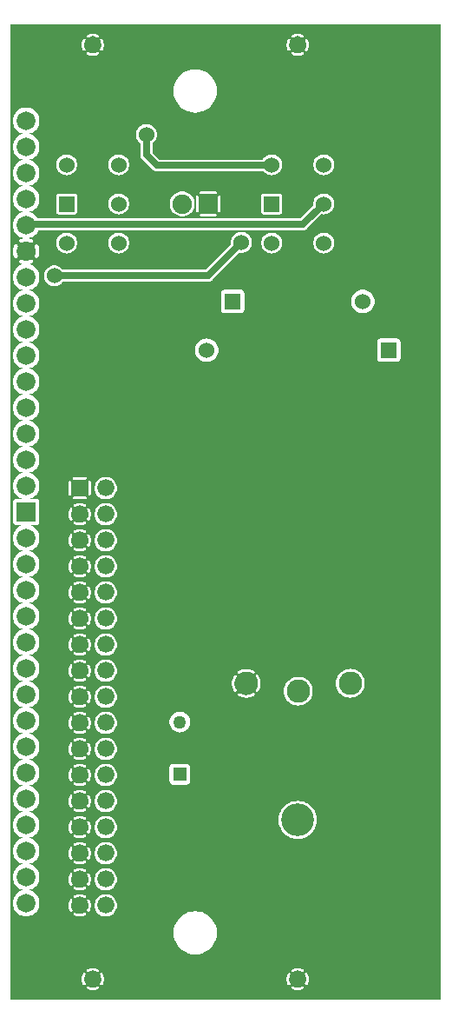
<source format=gtl>
G04 start of page 2 for group 0 idx 0 *
G04 Title: 26.002.00.01.01.pcb, top *
G04 Creator: pcb 4.1.2 *
G04 CreationDate: Sat Aug 11 09:36:16 2018 UTC *
G04 For: bert *
G04 Format: Gerber/RS-274X *
G04 PCB-Dimensions (mil): 2440.94 4527.56 *
G04 PCB-Coordinate-Origin: lower left *
%MOIN*%
%FSLAX25Y25*%
%LNGTL*%
%ADD29C,0.0670*%
%ADD28C,0.0200*%
%ADD27C,0.1100*%
%ADD26C,0.0420*%
%ADD25C,0.0460*%
%ADD24C,0.1457*%
%ADD23C,0.0400*%
%ADD22C,0.0350*%
%ADD21C,0.0900*%
%ADD20C,0.0500*%
%ADD19C,0.1260*%
%ADD18C,0.0660*%
%ADD17C,0.2760*%
%ADD16C,0.0720*%
%ADD15C,0.0750*%
%ADD14C,0.0600*%
%ADD13C,0.0650*%
%ADD12C,0.0250*%
%ADD11C,0.0001*%
G54D11*G36*
X184606Y413386D02*X204725D01*
X204725Y39370D01*
X184606Y39370D01*
Y283893D01*
X187842Y283900D01*
X188071Y283955D01*
X188289Y284045D01*
X188491Y284169D01*
X188670Y284322D01*
X188824Y284501D01*
X188947Y284703D01*
X189037Y284921D01*
X189092Y285150D01*
X189106Y285386D01*
X189092Y291621D01*
X189037Y291851D01*
X188947Y292069D01*
X188824Y292270D01*
X188670Y292450D01*
X188491Y292603D01*
X188289Y292726D01*
X188071Y292817D01*
X187842Y292872D01*
X187606Y292886D01*
X184606Y292879D01*
Y413386D01*
G37*
G36*
X174599D02*X184606D01*
Y292879D01*
X181371Y292872D01*
X181141Y292817D01*
X180923Y292726D01*
X180722Y292603D01*
X180542Y292450D01*
X180389Y292270D01*
X180266Y292069D01*
X180175Y291851D01*
X180120Y291621D01*
X180106Y291386D01*
X180120Y285150D01*
X180175Y284921D01*
X180266Y284703D01*
X180389Y284501D01*
X180542Y284322D01*
X180722Y284169D01*
X180923Y284045D01*
X181141Y283955D01*
X181371Y283900D01*
X181606Y283886D01*
X184606Y283893D01*
Y39370D01*
X174599Y39370D01*
Y157924D01*
X174747Y158165D01*
X175078Y158965D01*
X175281Y159807D01*
X175331Y160670D01*
X175281Y161533D01*
X175078Y162375D01*
X174747Y163174D01*
X174599Y163415D01*
Y302573D01*
X174606Y302573D01*
X175312Y302628D01*
X176001Y302794D01*
X176656Y303065D01*
X177259Y303435D01*
X177798Y303895D01*
X178258Y304433D01*
X178628Y305037D01*
X178899Y305692D01*
X179065Y306380D01*
X179106Y307087D01*
X179065Y307793D01*
X178899Y308481D01*
X178628Y309136D01*
X178258Y309740D01*
X177798Y310278D01*
X177259Y310738D01*
X176656Y311109D01*
X176001Y311380D01*
X175312Y311545D01*
X174606Y311600D01*
X174599Y311600D01*
Y413386D01*
G37*
G36*
X159601D02*X174599D01*
Y311600D01*
X173900Y311545D01*
X173211Y311380D01*
X172557Y311109D01*
X171953Y310738D01*
X171415Y310278D01*
X170954Y309740D01*
X170584Y309136D01*
X170313Y308481D01*
X170148Y307793D01*
X170092Y307087D01*
X170148Y306380D01*
X170313Y305692D01*
X170584Y305037D01*
X170954Y304433D01*
X171415Y303895D01*
X171953Y303435D01*
X172557Y303065D01*
X173211Y302794D01*
X173900Y302628D01*
X174599Y302573D01*
Y163415D01*
X174295Y163912D01*
X173733Y164571D01*
X173074Y165133D01*
X172336Y165585D01*
X171536Y165917D01*
X170695Y166119D01*
X169831Y166187D01*
X168968Y166119D01*
X168127Y165917D01*
X167327Y165585D01*
X166589Y165133D01*
X165930Y164571D01*
X165368Y163912D01*
X164916Y163174D01*
X164585Y162375D01*
X164382Y161533D01*
X164315Y160670D01*
X164382Y159807D01*
X164585Y158965D01*
X164916Y158165D01*
X165368Y157427D01*
X165930Y156769D01*
X166589Y156206D01*
X167327Y155754D01*
X168127Y155423D01*
X168968Y155221D01*
X169831Y155153D01*
X170695Y155221D01*
X171536Y155423D01*
X172336Y155754D01*
X173074Y156206D01*
X173733Y156769D01*
X174295Y157427D01*
X174599Y157924D01*
Y39370D01*
X159601Y39370D01*
Y325477D01*
X159607Y325476D01*
X160235Y325526D01*
X160847Y325673D01*
X161429Y325914D01*
X161965Y326243D01*
X162444Y326651D01*
X162853Y327130D01*
X163182Y327667D01*
X163423Y328249D01*
X163570Y328861D01*
X163607Y329489D01*
X163570Y330116D01*
X163423Y330728D01*
X163182Y331310D01*
X162853Y331847D01*
X162444Y332326D01*
X161965Y332735D01*
X161429Y333064D01*
X160847Y333305D01*
X160235Y333452D01*
X159607Y333501D01*
X159601Y333500D01*
Y340477D01*
X159607Y340476D01*
X160235Y340526D01*
X160847Y340673D01*
X161429Y340914D01*
X161965Y341243D01*
X162444Y341651D01*
X162853Y342130D01*
X163182Y342667D01*
X163423Y343249D01*
X163570Y343861D01*
X163607Y344489D01*
X163570Y345116D01*
X163423Y345728D01*
X163182Y346310D01*
X162853Y346847D01*
X162444Y347326D01*
X161965Y347735D01*
X161429Y348064D01*
X160847Y348305D01*
X160235Y348452D01*
X159607Y348501D01*
X159601Y348500D01*
Y355477D01*
X159607Y355476D01*
X160235Y355526D01*
X160847Y355673D01*
X161429Y355914D01*
X161965Y356243D01*
X162444Y356651D01*
X162853Y357130D01*
X163182Y357667D01*
X163423Y358249D01*
X163570Y358861D01*
X163607Y359489D01*
X163570Y360116D01*
X163423Y360728D01*
X163182Y361310D01*
X162853Y361847D01*
X162444Y362326D01*
X161965Y362735D01*
X161429Y363064D01*
X160847Y363305D01*
X160235Y363452D01*
X159607Y363501D01*
X159601Y363500D01*
Y413386D01*
G37*
G36*
Y39370D02*X153107Y39370D01*
Y44949D01*
X153138Y44966D01*
X153200Y45014D01*
X153254Y45071D01*
X153297Y45137D01*
X153484Y45492D01*
X153631Y45865D01*
X153743Y46250D01*
X153819Y46644D01*
X153856Y47044D01*
Y47445D01*
X153819Y47844D01*
X153743Y48238D01*
X153631Y48623D01*
X153484Y48996D01*
X153301Y49354D01*
X153257Y49419D01*
X153203Y49477D01*
X153140Y49526D01*
X153107Y49544D01*
Y101851D01*
X153911Y102344D01*
X154785Y103090D01*
X155531Y103964D01*
X156131Y104943D01*
X156571Y106005D01*
X156839Y107122D01*
X156907Y108268D01*
X156839Y109413D01*
X156571Y110530D01*
X156131Y111592D01*
X155531Y112572D01*
X154785Y113446D01*
X153911Y114192D01*
X153107Y114684D01*
Y153235D01*
X153733Y153769D01*
X154295Y154427D01*
X154747Y155165D01*
X155078Y155965D01*
X155281Y156807D01*
X155331Y157670D01*
X155281Y158533D01*
X155078Y159375D01*
X154747Y160174D01*
X154295Y160912D01*
X153733Y161571D01*
X153107Y162105D01*
Y334964D01*
X153171Y335018D01*
X153228Y335086D01*
X158728Y340586D01*
X158979Y340526D01*
X159601Y340477D01*
Y333500D01*
X158979Y333452D01*
X158367Y333305D01*
X157786Y333064D01*
X157249Y332735D01*
X156770Y332326D01*
X156361Y331847D01*
X156032Y331310D01*
X155791Y330728D01*
X155644Y330116D01*
X155595Y329489D01*
X155644Y328861D01*
X155791Y328249D01*
X156032Y327667D01*
X156361Y327130D01*
X156770Y326651D01*
X157249Y326243D01*
X157786Y325914D01*
X158367Y325673D01*
X158979Y325526D01*
X159601Y325477D01*
Y39370D01*
G37*
G36*
X153107Y413386D02*X159601D01*
Y363500D01*
X158979Y363452D01*
X158367Y363305D01*
X157786Y363064D01*
X157249Y362735D01*
X156770Y362326D01*
X156361Y361847D01*
X156032Y361310D01*
X155791Y360728D01*
X155644Y360116D01*
X155595Y359489D01*
X155644Y358861D01*
X155791Y358249D01*
X156032Y357667D01*
X156361Y357130D01*
X156770Y356651D01*
X157249Y356243D01*
X157786Y355914D01*
X158367Y355673D01*
X158979Y355526D01*
X159601Y355477D01*
Y348500D01*
X158979Y348452D01*
X158367Y348305D01*
X157786Y348064D01*
X157249Y347735D01*
X156770Y347326D01*
X156361Y346847D01*
X156032Y346310D01*
X155791Y345728D01*
X155644Y345116D01*
X155595Y344489D01*
X155644Y343865D01*
X153107Y341329D01*
Y403216D01*
X153138Y403233D01*
X153200Y403282D01*
X153254Y403339D01*
X153297Y403405D01*
X153484Y403760D01*
X153631Y404133D01*
X153743Y404518D01*
X153819Y404912D01*
X153856Y405311D01*
Y405712D01*
X153819Y406112D01*
X153743Y406506D01*
X153631Y406891D01*
X153484Y407264D01*
X153301Y407621D01*
X153257Y407687D01*
X153203Y407745D01*
X153140Y407793D01*
X153107Y407811D01*
Y413386D01*
G37*
G36*
Y162105D02*X153074Y162133D01*
X152336Y162585D01*
X151536Y162917D01*
X150695Y163119D01*
X149831Y163187D01*
X149608Y163169D01*
Y334364D01*
X151487D01*
X151575Y334357D01*
X151928Y334385D01*
X151928Y334385D01*
X152272Y334468D01*
X152599Y334603D01*
X152901Y334788D01*
X153107Y334964D01*
Y162105D01*
G37*
G36*
Y114684D02*X152931Y114792D01*
X151870Y115232D01*
X150753Y115500D01*
X149608Y115590D01*
Y152170D01*
X149831Y152153D01*
X150695Y152221D01*
X151536Y152423D01*
X152336Y152754D01*
X153074Y153206D01*
X153107Y153235D01*
Y114684D01*
G37*
G36*
Y39370D02*X149608Y39370D01*
Y42994D01*
X149807D01*
X150206Y43032D01*
X150600Y43107D01*
X150985Y43219D01*
X151358Y43367D01*
X151716Y43549D01*
X151781Y43593D01*
X151839Y43648D01*
X151888Y43710D01*
X151926Y43780D01*
X151953Y43854D01*
X151968Y43932D01*
X151970Y44011D01*
X151960Y44090D01*
X151938Y44166D01*
X151904Y44238D01*
X151860Y44303D01*
X151805Y44361D01*
X151743Y44410D01*
X151673Y44448D01*
X151599Y44475D01*
X151521Y44490D01*
X151441Y44492D01*
X151363Y44482D01*
X151287Y44460D01*
X151216Y44425D01*
X150945Y44282D01*
X150660Y44170D01*
X150366Y44084D01*
X150065Y44027D01*
X149760Y43998D01*
X149608D01*
Y50490D01*
X149760D01*
X150065Y50462D01*
X150366Y50404D01*
X150660Y50319D01*
X150945Y50206D01*
X151218Y50067D01*
X151288Y50032D01*
X151364Y50010D01*
X151442Y50000D01*
X151520Y50002D01*
X151598Y50017D01*
X151672Y50044D01*
X151741Y50081D01*
X151803Y50130D01*
X151857Y50187D01*
X151901Y50252D01*
X151935Y50323D01*
X151957Y50399D01*
X151966Y50477D01*
X151964Y50556D01*
X151949Y50633D01*
X151923Y50707D01*
X151885Y50776D01*
X151837Y50838D01*
X151779Y50892D01*
X151713Y50935D01*
X151358Y51121D01*
X150985Y51269D01*
X150600Y51381D01*
X150206Y51456D01*
X149807Y51494D01*
X149608D01*
Y100945D01*
X150753Y101035D01*
X151870Y101304D01*
X152931Y101743D01*
X153107Y101851D01*
Y49544D01*
X153071Y49564D01*
X152996Y49591D01*
X152918Y49605D01*
X152839Y49608D01*
X152760Y49598D01*
X152684Y49576D01*
X152613Y49542D01*
X152547Y49497D01*
X152489Y49443D01*
X152441Y49380D01*
X152402Y49311D01*
X152376Y49236D01*
X152361Y49159D01*
X152358Y49079D01*
X152368Y49001D01*
X152390Y48925D01*
X152426Y48854D01*
X152568Y48582D01*
X152681Y48298D01*
X152766Y48003D01*
X152824Y47702D01*
X152853Y47397D01*
Y47091D01*
X152824Y46786D01*
X152766Y46485D01*
X152681Y46191D01*
X152568Y45906D01*
X152429Y45633D01*
X152394Y45562D01*
X152372Y45487D01*
X152362Y45409D01*
X152364Y45330D01*
X152379Y45253D01*
X152406Y45179D01*
X152444Y45110D01*
X152492Y45048D01*
X152549Y44994D01*
X152614Y44949D01*
X152686Y44916D01*
X152761Y44894D01*
X152839Y44884D01*
X152918Y44886D01*
X152995Y44901D01*
X153069Y44928D01*
X153107Y44949D01*
Y39370D01*
G37*
G36*
X149608Y413386D02*X153107D01*
Y407811D01*
X153071Y407831D01*
X152996Y407858D01*
X152918Y407873D01*
X152839Y407876D01*
X152760Y407866D01*
X152684Y407843D01*
X152613Y407810D01*
X152547Y407765D01*
X152489Y407711D01*
X152441Y407648D01*
X152402Y407579D01*
X152376Y407504D01*
X152361Y407426D01*
X152358Y407347D01*
X152368Y407268D01*
X152390Y407192D01*
X152426Y407121D01*
X152568Y406850D01*
X152681Y406565D01*
X152766Y406271D01*
X152824Y405970D01*
X152853Y405665D01*
Y405359D01*
X152824Y405054D01*
X152766Y404753D01*
X152681Y404458D01*
X152568Y404173D01*
X152429Y403901D01*
X152394Y403830D01*
X152372Y403755D01*
X152362Y403676D01*
X152364Y403598D01*
X152379Y403520D01*
X152406Y403446D01*
X152444Y403377D01*
X152492Y403315D01*
X152549Y403261D01*
X152614Y403217D01*
X152686Y403184D01*
X152761Y403162D01*
X152839Y403152D01*
X152918Y403154D01*
X152995Y403169D01*
X153069Y403195D01*
X153107Y403216D01*
Y341329D01*
X150643Y338864D01*
X149608D01*
Y401262D01*
X149807D01*
X150206Y401300D01*
X150600Y401375D01*
X150985Y401487D01*
X151358Y401635D01*
X151716Y401817D01*
X151781Y401861D01*
X151839Y401915D01*
X151888Y401978D01*
X151926Y402047D01*
X151953Y402122D01*
X151968Y402200D01*
X151970Y402279D01*
X151960Y402358D01*
X151938Y402434D01*
X151904Y402506D01*
X151860Y402571D01*
X151805Y402629D01*
X151743Y402677D01*
X151673Y402716D01*
X151599Y402742D01*
X151521Y402757D01*
X151441Y402760D01*
X151363Y402750D01*
X151287Y402728D01*
X151216Y402692D01*
X150945Y402550D01*
X150660Y402437D01*
X150366Y402352D01*
X150065Y402294D01*
X149760Y402265D01*
X149608D01*
Y408758D01*
X149760D01*
X150065Y408729D01*
X150366Y408672D01*
X150660Y408586D01*
X150945Y408473D01*
X151218Y408334D01*
X151288Y408299D01*
X151364Y408277D01*
X151442Y408268D01*
X151520Y408270D01*
X151598Y408285D01*
X151672Y408311D01*
X151741Y408349D01*
X151803Y408397D01*
X151857Y408455D01*
X151901Y408520D01*
X151935Y408591D01*
X151957Y408667D01*
X151966Y408745D01*
X151964Y408823D01*
X151949Y408901D01*
X151923Y408975D01*
X151885Y409044D01*
X151837Y409106D01*
X151779Y409160D01*
X151713Y409203D01*
X151358Y409389D01*
X150985Y409537D01*
X150600Y409649D01*
X150206Y409724D01*
X149807Y409762D01*
X149608D01*
Y413386D01*
G37*
G36*
X146105Y153619D02*X146589Y153206D01*
X147327Y152754D01*
X148127Y152423D01*
X148968Y152221D01*
X149608Y152170D01*
Y115590D01*
X149607Y115590D01*
X148462Y115500D01*
X147344Y115232D01*
X146283Y114792D01*
X146105Y114683D01*
Y153619D01*
G37*
G36*
Y334364D02*X149608D01*
Y163169D01*
X148968Y163119D01*
X148127Y162917D01*
X147327Y162585D01*
X146589Y162133D01*
X146105Y161720D01*
Y334364D01*
G37*
G36*
X149608Y39370D02*X146105Y39370D01*
Y44945D01*
X146142Y44924D01*
X146216Y44898D01*
X146294Y44883D01*
X146374Y44880D01*
X146452Y44890D01*
X146528Y44912D01*
X146600Y44946D01*
X146666Y44991D01*
X146723Y45045D01*
X146772Y45108D01*
X146810Y45177D01*
X146837Y45252D01*
X146852Y45330D01*
X146854Y45409D01*
X146844Y45488D01*
X146822Y45564D01*
X146787Y45635D01*
X146645Y45906D01*
X146532Y46191D01*
X146446Y46485D01*
X146389Y46786D01*
X146360Y47091D01*
Y47397D01*
X146389Y47702D01*
X146446Y48003D01*
X146532Y48298D01*
X146645Y48582D01*
X146784Y48855D01*
X146819Y48926D01*
X146841Y49001D01*
X146851Y49079D01*
X146848Y49158D01*
X146833Y49235D01*
X146807Y49309D01*
X146769Y49378D01*
X146721Y49441D01*
X146663Y49495D01*
X146598Y49539D01*
X146527Y49572D01*
X146452Y49594D01*
X146373Y49604D01*
X146295Y49602D01*
X146217Y49587D01*
X146143Y49560D01*
X146105Y49540D01*
Y101852D01*
X146283Y101743D01*
X147344Y101304D01*
X148462Y101035D01*
X149607Y100945D01*
X149608Y100945D01*
Y51494D01*
X149406D01*
X149006Y51456D01*
X148612Y51381D01*
X148227Y51269D01*
X147854Y51121D01*
X147497Y50939D01*
X147431Y50895D01*
X147373Y50841D01*
X147325Y50778D01*
X147287Y50708D01*
X147260Y50634D01*
X147245Y50556D01*
X147243Y50477D01*
X147252Y50398D01*
X147275Y50322D01*
X147308Y50250D01*
X147353Y50185D01*
X147407Y50127D01*
X147470Y50078D01*
X147539Y50040D01*
X147614Y50013D01*
X147692Y49999D01*
X147771Y49996D01*
X147850Y50006D01*
X147926Y50028D01*
X147997Y50063D01*
X148268Y50206D01*
X148553Y50319D01*
X148847Y50404D01*
X149148Y50462D01*
X149453Y50490D01*
X149608D01*
Y43998D01*
X149453D01*
X149148Y44027D01*
X148847Y44084D01*
X148553Y44170D01*
X148268Y44282D01*
X147995Y44422D01*
X147925Y44457D01*
X147849Y44478D01*
X147771Y44488D01*
X147692Y44486D01*
X147615Y44471D01*
X147541Y44445D01*
X147472Y44407D01*
X147410Y44358D01*
X147356Y44301D01*
X147312Y44236D01*
X147278Y44165D01*
X147256Y44089D01*
X147246Y44011D01*
X147249Y43933D01*
X147263Y43855D01*
X147290Y43781D01*
X147328Y43712D01*
X147376Y43650D01*
X147433Y43596D01*
X147499Y43553D01*
X147854Y43367D01*
X148227Y43219D01*
X148612Y43107D01*
X149006Y43032D01*
X149406Y42994D01*
X149608D01*
Y39370D01*
G37*
G36*
X146105Y39370D02*X139601Y39370D01*
Y325477D01*
X139607Y325476D01*
X140235Y325526D01*
X140847Y325673D01*
X141429Y325914D01*
X141965Y326243D01*
X142444Y326651D01*
X142853Y327130D01*
X143182Y327667D01*
X143423Y328249D01*
X143570Y328861D01*
X143607Y329489D01*
X143570Y330116D01*
X143423Y330728D01*
X143182Y331310D01*
X142853Y331847D01*
X142444Y332326D01*
X141965Y332735D01*
X141429Y333064D01*
X140847Y333305D01*
X140235Y333452D01*
X139607Y333501D01*
X139601Y333500D01*
Y334364D01*
X146105D01*
Y161720D01*
X145930Y161571D01*
X145368Y160912D01*
X144916Y160174D01*
X144585Y159375D01*
X144382Y158533D01*
X144315Y157670D01*
X144382Y156807D01*
X144585Y155965D01*
X144916Y155165D01*
X145368Y154427D01*
X145930Y153769D01*
X146105Y153619D01*
Y114683D01*
X145303Y114192D01*
X144429Y113446D01*
X143683Y112572D01*
X143083Y111592D01*
X142643Y110530D01*
X142375Y109413D01*
X142285Y108268D01*
X142375Y107122D01*
X142643Y106005D01*
X143083Y104943D01*
X143683Y103964D01*
X144429Y103090D01*
X145303Y102344D01*
X146105Y101852D01*
Y49540D01*
X146074Y49523D01*
X146012Y49474D01*
X145958Y49417D01*
X145915Y49351D01*
X145729Y48996D01*
X145581Y48623D01*
X145469Y48238D01*
X145394Y47844D01*
X145356Y47445D01*
Y47044D01*
X145394Y46644D01*
X145469Y46250D01*
X145581Y45865D01*
X145729Y45492D01*
X145911Y45135D01*
X145955Y45069D01*
X146010Y45011D01*
X146072Y44963D01*
X146105Y44945D01*
Y39370D01*
G37*
G36*
X139601Y39370D02*X134412Y39370D01*
Y157626D01*
X134416Y157631D01*
X134675Y158053D01*
X134891Y158499D01*
X135066Y158963D01*
X135198Y159441D01*
X135287Y159928D01*
X135331Y160422D01*
Y160918D01*
X135287Y161411D01*
X135198Y161899D01*
X135066Y162377D01*
X134891Y162840D01*
X134675Y163287D01*
X134420Y163712D01*
X134412Y163722D01*
Y334364D01*
X139601D01*
Y333500D01*
X138979Y333452D01*
X138367Y333305D01*
X137786Y333064D01*
X137249Y332735D01*
X136770Y332326D01*
X136361Y331847D01*
X136032Y331310D01*
X135791Y330728D01*
X135644Y330116D01*
X135595Y329489D01*
X135644Y328861D01*
X135791Y328249D01*
X136032Y327667D01*
X136361Y327130D01*
X136770Y326651D01*
X137249Y326243D01*
X137786Y325914D01*
X138367Y325673D01*
X138979Y325526D01*
X139601Y325477D01*
Y39370D01*
G37*
G36*
X134412Y39370D02*X129834Y39370D01*
Y155170D01*
X130079D01*
X130573Y155214D01*
X131061Y155303D01*
X131538Y155435D01*
X132002Y155610D01*
X132448Y155826D01*
X132873Y156081D01*
X132936Y156129D01*
X132990Y156187D01*
X133035Y156253D01*
X133068Y156325D01*
X133090Y156402D01*
X133100Y156481D01*
X133097Y156560D01*
X133082Y156638D01*
X133055Y156712D01*
X133016Y156782D01*
X132967Y156844D01*
X132909Y156899D01*
X132843Y156943D01*
X132771Y156976D01*
X132695Y156998D01*
X132616Y157008D01*
X132536Y157005D01*
X132459Y156990D01*
X132384Y156963D01*
X132315Y156923D01*
X131970Y156711D01*
X131606Y156534D01*
X131227Y156391D01*
X130836Y156283D01*
X130438Y156211D01*
X130034Y156174D01*
X129834D01*
Y165165D01*
X130034D01*
X130438Y165129D01*
X130836Y165056D01*
X131227Y164948D01*
X131606Y164805D01*
X131970Y164629D01*
X132318Y164420D01*
X132386Y164381D01*
X132460Y164354D01*
X132537Y164339D01*
X132616Y164336D01*
X132694Y164346D01*
X132769Y164367D01*
X132841Y164400D01*
X132906Y164444D01*
X132964Y164498D01*
X133012Y164560D01*
X133050Y164629D01*
X133077Y164703D01*
X133092Y164780D01*
X133095Y164859D01*
X133086Y164937D01*
X133064Y165012D01*
X133031Y165084D01*
X132987Y165149D01*
X132933Y165207D01*
X132870Y165254D01*
X132448Y165514D01*
X132002Y165729D01*
X131538Y165904D01*
X131061Y166036D01*
X130573Y166125D01*
X130079Y166170D01*
X129834D01*
Y326186D01*
X130311Y326478D01*
X130790Y326887D01*
X131199Y327366D01*
X131528Y327903D01*
X131769Y328485D01*
X131916Y329097D01*
X131953Y329724D01*
X131916Y330352D01*
X131769Y330964D01*
X131528Y331546D01*
X131199Y332083D01*
X130790Y332562D01*
X130311Y332970D01*
X129834Y333263D01*
Y334364D01*
X134412D01*
Y163722D01*
X134372Y163775D01*
X134314Y163829D01*
X134248Y163873D01*
X134176Y163907D01*
X134100Y163928D01*
X134021Y163938D01*
X133941Y163935D01*
X133863Y163920D01*
X133789Y163893D01*
X133719Y163854D01*
X133657Y163805D01*
X133603Y163747D01*
X133558Y163681D01*
X133525Y163609D01*
X133503Y163533D01*
X133493Y163454D01*
X133496Y163375D01*
X133511Y163297D01*
X133539Y163222D01*
X133578Y163154D01*
X133791Y162809D01*
X133967Y162444D01*
X134110Y162065D01*
X134218Y161674D01*
X134290Y161276D01*
X134327Y160872D01*
Y160467D01*
X134290Y160064D01*
X134218Y159665D01*
X134110Y159275D01*
X133967Y158895D01*
X133791Y158531D01*
X133582Y158183D01*
X133543Y158115D01*
X133516Y158041D01*
X133501Y157964D01*
X133498Y157886D01*
X133507Y157807D01*
X133529Y157732D01*
X133562Y157660D01*
X133606Y157595D01*
X133660Y157538D01*
X133722Y157489D01*
X133791Y157451D01*
X133865Y157424D01*
X133942Y157409D01*
X134020Y157406D01*
X134099Y157415D01*
X134174Y157437D01*
X134246Y157470D01*
X134311Y157514D01*
X134368Y157568D01*
X134412Y157626D01*
Y39370D01*
G37*
G36*
X129834Y333263D02*X129774Y333299D01*
X129193Y333540D01*
X128580Y333687D01*
X127953Y333737D01*
X127325Y333687D01*
X126713Y333540D01*
X126131Y333299D01*
X125594Y332970D01*
X125116Y332562D01*
X124707Y332083D01*
X124606Y331919D01*
Y334364D01*
X129834D01*
Y333263D01*
G37*
G36*
Y39370D02*X124606Y39370D01*
Y158939D01*
X124772Y158499D01*
X124988Y158053D01*
X125243Y157628D01*
X125291Y157565D01*
X125349Y157511D01*
X125415Y157466D01*
X125487Y157433D01*
X125563Y157411D01*
X125642Y157401D01*
X125722Y157404D01*
X125800Y157419D01*
X125874Y157447D01*
X125944Y157485D01*
X126006Y157534D01*
X126060Y157592D01*
X126105Y157658D01*
X126138Y157730D01*
X126160Y157806D01*
X126170Y157885D01*
X126167Y157965D01*
X126152Y158043D01*
X126124Y158117D01*
X126085Y158186D01*
X125872Y158531D01*
X125696Y158895D01*
X125553Y159275D01*
X125445Y159665D01*
X125372Y160064D01*
X125336Y160467D01*
Y160872D01*
X125372Y161276D01*
X125445Y161674D01*
X125553Y162065D01*
X125696Y162444D01*
X125872Y162809D01*
X126081Y163156D01*
X126120Y163224D01*
X126147Y163298D01*
X126162Y163375D01*
X126165Y163454D01*
X126156Y163532D01*
X126134Y163608D01*
X126101Y163679D01*
X126057Y163744D01*
X126003Y163802D01*
X125941Y163850D01*
X125872Y163889D01*
X125798Y163916D01*
X125721Y163931D01*
X125643Y163933D01*
X125564Y163924D01*
X125489Y163902D01*
X125417Y163869D01*
X125352Y163825D01*
X125295Y163771D01*
X125247Y163709D01*
X124988Y163287D01*
X124772Y162840D01*
X124606Y162401D01*
Y302593D01*
X127842Y302601D01*
X128071Y302656D01*
X128289Y302746D01*
X128491Y302869D01*
X128670Y303023D01*
X128824Y303202D01*
X128947Y303404D01*
X129037Y303622D01*
X129092Y303851D01*
X129106Y304087D01*
X129092Y310322D01*
X129037Y310552D01*
X128947Y310770D01*
X128824Y310971D01*
X128670Y311151D01*
X128491Y311304D01*
X128289Y311427D01*
X128071Y311518D01*
X127842Y311573D01*
X127606Y311587D01*
X124606Y311580D01*
Y323196D01*
X127201Y325791D01*
X127325Y325761D01*
X127953Y325712D01*
X128580Y325761D01*
X129193Y325908D01*
X129774Y326149D01*
X129834Y326186D01*
Y166170D01*
X129584D01*
X129090Y166125D01*
X128602Y166036D01*
X128125Y165904D01*
X127661Y165729D01*
X127215Y165514D01*
X126789Y165259D01*
X126727Y165210D01*
X126673Y165152D01*
X126628Y165086D01*
X126595Y165014D01*
X126573Y164938D01*
X126563Y164859D01*
X126566Y164779D01*
X126581Y164702D01*
X126608Y164627D01*
X126647Y164558D01*
X126696Y164495D01*
X126754Y164441D01*
X126820Y164396D01*
X126892Y164363D01*
X126968Y164341D01*
X127047Y164331D01*
X127126Y164334D01*
X127204Y164350D01*
X127279Y164377D01*
X127348Y164417D01*
X127693Y164629D01*
X128057Y164805D01*
X128436Y164948D01*
X128827Y165056D01*
X129225Y165129D01*
X129629Y165165D01*
X129834D01*
Y156174D01*
X129629D01*
X129225Y156211D01*
X128827Y156283D01*
X128436Y156391D01*
X128057Y156534D01*
X127693Y156711D01*
X127345Y156919D01*
X127277Y156958D01*
X127203Y156985D01*
X127126Y157000D01*
X127047Y157003D01*
X126969Y156994D01*
X126894Y156972D01*
X126822Y156939D01*
X126757Y156895D01*
X126699Y156841D01*
X126651Y156779D01*
X126613Y156711D01*
X126586Y156637D01*
X126571Y156559D01*
X126568Y156481D01*
X126577Y156403D01*
X126599Y156327D01*
X126632Y156256D01*
X126676Y156190D01*
X126730Y156133D01*
X126793Y156085D01*
X127215Y155826D01*
X127661Y155610D01*
X128125Y155435D01*
X128602Y155303D01*
X129090Y155214D01*
X129584Y155170D01*
X129834D01*
Y39370D01*
G37*
G36*
X124606Y331919D02*X124378Y331546D01*
X124137Y330964D01*
X123990Y330352D01*
X123940Y329724D01*
X123990Y329097D01*
X124019Y328973D01*
X114225Y319179D01*
X101883D01*
Y334364D01*
X124606D01*
Y331919D01*
G37*
G36*
Y39370D02*X114599Y39370D01*
Y57919D01*
X115121Y58238D01*
X116112Y59085D01*
X116959Y60077D01*
X117640Y61188D01*
X118139Y62393D01*
X118444Y63661D01*
X118521Y64961D01*
X118444Y66260D01*
X118139Y67528D01*
X117640Y68733D01*
X116959Y69845D01*
X116112Y70836D01*
X115121Y71683D01*
X114599Y72002D01*
Y283872D01*
X114606Y283872D01*
X115312Y283928D01*
X116001Y284093D01*
X116656Y284364D01*
X117259Y284734D01*
X117798Y285194D01*
X118258Y285733D01*
X118628Y286337D01*
X118899Y286991D01*
X119065Y287680D01*
X119106Y288386D01*
X119065Y289092D01*
X118899Y289781D01*
X118628Y290435D01*
X118258Y291039D01*
X117798Y291578D01*
X117259Y292038D01*
X116656Y292408D01*
X116001Y292679D01*
X115312Y292844D01*
X114606Y292900D01*
X114599Y292899D01*
Y314679D01*
X115069D01*
X115157Y314672D01*
X115510Y314700D01*
X115511Y314700D01*
X115855Y314783D01*
X116182Y314918D01*
X116484Y315103D01*
X116753Y315333D01*
X116811Y315401D01*
X124606Y323196D01*
Y311580D01*
X121371Y311573D01*
X121141Y311518D01*
X120923Y311427D01*
X120722Y311304D01*
X120542Y311151D01*
X120389Y310971D01*
X120266Y310770D01*
X120175Y310552D01*
X120120Y310322D01*
X120106Y310087D01*
X120120Y303851D01*
X120175Y303622D01*
X120266Y303404D01*
X120389Y303202D01*
X120542Y303023D01*
X120722Y302869D01*
X120923Y302746D01*
X121141Y302656D01*
X121371Y302601D01*
X121606Y302587D01*
X124606Y302593D01*
Y162401D01*
X124597Y162377D01*
X124465Y161899D01*
X124376Y161411D01*
X124332Y160918D01*
Y160422D01*
X124376Y159928D01*
X124465Y159441D01*
X124597Y158963D01*
X124606Y158939D01*
Y39370D01*
G37*
G36*
X114599Y39370D02*X101883Y39370D01*
Y121827D01*
X107066Y121841D01*
X107296Y121896D01*
X107514Y121986D01*
X107715Y122110D01*
X107895Y122263D01*
X108048Y122442D01*
X108171Y122644D01*
X108262Y122862D01*
X108317Y123091D01*
X108331Y123327D01*
X108317Y128562D01*
X108262Y128792D01*
X108171Y129010D01*
X108048Y129211D01*
X107895Y129391D01*
X107715Y129544D01*
X107514Y129667D01*
X107296Y129758D01*
X107066Y129813D01*
X106831Y129827D01*
X101883Y129814D01*
Y142657D01*
X101972Y142581D01*
X102509Y142252D01*
X103091Y142011D01*
X103703Y141864D01*
X104331Y141814D01*
X104958Y141864D01*
X105571Y142011D01*
X106152Y142252D01*
X106689Y142581D01*
X107168Y142990D01*
X107577Y143468D01*
X107906Y144005D01*
X108147Y144587D01*
X108294Y145199D01*
X108331Y145827D01*
X108294Y146454D01*
X108147Y147067D01*
X107906Y147648D01*
X107577Y148185D01*
X107168Y148664D01*
X106689Y149073D01*
X106152Y149402D01*
X105571Y149643D01*
X104958Y149790D01*
X104331Y149839D01*
X103703Y149790D01*
X103091Y149643D01*
X102509Y149402D01*
X101972Y149073D01*
X101883Y148997D01*
Y314679D01*
X114599D01*
Y292899D01*
X113900Y292844D01*
X113211Y292679D01*
X112557Y292408D01*
X111953Y292038D01*
X111415Y291578D01*
X110954Y291039D01*
X110584Y290435D01*
X110313Y289781D01*
X110148Y289092D01*
X110092Y288386D01*
X110148Y287680D01*
X110313Y286991D01*
X110584Y286337D01*
X110954Y285733D01*
X111415Y285194D01*
X111953Y284734D01*
X112557Y284364D01*
X113211Y284093D01*
X113900Y283928D01*
X114599Y283872D01*
Y72002D01*
X114009Y72364D01*
X112805Y72863D01*
X111537Y73167D01*
X110237Y73270D01*
X108937Y73167D01*
X107669Y72863D01*
X106465Y72364D01*
X105353Y71683D01*
X104362Y70836D01*
X103515Y69845D01*
X102834Y68733D01*
X102335Y67528D01*
X102030Y66260D01*
X101928Y64961D01*
X102030Y63661D01*
X102335Y62393D01*
X102834Y61188D01*
X103515Y60077D01*
X104362Y59085D01*
X105353Y58238D01*
X106465Y57557D01*
X107669Y57058D01*
X108937Y56754D01*
X110237Y56652D01*
X111537Y56754D01*
X112805Y57058D01*
X114009Y57557D01*
X114599Y57919D01*
Y39370D01*
G37*
G36*
X146105Y413386D02*X149608D01*
Y409762D01*
X149406D01*
X149006Y409724D01*
X148612Y409649D01*
X148227Y409537D01*
X147854Y409389D01*
X147497Y409207D01*
X147431Y409163D01*
X147373Y409108D01*
X147325Y409046D01*
X147287Y408976D01*
X147260Y408902D01*
X147245Y408824D01*
X147243Y408745D01*
X147252Y408666D01*
X147275Y408590D01*
X147308Y408518D01*
X147353Y408452D01*
X147407Y408395D01*
X147470Y408346D01*
X147539Y408308D01*
X147614Y408281D01*
X147692Y408266D01*
X147771Y408264D01*
X147850Y408274D01*
X147926Y408296D01*
X147997Y408331D01*
X148268Y408473D01*
X148553Y408586D01*
X148847Y408672D01*
X149148Y408729D01*
X149453Y408758D01*
X149608D01*
Y402265D01*
X149453D01*
X149148Y402294D01*
X148847Y402352D01*
X148553Y402437D01*
X148268Y402550D01*
X147995Y402689D01*
X147925Y402724D01*
X147849Y402746D01*
X147771Y402756D01*
X147692Y402754D01*
X147615Y402739D01*
X147541Y402712D01*
X147472Y402674D01*
X147410Y402626D01*
X147356Y402569D01*
X147312Y402504D01*
X147278Y402433D01*
X147256Y402357D01*
X147246Y402279D01*
X147249Y402200D01*
X147263Y402123D01*
X147290Y402049D01*
X147328Y401980D01*
X147376Y401918D01*
X147433Y401864D01*
X147499Y401821D01*
X147854Y401635D01*
X148227Y401487D01*
X148612Y401375D01*
X149006Y401300D01*
X149406Y401262D01*
X149608D01*
Y338864D01*
X146105D01*
Y403212D01*
X146142Y403192D01*
X146216Y403165D01*
X146294Y403151D01*
X146374Y403148D01*
X146452Y403158D01*
X146528Y403180D01*
X146600Y403214D01*
X146666Y403259D01*
X146723Y403313D01*
X146772Y403375D01*
X146810Y403445D01*
X146837Y403520D01*
X146852Y403597D01*
X146854Y403677D01*
X146844Y403755D01*
X146822Y403831D01*
X146787Y403902D01*
X146645Y404173D01*
X146532Y404458D01*
X146446Y404753D01*
X146389Y405054D01*
X146360Y405359D01*
Y405665D01*
X146389Y405970D01*
X146446Y406271D01*
X146532Y406565D01*
X146645Y406850D01*
X146784Y407123D01*
X146819Y407194D01*
X146841Y407269D01*
X146851Y407347D01*
X146848Y407426D01*
X146833Y407503D01*
X146807Y407577D01*
X146769Y407646D01*
X146721Y407708D01*
X146663Y407762D01*
X146598Y407807D01*
X146527Y407840D01*
X146452Y407862D01*
X146373Y407872D01*
X146295Y407870D01*
X146217Y407855D01*
X146143Y407828D01*
X146105Y407807D01*
Y413386D01*
G37*
G36*
X139607D02*X146105D01*
Y407807D01*
X146074Y407790D01*
X146012Y407742D01*
X145958Y407685D01*
X145915Y407619D01*
X145729Y407264D01*
X145581Y406891D01*
X145469Y406506D01*
X145394Y406112D01*
X145356Y405712D01*
Y405311D01*
X145394Y404912D01*
X145469Y404518D01*
X145581Y404133D01*
X145729Y403760D01*
X145911Y403402D01*
X145955Y403337D01*
X146010Y403279D01*
X146072Y403230D01*
X146105Y403212D01*
Y338864D01*
X139607D01*
Y340493D01*
X142764Y340498D01*
X142917Y340535D01*
X143062Y340595D01*
X143197Y340677D01*
X143316Y340779D01*
X143419Y340899D01*
X143501Y341033D01*
X143561Y341179D01*
X143598Y341332D01*
X143607Y341489D01*
X143598Y347646D01*
X143561Y347799D01*
X143501Y347944D01*
X143419Y348078D01*
X143316Y348198D01*
X143197Y348300D01*
X143062Y348382D01*
X142917Y348443D01*
X142764Y348479D01*
X142607Y348489D01*
X139607Y348484D01*
Y355476D01*
X140235Y355526D01*
X140847Y355673D01*
X141429Y355914D01*
X141965Y356243D01*
X142444Y356651D01*
X142853Y357130D01*
X143182Y357667D01*
X143423Y358249D01*
X143570Y358861D01*
X143607Y359489D01*
X143570Y360116D01*
X143423Y360728D01*
X143182Y361310D01*
X142853Y361847D01*
X142444Y362326D01*
X141965Y362735D01*
X141429Y363064D01*
X140847Y363305D01*
X140235Y363452D01*
X139607Y363501D01*
Y413386D01*
G37*
G36*
Y338864D02*X119487D01*
Y341237D01*
X119565Y341243D01*
X119642Y341262D01*
X119715Y341292D01*
X119782Y341333D01*
X119842Y341384D01*
X119893Y341444D01*
X119934Y341511D01*
X119964Y341584D01*
X119982Y341660D01*
X119987Y341739D01*
Y347239D01*
X119982Y347317D01*
X119964Y347394D01*
X119934Y347466D01*
X119893Y347533D01*
X119842Y347593D01*
X119782Y347644D01*
X119715Y347685D01*
X119642Y347716D01*
X119565Y347734D01*
X119487Y347740D01*
Y357002D01*
X136471D01*
X136770Y356651D01*
X137249Y356243D01*
X137786Y355914D01*
X138367Y355673D01*
X138979Y355526D01*
X139607Y355476D01*
Y348484D01*
X136450Y348479D01*
X136297Y348443D01*
X136152Y348382D01*
X136017Y348300D01*
X135898Y348198D01*
X135796Y348078D01*
X135713Y347944D01*
X135653Y347799D01*
X135616Y347646D01*
X135607Y347489D01*
X135616Y341332D01*
X135653Y341179D01*
X135713Y341033D01*
X135796Y340899D01*
X135898Y340779D01*
X136017Y340677D01*
X136152Y340595D01*
X136297Y340535D01*
X136450Y340498D01*
X136607Y340489D01*
X139607Y340493D01*
Y338864D01*
G37*
G36*
X119487D02*X115237D01*
Y339739D01*
X117987D01*
X118065Y339743D01*
X118142Y339762D01*
X118215Y339792D01*
X118282Y339833D01*
X118342Y339884D01*
X118393Y339944D01*
X118434Y340011D01*
X118464Y340084D01*
X118482Y340160D01*
X118489Y340239D01*
X118482Y340317D01*
X118464Y340394D01*
X118434Y340466D01*
X118393Y340533D01*
X118342Y340593D01*
X118282Y340644D01*
X118215Y340685D01*
X118142Y340716D01*
X118065Y340734D01*
X117987Y340739D01*
X115237D01*
Y348239D01*
X117987D01*
X118065Y348243D01*
X118142Y348262D01*
X118215Y348292D01*
X118282Y348333D01*
X118342Y348384D01*
X118393Y348444D01*
X118434Y348511D01*
X118464Y348584D01*
X118482Y348660D01*
X118489Y348739D01*
X118482Y348817D01*
X118464Y348894D01*
X118434Y348966D01*
X118393Y349033D01*
X118342Y349093D01*
X118282Y349144D01*
X118215Y349185D01*
X118142Y349216D01*
X118065Y349234D01*
X117987Y349239D01*
X115237D01*
Y357002D01*
X119487D01*
Y347740D01*
X119409Y347734D01*
X119332Y347716D01*
X119259Y347685D01*
X119192Y347644D01*
X119132Y347593D01*
X119081Y347533D01*
X119040Y347466D01*
X119010Y347394D01*
X118992Y347317D01*
X118987Y347239D01*
Y341739D01*
X118992Y341660D01*
X119010Y341584D01*
X119040Y341511D01*
X119081Y341444D01*
X119132Y341384D01*
X119192Y341333D01*
X119259Y341292D01*
X119332Y341262D01*
X119409Y341243D01*
X119487Y341237D01*
Y338864D01*
G37*
G36*
X115237D02*X110987D01*
Y341237D01*
X111065Y341243D01*
X111142Y341262D01*
X111215Y341292D01*
X111282Y341333D01*
X111342Y341384D01*
X111393Y341444D01*
X111434Y341511D01*
X111464Y341584D01*
X111482Y341660D01*
X111487Y341739D01*
Y347239D01*
X111482Y347317D01*
X111464Y347394D01*
X111434Y347466D01*
X111393Y347533D01*
X111342Y347593D01*
X111282Y347644D01*
X111215Y347685D01*
X111142Y347716D01*
X111065Y347734D01*
X110987Y347740D01*
Y357002D01*
X115237D01*
Y349239D01*
X112487D01*
X112409Y349234D01*
X112332Y349216D01*
X112259Y349185D01*
X112192Y349144D01*
X112132Y349093D01*
X112081Y349033D01*
X112040Y348966D01*
X112010Y348894D01*
X111992Y348817D01*
X111985Y348739D01*
X111992Y348660D01*
X112010Y348584D01*
X112040Y348511D01*
X112081Y348444D01*
X112132Y348384D01*
X112192Y348333D01*
X112259Y348292D01*
X112332Y348262D01*
X112409Y348243D01*
X112487Y348239D01*
X115237D01*
Y340739D01*
X112487D01*
X112409Y340734D01*
X112332Y340716D01*
X112259Y340685D01*
X112192Y340644D01*
X112132Y340593D01*
X112081Y340533D01*
X112040Y340466D01*
X112010Y340394D01*
X111992Y340317D01*
X111985Y340239D01*
X111992Y340160D01*
X112010Y340084D01*
X112040Y340011D01*
X112081Y339944D01*
X112132Y339884D01*
X112192Y339833D01*
X112259Y339792D01*
X112332Y339762D01*
X112409Y339743D01*
X112487Y339739D01*
X115237D01*
Y338864D01*
G37*
G36*
X110987D02*X110224D01*
Y357002D01*
X110987D01*
Y347740D01*
X110909Y347734D01*
X110832Y347716D01*
X110759Y347685D01*
X110692Y347644D01*
X110632Y347593D01*
X110581Y347533D01*
X110540Y347466D01*
X110510Y347394D01*
X110492Y347317D01*
X110487Y347239D01*
Y341739D01*
X110492Y341660D01*
X110510Y341584D01*
X110540Y341511D01*
X110581Y341444D01*
X110632Y341384D01*
X110692Y341333D01*
X110759Y341292D01*
X110832Y341262D01*
X110909Y341243D01*
X110987Y341237D01*
Y338864D01*
G37*
G36*
X110224Y413386D02*X139607D01*
Y363501D01*
X138979Y363452D01*
X138367Y363305D01*
X137786Y363064D01*
X137249Y362735D01*
X136770Y362326D01*
X136361Y361847D01*
X136150Y361502D01*
X110224D01*
Y379488D01*
X110237Y379487D01*
X111537Y379589D01*
X112805Y379893D01*
X114009Y380392D01*
X115121Y381074D01*
X116112Y381920D01*
X116959Y382912D01*
X117640Y384023D01*
X118139Y385228D01*
X118444Y386496D01*
X118521Y387796D01*
X118444Y389095D01*
X118139Y390363D01*
X117640Y391568D01*
X116959Y392680D01*
X116112Y393671D01*
X115121Y394518D01*
X114009Y395199D01*
X112805Y395698D01*
X111537Y396002D01*
X110237Y396105D01*
X110224Y396104D01*
Y413386D01*
G37*
G36*
Y338864D02*X101883D01*
Y341106D01*
X102436Y340634D01*
X103074Y340243D01*
X103765Y339957D01*
X104492Y339783D01*
X105237Y339724D01*
X105982Y339783D01*
X106709Y339957D01*
X107400Y340243D01*
X108038Y340634D01*
X108606Y341119D01*
X109092Y341688D01*
X109482Y342325D01*
X109768Y343016D01*
X109943Y343743D01*
X109987Y344489D01*
X109943Y345234D01*
X109768Y345961D01*
X109482Y346652D01*
X109092Y347289D01*
X108606Y347858D01*
X108038Y348343D01*
X107400Y348734D01*
X106709Y349020D01*
X105982Y349195D01*
X105237Y349253D01*
X104492Y349195D01*
X103765Y349020D01*
X103074Y348734D01*
X102436Y348343D01*
X101883Y347871D01*
Y357002D01*
X110224D01*
Y338864D01*
G37*
G36*
X101883Y413386D02*X110224D01*
Y396104D01*
X108937Y396002D01*
X107669Y395698D01*
X106465Y395199D01*
X105353Y394518D01*
X104362Y393671D01*
X103515Y392680D01*
X102834Y391568D01*
X102335Y390363D01*
X102030Y389095D01*
X101928Y387796D01*
X102030Y386496D01*
X102335Y385228D01*
X102834Y384023D01*
X103515Y382912D01*
X104362Y381920D01*
X105353Y381074D01*
X106465Y380392D01*
X107669Y379893D01*
X108937Y379589D01*
X110224Y379488D01*
Y361502D01*
X101883D01*
Y413386D01*
G37*
G36*
X74367Y314679D02*X101883D01*
Y148997D01*
X101494Y148664D01*
X101085Y148185D01*
X100756Y147648D01*
X100515Y147067D01*
X100368Y146454D01*
X100318Y145827D01*
X100368Y145199D01*
X100515Y144587D01*
X100756Y144005D01*
X101085Y143468D01*
X101494Y142990D01*
X101883Y142657D01*
Y129814D01*
X101595Y129813D01*
X101366Y129758D01*
X101148Y129667D01*
X100946Y129544D01*
X100767Y129391D01*
X100613Y129211D01*
X100490Y129010D01*
X100400Y128792D01*
X100345Y128562D01*
X100331Y128327D01*
X100345Y123091D01*
X100400Y122862D01*
X100490Y122644D01*
X100613Y122442D01*
X100767Y122263D01*
X100946Y122110D01*
X101148Y121986D01*
X101366Y121896D01*
X101595Y121841D01*
X101831Y121827D01*
X101883Y121827D01*
Y39370D01*
X74367Y39370D01*
Y44949D01*
X74398Y44966D01*
X74460Y45014D01*
X74514Y45071D01*
X74557Y45137D01*
X74743Y45492D01*
X74891Y45865D01*
X75003Y46250D01*
X75078Y46644D01*
X75116Y47044D01*
Y47445D01*
X75078Y47844D01*
X75003Y48238D01*
X74891Y48623D01*
X74743Y48996D01*
X74561Y49354D01*
X74517Y49419D01*
X74463Y49477D01*
X74400Y49526D01*
X74367Y49544D01*
Y71478D01*
X74533Y71410D01*
X75191Y71252D01*
X75866Y71199D01*
X76541Y71252D01*
X77199Y71410D01*
X77824Y71669D01*
X78401Y72022D01*
X78916Y72462D01*
X79356Y72977D01*
X79709Y73554D01*
X79968Y74179D01*
X80126Y74837D01*
X80166Y75512D01*
X80126Y76187D01*
X79968Y76845D01*
X79709Y77470D01*
X79356Y78047D01*
X78916Y78562D01*
X78401Y79001D01*
X77824Y79355D01*
X77199Y79614D01*
X76541Y79772D01*
X75866Y79825D01*
X75191Y79772D01*
X74533Y79614D01*
X74367Y79545D01*
Y81478D01*
X74533Y81410D01*
X75191Y81252D01*
X75866Y81199D01*
X76541Y81252D01*
X77199Y81410D01*
X77824Y81669D01*
X78401Y82022D01*
X78916Y82462D01*
X79356Y82977D01*
X79709Y83554D01*
X79968Y84179D01*
X80126Y84837D01*
X80166Y85512D01*
X80126Y86187D01*
X79968Y86845D01*
X79709Y87470D01*
X79356Y88047D01*
X78916Y88562D01*
X78401Y89001D01*
X77824Y89355D01*
X77199Y89614D01*
X76541Y89772D01*
X75866Y89825D01*
X75191Y89772D01*
X74533Y89614D01*
X74367Y89545D01*
Y91478D01*
X74533Y91410D01*
X75191Y91252D01*
X75866Y91199D01*
X76541Y91252D01*
X77199Y91410D01*
X77824Y91669D01*
X78401Y92022D01*
X78916Y92462D01*
X79356Y92977D01*
X79709Y93554D01*
X79968Y94179D01*
X80126Y94837D01*
X80166Y95512D01*
X80126Y96187D01*
X79968Y96845D01*
X79709Y97470D01*
X79356Y98047D01*
X78916Y98562D01*
X78401Y99001D01*
X77824Y99355D01*
X77199Y99614D01*
X76541Y99772D01*
X75866Y99825D01*
X75191Y99772D01*
X74533Y99614D01*
X74367Y99545D01*
Y101478D01*
X74533Y101410D01*
X75191Y101252D01*
X75866Y101199D01*
X76541Y101252D01*
X77199Y101410D01*
X77824Y101669D01*
X78401Y102022D01*
X78916Y102462D01*
X79356Y102977D01*
X79709Y103554D01*
X79968Y104179D01*
X80126Y104837D01*
X80166Y105512D01*
X80126Y106187D01*
X79968Y106845D01*
X79709Y107470D01*
X79356Y108047D01*
X78916Y108562D01*
X78401Y109001D01*
X77824Y109355D01*
X77199Y109614D01*
X76541Y109772D01*
X75866Y109825D01*
X75191Y109772D01*
X74533Y109614D01*
X74367Y109545D01*
Y111478D01*
X74533Y111410D01*
X75191Y111252D01*
X75866Y111199D01*
X76541Y111252D01*
X77199Y111410D01*
X77824Y111669D01*
X78401Y112022D01*
X78916Y112462D01*
X79356Y112977D01*
X79709Y113554D01*
X79968Y114179D01*
X80126Y114837D01*
X80166Y115512D01*
X80126Y116187D01*
X79968Y116845D01*
X79709Y117470D01*
X79356Y118047D01*
X78916Y118562D01*
X78401Y119001D01*
X77824Y119355D01*
X77199Y119614D01*
X76541Y119772D01*
X75866Y119825D01*
X75191Y119772D01*
X74533Y119614D01*
X74367Y119545D01*
Y121478D01*
X74533Y121410D01*
X75191Y121252D01*
X75866Y121199D01*
X76541Y121252D01*
X77199Y121410D01*
X77824Y121669D01*
X78401Y122022D01*
X78916Y122462D01*
X79356Y122977D01*
X79709Y123554D01*
X79968Y124179D01*
X80126Y124837D01*
X80166Y125512D01*
X80126Y126187D01*
X79968Y126845D01*
X79709Y127470D01*
X79356Y128047D01*
X78916Y128562D01*
X78401Y129001D01*
X77824Y129355D01*
X77199Y129614D01*
X76541Y129772D01*
X75866Y129825D01*
X75191Y129772D01*
X74533Y129614D01*
X74367Y129545D01*
Y131478D01*
X74533Y131410D01*
X75191Y131252D01*
X75866Y131199D01*
X76541Y131252D01*
X77199Y131410D01*
X77824Y131669D01*
X78401Y132022D01*
X78916Y132462D01*
X79356Y132977D01*
X79709Y133554D01*
X79968Y134179D01*
X80126Y134837D01*
X80166Y135512D01*
X80126Y136187D01*
X79968Y136845D01*
X79709Y137470D01*
X79356Y138047D01*
X78916Y138562D01*
X78401Y139001D01*
X77824Y139355D01*
X77199Y139614D01*
X76541Y139772D01*
X75866Y139825D01*
X75191Y139772D01*
X74533Y139614D01*
X74367Y139545D01*
Y141478D01*
X74533Y141410D01*
X75191Y141252D01*
X75866Y141199D01*
X76541Y141252D01*
X77199Y141410D01*
X77824Y141669D01*
X78401Y142022D01*
X78916Y142462D01*
X79356Y142977D01*
X79709Y143554D01*
X79968Y144179D01*
X80126Y144837D01*
X80166Y145512D01*
X80126Y146187D01*
X79968Y146845D01*
X79709Y147470D01*
X79356Y148047D01*
X78916Y148562D01*
X78401Y149001D01*
X77824Y149355D01*
X77199Y149614D01*
X76541Y149772D01*
X75866Y149825D01*
X75191Y149772D01*
X74533Y149614D01*
X74367Y149545D01*
Y151478D01*
X74533Y151410D01*
X75191Y151252D01*
X75866Y151199D01*
X76541Y151252D01*
X77199Y151410D01*
X77824Y151669D01*
X78401Y152022D01*
X78916Y152462D01*
X79356Y152977D01*
X79709Y153554D01*
X79968Y154179D01*
X80126Y154837D01*
X80166Y155512D01*
X80126Y156187D01*
X79968Y156845D01*
X79709Y157470D01*
X79356Y158047D01*
X78916Y158562D01*
X78401Y159001D01*
X77824Y159355D01*
X77199Y159614D01*
X76541Y159772D01*
X75866Y159825D01*
X75191Y159772D01*
X74533Y159614D01*
X74367Y159545D01*
Y161478D01*
X74533Y161410D01*
X75191Y161252D01*
X75866Y161199D01*
X76541Y161252D01*
X77199Y161410D01*
X77824Y161669D01*
X78401Y162022D01*
X78916Y162462D01*
X79356Y162977D01*
X79709Y163554D01*
X79968Y164179D01*
X80126Y164837D01*
X80166Y165512D01*
X80126Y166187D01*
X79968Y166845D01*
X79709Y167470D01*
X79356Y168047D01*
X78916Y168562D01*
X78401Y169001D01*
X77824Y169355D01*
X77199Y169614D01*
X76541Y169772D01*
X75866Y169825D01*
X75191Y169772D01*
X74533Y169614D01*
X74367Y169545D01*
Y171478D01*
X74533Y171410D01*
X75191Y171252D01*
X75866Y171199D01*
X76541Y171252D01*
X77199Y171410D01*
X77824Y171669D01*
X78401Y172022D01*
X78916Y172462D01*
X79356Y172977D01*
X79709Y173554D01*
X79968Y174179D01*
X80126Y174837D01*
X80166Y175512D01*
X80126Y176187D01*
X79968Y176845D01*
X79709Y177470D01*
X79356Y178047D01*
X78916Y178562D01*
X78401Y179001D01*
X77824Y179355D01*
X77199Y179614D01*
X76541Y179772D01*
X75866Y179825D01*
X75191Y179772D01*
X74533Y179614D01*
X74367Y179545D01*
Y181478D01*
X74533Y181410D01*
X75191Y181252D01*
X75866Y181199D01*
X76541Y181252D01*
X77199Y181410D01*
X77824Y181669D01*
X78401Y182022D01*
X78916Y182462D01*
X79356Y182977D01*
X79709Y183554D01*
X79968Y184179D01*
X80126Y184837D01*
X80166Y185512D01*
X80126Y186187D01*
X79968Y186845D01*
X79709Y187470D01*
X79356Y188047D01*
X78916Y188562D01*
X78401Y189001D01*
X77824Y189355D01*
X77199Y189614D01*
X76541Y189772D01*
X75866Y189825D01*
X75191Y189772D01*
X74533Y189614D01*
X74367Y189545D01*
Y191478D01*
X74533Y191410D01*
X75191Y191252D01*
X75866Y191199D01*
X76541Y191252D01*
X77199Y191410D01*
X77824Y191669D01*
X78401Y192022D01*
X78916Y192462D01*
X79356Y192977D01*
X79709Y193554D01*
X79968Y194179D01*
X80126Y194837D01*
X80166Y195512D01*
X80126Y196187D01*
X79968Y196845D01*
X79709Y197470D01*
X79356Y198047D01*
X78916Y198562D01*
X78401Y199001D01*
X77824Y199355D01*
X77199Y199614D01*
X76541Y199772D01*
X75866Y199825D01*
X75191Y199772D01*
X74533Y199614D01*
X74367Y199545D01*
Y201478D01*
X74533Y201410D01*
X75191Y201252D01*
X75866Y201199D01*
X76541Y201252D01*
X77199Y201410D01*
X77824Y201669D01*
X78401Y202022D01*
X78916Y202462D01*
X79356Y202977D01*
X79709Y203554D01*
X79968Y204179D01*
X80126Y204837D01*
X80166Y205512D01*
X80126Y206187D01*
X79968Y206845D01*
X79709Y207470D01*
X79356Y208047D01*
X78916Y208562D01*
X78401Y209001D01*
X77824Y209355D01*
X77199Y209614D01*
X76541Y209772D01*
X75866Y209825D01*
X75191Y209772D01*
X74533Y209614D01*
X74367Y209545D01*
Y211478D01*
X74533Y211410D01*
X75191Y211252D01*
X75866Y211199D01*
X76541Y211252D01*
X77199Y211410D01*
X77824Y211669D01*
X78401Y212022D01*
X78916Y212462D01*
X79356Y212977D01*
X79709Y213554D01*
X79968Y214179D01*
X80126Y214837D01*
X80166Y215512D01*
X80126Y216187D01*
X79968Y216845D01*
X79709Y217470D01*
X79356Y218047D01*
X78916Y218562D01*
X78401Y219001D01*
X77824Y219355D01*
X77199Y219614D01*
X76541Y219772D01*
X75866Y219825D01*
X75191Y219772D01*
X74533Y219614D01*
X74367Y219545D01*
Y221478D01*
X74533Y221410D01*
X75191Y221252D01*
X75866Y221199D01*
X76541Y221252D01*
X77199Y221410D01*
X77824Y221669D01*
X78401Y222022D01*
X78916Y222462D01*
X79356Y222977D01*
X79709Y223554D01*
X79968Y224179D01*
X80126Y224837D01*
X80166Y225512D01*
X80126Y226187D01*
X79968Y226845D01*
X79709Y227470D01*
X79356Y228047D01*
X78916Y228562D01*
X78401Y229001D01*
X77824Y229355D01*
X77199Y229614D01*
X76541Y229772D01*
X75866Y229825D01*
X75191Y229772D01*
X74533Y229614D01*
X74367Y229545D01*
Y231478D01*
X74533Y231410D01*
X75191Y231252D01*
X75866Y231199D01*
X76541Y231252D01*
X77199Y231410D01*
X77824Y231669D01*
X78401Y232022D01*
X78916Y232462D01*
X79356Y232977D01*
X79709Y233554D01*
X79968Y234179D01*
X80126Y234837D01*
X80166Y235512D01*
X80126Y236187D01*
X79968Y236845D01*
X79709Y237470D01*
X79356Y238047D01*
X78916Y238562D01*
X78401Y239001D01*
X77824Y239355D01*
X77199Y239614D01*
X76541Y239772D01*
X75866Y239825D01*
X75191Y239772D01*
X74533Y239614D01*
X74367Y239545D01*
Y314679D01*
G37*
G36*
X70868D02*X74367D01*
Y239545D01*
X73908Y239355D01*
X73331Y239001D01*
X72816Y238562D01*
X72377Y238047D01*
X72023Y237470D01*
X71764Y236845D01*
X71606Y236187D01*
X71553Y235512D01*
X71606Y234837D01*
X71764Y234179D01*
X72023Y233554D01*
X72377Y232977D01*
X72816Y232462D01*
X73331Y232022D01*
X73908Y231669D01*
X74367Y231478D01*
Y229545D01*
X73908Y229355D01*
X73331Y229001D01*
X72816Y228562D01*
X72377Y228047D01*
X72023Y227470D01*
X71764Y226845D01*
X71606Y226187D01*
X71553Y225512D01*
X71606Y224837D01*
X71764Y224179D01*
X72023Y223554D01*
X72377Y222977D01*
X72816Y222462D01*
X73331Y222022D01*
X73908Y221669D01*
X74367Y221478D01*
Y219545D01*
X73908Y219355D01*
X73331Y219001D01*
X72816Y218562D01*
X72377Y218047D01*
X72023Y217470D01*
X71764Y216845D01*
X71606Y216187D01*
X71553Y215512D01*
X71606Y214837D01*
X71764Y214179D01*
X72023Y213554D01*
X72377Y212977D01*
X72816Y212462D01*
X73331Y212022D01*
X73908Y211669D01*
X74367Y211478D01*
Y209545D01*
X73908Y209355D01*
X73331Y209001D01*
X72816Y208562D01*
X72377Y208047D01*
X72023Y207470D01*
X71764Y206845D01*
X71606Y206187D01*
X71553Y205512D01*
X71606Y204837D01*
X71764Y204179D01*
X72023Y203554D01*
X72377Y202977D01*
X72816Y202462D01*
X73331Y202022D01*
X73908Y201669D01*
X74367Y201478D01*
Y199545D01*
X73908Y199355D01*
X73331Y199001D01*
X72816Y198562D01*
X72377Y198047D01*
X72023Y197470D01*
X71764Y196845D01*
X71606Y196187D01*
X71553Y195512D01*
X71606Y194837D01*
X71764Y194179D01*
X72023Y193554D01*
X72377Y192977D01*
X72816Y192462D01*
X73331Y192022D01*
X73908Y191669D01*
X74367Y191478D01*
Y189545D01*
X73908Y189355D01*
X73331Y189001D01*
X72816Y188562D01*
X72377Y188047D01*
X72023Y187470D01*
X71764Y186845D01*
X71606Y186187D01*
X71553Y185512D01*
X71606Y184837D01*
X71764Y184179D01*
X72023Y183554D01*
X72377Y182977D01*
X72816Y182462D01*
X73331Y182022D01*
X73908Y181669D01*
X74367Y181478D01*
Y179545D01*
X73908Y179355D01*
X73331Y179001D01*
X72816Y178562D01*
X72377Y178047D01*
X72023Y177470D01*
X71764Y176845D01*
X71606Y176187D01*
X71553Y175512D01*
X71606Y174837D01*
X71764Y174179D01*
X72023Y173554D01*
X72377Y172977D01*
X72816Y172462D01*
X73331Y172022D01*
X73908Y171669D01*
X74367Y171478D01*
Y169545D01*
X73908Y169355D01*
X73331Y169001D01*
X72816Y168562D01*
X72377Y168047D01*
X72023Y167470D01*
X71764Y166845D01*
X71606Y166187D01*
X71553Y165512D01*
X71606Y164837D01*
X71764Y164179D01*
X72023Y163554D01*
X72377Y162977D01*
X72816Y162462D01*
X73331Y162022D01*
X73908Y161669D01*
X74367Y161478D01*
Y159545D01*
X73908Y159355D01*
X73331Y159001D01*
X72816Y158562D01*
X72377Y158047D01*
X72023Y157470D01*
X71764Y156845D01*
X71606Y156187D01*
X71553Y155512D01*
X71606Y154837D01*
X71764Y154179D01*
X72023Y153554D01*
X72377Y152977D01*
X72816Y152462D01*
X73331Y152022D01*
X73908Y151669D01*
X74367Y151478D01*
Y149545D01*
X73908Y149355D01*
X73331Y149001D01*
X72816Y148562D01*
X72377Y148047D01*
X72023Y147470D01*
X71764Y146845D01*
X71606Y146187D01*
X71553Y145512D01*
X71606Y144837D01*
X71764Y144179D01*
X72023Y143554D01*
X72377Y142977D01*
X72816Y142462D01*
X73331Y142022D01*
X73908Y141669D01*
X74367Y141478D01*
Y139545D01*
X73908Y139355D01*
X73331Y139001D01*
X72816Y138562D01*
X72377Y138047D01*
X72023Y137470D01*
X71764Y136845D01*
X71606Y136187D01*
X71553Y135512D01*
X71606Y134837D01*
X71764Y134179D01*
X72023Y133554D01*
X72377Y132977D01*
X72816Y132462D01*
X73331Y132022D01*
X73908Y131669D01*
X74367Y131478D01*
Y129545D01*
X73908Y129355D01*
X73331Y129001D01*
X72816Y128562D01*
X72377Y128047D01*
X72023Y127470D01*
X71764Y126845D01*
X71606Y126187D01*
X71553Y125512D01*
X71606Y124837D01*
X71764Y124179D01*
X72023Y123554D01*
X72377Y122977D01*
X72816Y122462D01*
X73331Y122022D01*
X73908Y121669D01*
X74367Y121478D01*
Y119545D01*
X73908Y119355D01*
X73331Y119001D01*
X72816Y118562D01*
X72377Y118047D01*
X72023Y117470D01*
X71764Y116845D01*
X71606Y116187D01*
X71553Y115512D01*
X71606Y114837D01*
X71764Y114179D01*
X72023Y113554D01*
X72377Y112977D01*
X72816Y112462D01*
X73331Y112022D01*
X73908Y111669D01*
X74367Y111478D01*
Y109545D01*
X73908Y109355D01*
X73331Y109001D01*
X72816Y108562D01*
X72377Y108047D01*
X72023Y107470D01*
X71764Y106845D01*
X71606Y106187D01*
X71553Y105512D01*
X71606Y104837D01*
X71764Y104179D01*
X72023Y103554D01*
X72377Y102977D01*
X72816Y102462D01*
X73331Y102022D01*
X73908Y101669D01*
X74367Y101478D01*
Y99545D01*
X73908Y99355D01*
X73331Y99001D01*
X72816Y98562D01*
X72377Y98047D01*
X72023Y97470D01*
X71764Y96845D01*
X71606Y96187D01*
X71553Y95512D01*
X71606Y94837D01*
X71764Y94179D01*
X72023Y93554D01*
X72377Y92977D01*
X72816Y92462D01*
X73331Y92022D01*
X73908Y91669D01*
X74367Y91478D01*
Y89545D01*
X73908Y89355D01*
X73331Y89001D01*
X72816Y88562D01*
X72377Y88047D01*
X72023Y87470D01*
X71764Y86845D01*
X71606Y86187D01*
X71553Y85512D01*
X71606Y84837D01*
X71764Y84179D01*
X72023Y83554D01*
X72377Y82977D01*
X72816Y82462D01*
X73331Y82022D01*
X73908Y81669D01*
X74367Y81478D01*
Y79545D01*
X73908Y79355D01*
X73331Y79001D01*
X72816Y78562D01*
X72377Y78047D01*
X72023Y77470D01*
X71764Y76845D01*
X71606Y76187D01*
X71553Y75512D01*
X71606Y74837D01*
X71764Y74179D01*
X72023Y73554D01*
X72377Y72977D01*
X72816Y72462D01*
X73331Y72022D01*
X73908Y71669D01*
X74367Y71478D01*
Y49544D01*
X74331Y49564D01*
X74256Y49591D01*
X74178Y49605D01*
X74099Y49608D01*
X74020Y49598D01*
X73944Y49576D01*
X73872Y49542D01*
X73807Y49497D01*
X73749Y49443D01*
X73700Y49380D01*
X73662Y49311D01*
X73636Y49236D01*
X73621Y49159D01*
X73618Y49079D01*
X73628Y49001D01*
X73650Y48925D01*
X73685Y48854D01*
X73828Y48582D01*
X73941Y48298D01*
X74026Y48003D01*
X74084Y47702D01*
X74113Y47397D01*
Y47091D01*
X74084Y46786D01*
X74026Y46485D01*
X73941Y46191D01*
X73828Y45906D01*
X73689Y45633D01*
X73654Y45562D01*
X73632Y45487D01*
X73622Y45409D01*
X73624Y45330D01*
X73639Y45253D01*
X73666Y45179D01*
X73704Y45110D01*
X73752Y45048D01*
X73809Y44994D01*
X73874Y44949D01*
X73945Y44916D01*
X74021Y44894D01*
X74099Y44884D01*
X74178Y44886D01*
X74255Y44901D01*
X74329Y44928D01*
X74367Y44949D01*
Y39370D01*
X70868Y39370D01*
Y42994D01*
X71067D01*
X71466Y43032D01*
X71860Y43107D01*
X72245Y43219D01*
X72618Y43367D01*
X72976Y43549D01*
X73041Y43593D01*
X73099Y43648D01*
X73148Y43710D01*
X73186Y43780D01*
X73213Y43854D01*
X73227Y43932D01*
X73230Y44011D01*
X73220Y44090D01*
X73198Y44166D01*
X73164Y44238D01*
X73119Y44303D01*
X73065Y44361D01*
X73003Y44410D01*
X72933Y44448D01*
X72858Y44475D01*
X72781Y44490D01*
X72701Y44492D01*
X72623Y44482D01*
X72547Y44460D01*
X72476Y44425D01*
X72204Y44282D01*
X71920Y44170D01*
X71625Y44084D01*
X71324Y44027D01*
X71019Y43998D01*
X70868D01*
Y50490D01*
X71019D01*
X71324Y50462D01*
X71625Y50404D01*
X71920Y50319D01*
X72204Y50206D01*
X72477Y50067D01*
X72548Y50032D01*
X72623Y50010D01*
X72702Y50000D01*
X72780Y50002D01*
X72857Y50017D01*
X72932Y50044D01*
X73001Y50081D01*
X73063Y50130D01*
X73117Y50187D01*
X73161Y50252D01*
X73194Y50323D01*
X73216Y50399D01*
X73226Y50477D01*
X73224Y50556D01*
X73209Y50633D01*
X73182Y50707D01*
X73145Y50776D01*
X73096Y50838D01*
X73039Y50892D01*
X72973Y50935D01*
X72618Y51121D01*
X72245Y51269D01*
X71860Y51381D01*
X71466Y51456D01*
X71067Y51494D01*
X70868D01*
Y314679D01*
G37*
G36*
X80861Y334364D02*X101883D01*
Y319179D01*
X80861D01*
Y325477D01*
X80867Y325476D01*
X81495Y325526D01*
X82107Y325673D01*
X82689Y325914D01*
X83225Y326243D01*
X83704Y326651D01*
X84113Y327130D01*
X84442Y327667D01*
X84683Y328249D01*
X84830Y328861D01*
X84867Y329489D01*
X84830Y330116D01*
X84683Y330728D01*
X84442Y331310D01*
X84113Y331847D01*
X83704Y332326D01*
X83225Y332735D01*
X82689Y333064D01*
X82107Y333305D01*
X81495Y333452D01*
X80867Y333501D01*
X80861Y333500D01*
Y334364D01*
G37*
G36*
X70868D02*X80861D01*
Y333500D01*
X80239Y333452D01*
X79627Y333305D01*
X79045Y333064D01*
X78509Y332735D01*
X78030Y332326D01*
X77621Y331847D01*
X77292Y331310D01*
X77051Y330728D01*
X76904Y330116D01*
X76855Y329489D01*
X76904Y328861D01*
X77051Y328249D01*
X77292Y327667D01*
X77621Y327130D01*
X78030Y326651D01*
X78509Y326243D01*
X79045Y325914D01*
X79627Y325673D01*
X80239Y325526D01*
X80861Y325477D01*
Y319179D01*
X70868D01*
Y334364D01*
G37*
G36*
X80861Y413386D02*X101883D01*
Y361502D01*
X96404D01*
X93785Y364121D01*
Y367751D01*
X93894Y367817D01*
X94373Y368226D01*
X94781Y368705D01*
X95110Y369241D01*
X95351Y369823D01*
X95498Y370435D01*
X95535Y371063D01*
X95498Y371691D01*
X95351Y372303D01*
X95110Y372885D01*
X94781Y373421D01*
X94373Y373900D01*
X93894Y374309D01*
X93357Y374638D01*
X92775Y374879D01*
X92163Y375026D01*
X91535Y375075D01*
X90908Y375026D01*
X90296Y374879D01*
X89714Y374638D01*
X89177Y374309D01*
X88698Y373900D01*
X88289Y373421D01*
X87960Y372885D01*
X87719Y372303D01*
X87572Y371691D01*
X87523Y371063D01*
X87572Y370435D01*
X87719Y369823D01*
X87960Y369241D01*
X88289Y368705D01*
X88698Y368226D01*
X89177Y367817D01*
X89285Y367751D01*
Y363277D01*
X89278Y363189D01*
X89306Y362836D01*
Y362836D01*
X89389Y362492D01*
X89524Y362164D01*
X89595Y362050D01*
X89710Y361862D01*
X89710Y361862D01*
X89940Y361593D01*
X90007Y361536D01*
X93819Y357723D01*
X93877Y357656D01*
X94146Y357426D01*
X94146Y357426D01*
X94333Y357311D01*
X94448Y357241D01*
X94775Y357105D01*
X95119Y357023D01*
X95119D01*
X95472Y356995D01*
X95561Y357002D01*
X101883D01*
Y347871D01*
X101868Y347858D01*
X101382Y347289D01*
X100992Y346652D01*
X100706Y345961D01*
X100531Y345234D01*
X100472Y344489D01*
X100531Y343743D01*
X100706Y343016D01*
X100992Y342325D01*
X101382Y341688D01*
X101868Y341119D01*
X101883Y341106D01*
Y338864D01*
X80861D01*
Y340477D01*
X80867Y340476D01*
X81495Y340526D01*
X82107Y340673D01*
X82689Y340914D01*
X83225Y341243D01*
X83704Y341651D01*
X84113Y342130D01*
X84442Y342667D01*
X84683Y343249D01*
X84830Y343861D01*
X84867Y344489D01*
X84830Y345116D01*
X84683Y345728D01*
X84442Y346310D01*
X84113Y346847D01*
X83704Y347326D01*
X83225Y347735D01*
X82689Y348064D01*
X82107Y348305D01*
X81495Y348452D01*
X80867Y348501D01*
X80861Y348500D01*
Y355477D01*
X80867Y355476D01*
X81495Y355526D01*
X82107Y355673D01*
X82689Y355914D01*
X83225Y356243D01*
X83704Y356651D01*
X84113Y357130D01*
X84442Y357667D01*
X84683Y358249D01*
X84830Y358861D01*
X84867Y359489D01*
X84830Y360116D01*
X84683Y360728D01*
X84442Y361310D01*
X84113Y361847D01*
X83704Y362326D01*
X83225Y362735D01*
X82689Y363064D01*
X82107Y363305D01*
X81495Y363452D01*
X80867Y363501D01*
X80861Y363500D01*
Y413386D01*
G37*
G36*
X74367D02*X80861D01*
Y363500D01*
X80239Y363452D01*
X79627Y363305D01*
X79045Y363064D01*
X78509Y362735D01*
X78030Y362326D01*
X77621Y361847D01*
X77292Y361310D01*
X77051Y360728D01*
X76904Y360116D01*
X76855Y359489D01*
X76904Y358861D01*
X77051Y358249D01*
X77292Y357667D01*
X77621Y357130D01*
X78030Y356651D01*
X78509Y356243D01*
X79045Y355914D01*
X79627Y355673D01*
X80239Y355526D01*
X80861Y355477D01*
Y348500D01*
X80239Y348452D01*
X79627Y348305D01*
X79045Y348064D01*
X78509Y347735D01*
X78030Y347326D01*
X77621Y346847D01*
X77292Y346310D01*
X77051Y345728D01*
X76904Y345116D01*
X76855Y344489D01*
X76904Y343861D01*
X77051Y343249D01*
X77292Y342667D01*
X77621Y342130D01*
X78030Y341651D01*
X78509Y341243D01*
X79045Y340914D01*
X79627Y340673D01*
X80239Y340526D01*
X80861Y340477D01*
Y338864D01*
X74367D01*
Y403216D01*
X74398Y403233D01*
X74460Y403282D01*
X74514Y403339D01*
X74557Y403405D01*
X74743Y403760D01*
X74891Y404133D01*
X75003Y404518D01*
X75078Y404912D01*
X75116Y405311D01*
Y405712D01*
X75078Y406112D01*
X75003Y406506D01*
X74891Y406891D01*
X74743Y407264D01*
X74561Y407621D01*
X74517Y407687D01*
X74463Y407745D01*
X74400Y407793D01*
X74367Y407811D01*
Y413386D01*
G37*
G36*
X70868D02*X74367D01*
Y407811D01*
X74331Y407831D01*
X74256Y407858D01*
X74178Y407873D01*
X74099Y407876D01*
X74020Y407866D01*
X73944Y407843D01*
X73872Y407810D01*
X73807Y407765D01*
X73749Y407711D01*
X73700Y407648D01*
X73662Y407579D01*
X73636Y407504D01*
X73621Y407426D01*
X73618Y407347D01*
X73628Y407268D01*
X73650Y407192D01*
X73685Y407121D01*
X73828Y406850D01*
X73941Y406565D01*
X74026Y406271D01*
X74084Y405970D01*
X74113Y405665D01*
Y405359D01*
X74084Y405054D01*
X74026Y404753D01*
X73941Y404458D01*
X73828Y404173D01*
X73689Y403901D01*
X73654Y403830D01*
X73632Y403755D01*
X73622Y403676D01*
X73624Y403598D01*
X73639Y403520D01*
X73666Y403446D01*
X73704Y403377D01*
X73752Y403315D01*
X73809Y403261D01*
X73874Y403217D01*
X73945Y403184D01*
X74021Y403162D01*
X74099Y403152D01*
X74178Y403154D01*
X74255Y403169D01*
X74329Y403195D01*
X74367Y403216D01*
Y338864D01*
X70868D01*
Y401262D01*
X71067D01*
X71466Y401300D01*
X71860Y401375D01*
X72245Y401487D01*
X72618Y401635D01*
X72976Y401817D01*
X73041Y401861D01*
X73099Y401915D01*
X73148Y401978D01*
X73186Y402047D01*
X73213Y402122D01*
X73227Y402200D01*
X73230Y402279D01*
X73220Y402358D01*
X73198Y402434D01*
X73164Y402506D01*
X73119Y402571D01*
X73065Y402629D01*
X73003Y402677D01*
X72933Y402716D01*
X72858Y402742D01*
X72781Y402757D01*
X72701Y402760D01*
X72623Y402750D01*
X72547Y402728D01*
X72476Y402692D01*
X72204Y402550D01*
X71920Y402437D01*
X71625Y402352D01*
X71324Y402294D01*
X71019Y402265D01*
X70868D01*
Y408758D01*
X71019D01*
X71324Y408729D01*
X71625Y408672D01*
X71920Y408586D01*
X72204Y408473D01*
X72477Y408334D01*
X72548Y408299D01*
X72623Y408277D01*
X72702Y408268D01*
X72780Y408270D01*
X72857Y408285D01*
X72932Y408311D01*
X73001Y408349D01*
X73063Y408397D01*
X73117Y408455D01*
X73161Y408520D01*
X73194Y408591D01*
X73216Y408667D01*
X73226Y408745D01*
X73224Y408823D01*
X73209Y408901D01*
X73182Y408975D01*
X73145Y409044D01*
X73096Y409106D01*
X73039Y409160D01*
X72973Y409203D01*
X72618Y409389D01*
X72245Y409537D01*
X71860Y409649D01*
X71466Y409724D01*
X71067Y409762D01*
X70868D01*
Y413386D01*
G37*
G36*
X69666Y43167D02*X69872Y43107D01*
X70266Y43032D01*
X70666Y42994D01*
X70868D01*
Y39370D01*
X69666Y39370D01*
Y43167D01*
G37*
G36*
Y50261D02*X69813Y50319D01*
X70107Y50404D01*
X70408Y50462D01*
X70713Y50490D01*
X70868D01*
Y43998D01*
X70713D01*
X70408Y44027D01*
X70107Y44084D01*
X69813Y44170D01*
X69666Y44228D01*
Y50261D01*
G37*
G36*
Y314679D02*X70868D01*
Y51494D01*
X70666D01*
X70266Y51456D01*
X69872Y51381D01*
X69666Y51321D01*
Y73505D01*
X69784Y73728D01*
X69935Y74107D01*
X70050Y74499D01*
X70127Y74901D01*
X70166Y75308D01*
Y75716D01*
X70127Y76123D01*
X70050Y76524D01*
X69935Y76916D01*
X69784Y77296D01*
X69666Y77525D01*
Y83505D01*
X69784Y83728D01*
X69935Y84107D01*
X70050Y84499D01*
X70127Y84901D01*
X70166Y85308D01*
Y85716D01*
X70127Y86123D01*
X70050Y86524D01*
X69935Y86916D01*
X69784Y87296D01*
X69666Y87525D01*
Y93505D01*
X69784Y93728D01*
X69935Y94107D01*
X70050Y94499D01*
X70127Y94901D01*
X70166Y95308D01*
Y95716D01*
X70127Y96123D01*
X70050Y96524D01*
X69935Y96916D01*
X69784Y97296D01*
X69666Y97525D01*
Y103505D01*
X69784Y103728D01*
X69935Y104107D01*
X70050Y104499D01*
X70127Y104901D01*
X70166Y105308D01*
Y105716D01*
X70127Y106123D01*
X70050Y106524D01*
X69935Y106916D01*
X69784Y107296D01*
X69666Y107525D01*
Y113505D01*
X69784Y113728D01*
X69935Y114107D01*
X70050Y114499D01*
X70127Y114901D01*
X70166Y115308D01*
Y115716D01*
X70127Y116123D01*
X70050Y116524D01*
X69935Y116916D01*
X69784Y117296D01*
X69666Y117525D01*
Y123505D01*
X69784Y123728D01*
X69935Y124107D01*
X70050Y124499D01*
X70127Y124901D01*
X70166Y125308D01*
Y125716D01*
X70127Y126123D01*
X70050Y126524D01*
X69935Y126916D01*
X69784Y127296D01*
X69666Y127525D01*
Y133505D01*
X69784Y133728D01*
X69935Y134107D01*
X70050Y134499D01*
X70127Y134901D01*
X70166Y135308D01*
Y135716D01*
X70127Y136123D01*
X70050Y136524D01*
X69935Y136916D01*
X69784Y137296D01*
X69666Y137525D01*
Y143505D01*
X69784Y143728D01*
X69935Y144107D01*
X70050Y144499D01*
X70127Y144901D01*
X70166Y145308D01*
Y145716D01*
X70127Y146123D01*
X70050Y146524D01*
X69935Y146916D01*
X69784Y147296D01*
X69666Y147525D01*
Y153505D01*
X69784Y153728D01*
X69935Y154107D01*
X70050Y154499D01*
X70127Y154901D01*
X70166Y155308D01*
Y155716D01*
X70127Y156123D01*
X70050Y156524D01*
X69935Y156916D01*
X69784Y157296D01*
X69666Y157525D01*
Y163505D01*
X69784Y163728D01*
X69935Y164107D01*
X70050Y164499D01*
X70127Y164901D01*
X70166Y165308D01*
Y165716D01*
X70127Y166123D01*
X70050Y166524D01*
X69935Y166916D01*
X69784Y167296D01*
X69666Y167525D01*
Y173505D01*
X69784Y173728D01*
X69935Y174107D01*
X70050Y174499D01*
X70127Y174901D01*
X70166Y175308D01*
Y175716D01*
X70127Y176123D01*
X70050Y176524D01*
X69935Y176916D01*
X69784Y177296D01*
X69666Y177525D01*
Y183505D01*
X69784Y183728D01*
X69935Y184107D01*
X70050Y184499D01*
X70127Y184901D01*
X70166Y185308D01*
Y185716D01*
X70127Y186123D01*
X70050Y186524D01*
X69935Y186916D01*
X69784Y187296D01*
X69666Y187525D01*
Y193505D01*
X69784Y193728D01*
X69935Y194107D01*
X70050Y194499D01*
X70127Y194901D01*
X70166Y195308D01*
Y195716D01*
X70127Y196123D01*
X70050Y196524D01*
X69935Y196916D01*
X69784Y197296D01*
X69666Y197525D01*
Y203505D01*
X69784Y203728D01*
X69935Y204107D01*
X70050Y204499D01*
X70127Y204901D01*
X70166Y205308D01*
Y205716D01*
X70127Y206123D01*
X70050Y206524D01*
X69935Y206916D01*
X69784Y207296D01*
X69666Y207525D01*
Y213505D01*
X69784Y213728D01*
X69935Y214107D01*
X70050Y214499D01*
X70127Y214901D01*
X70166Y215308D01*
Y215716D01*
X70127Y216123D01*
X70050Y216524D01*
X69935Y216916D01*
X69784Y217296D01*
X69666Y217525D01*
Y223505D01*
X69784Y223728D01*
X69935Y224107D01*
X70050Y224499D01*
X70127Y224901D01*
X70166Y225308D01*
Y225716D01*
X70127Y226123D01*
X70050Y226524D01*
X69935Y226916D01*
X69784Y227296D01*
X69666Y227525D01*
Y232710D01*
X69745Y232716D01*
X69821Y232735D01*
X69894Y232765D01*
X69961Y232806D01*
X70021Y232857D01*
X70072Y232917D01*
X70113Y232984D01*
X70143Y233057D01*
X70162Y233133D01*
X70166Y233212D01*
Y237812D01*
X70162Y237890D01*
X70143Y237967D01*
X70113Y238040D01*
X70072Y238107D01*
X70021Y238166D01*
X69961Y238218D01*
X69894Y238259D01*
X69821Y238289D01*
X69745Y238307D01*
X69666Y238313D01*
Y314679D01*
G37*
G36*
X67365D02*X69666D01*
Y238313D01*
X69588Y238307D01*
X69511Y238289D01*
X69438Y238259D01*
X69371Y238218D01*
X69311Y238166D01*
X69260Y238107D01*
X69219Y238040D01*
X69189Y237967D01*
X69171Y237890D01*
X69166Y237812D01*
Y233212D01*
X69171Y233133D01*
X69189Y233057D01*
X69219Y232984D01*
X69260Y232917D01*
X69311Y232857D01*
X69371Y232806D01*
X69438Y232765D01*
X69511Y232735D01*
X69588Y232716D01*
X69666Y232710D01*
Y227525D01*
X69597Y227659D01*
X69553Y227725D01*
X69498Y227782D01*
X69435Y227831D01*
X69366Y227869D01*
X69291Y227895D01*
X69213Y227910D01*
X69134Y227912D01*
X69055Y227902D01*
X68979Y227879D01*
X68908Y227845D01*
X68842Y227800D01*
X68785Y227746D01*
X68736Y227683D01*
X68698Y227613D01*
X68672Y227539D01*
X68657Y227461D01*
X68655Y227382D01*
X68665Y227303D01*
X68688Y227227D01*
X68723Y227156D01*
X68869Y226879D01*
X68986Y226588D01*
X69074Y226288D01*
X69133Y225980D01*
X69162Y225668D01*
Y225355D01*
X69133Y225043D01*
X69074Y224736D01*
X68986Y224435D01*
X68869Y224144D01*
X68726Y223866D01*
X68691Y223795D01*
X68669Y223720D01*
X68659Y223642D01*
X68661Y223563D01*
X68675Y223486D01*
X68702Y223412D01*
X68739Y223343D01*
X68787Y223280D01*
X68845Y223226D01*
X68909Y223182D01*
X68981Y223148D01*
X69056Y223126D01*
X69134Y223115D01*
X69213Y223118D01*
X69290Y223132D01*
X69364Y223158D01*
X69433Y223196D01*
X69496Y223244D01*
X69550Y223301D01*
X69593Y223367D01*
X69666Y223505D01*
Y217525D01*
X69597Y217659D01*
X69553Y217725D01*
X69498Y217782D01*
X69435Y217831D01*
X69366Y217869D01*
X69291Y217895D01*
X69213Y217910D01*
X69134Y217912D01*
X69055Y217902D01*
X68979Y217879D01*
X68908Y217845D01*
X68842Y217800D01*
X68785Y217746D01*
X68736Y217683D01*
X68698Y217613D01*
X68672Y217539D01*
X68657Y217461D01*
X68655Y217382D01*
X68665Y217303D01*
X68688Y217227D01*
X68723Y217156D01*
X68869Y216879D01*
X68986Y216588D01*
X69074Y216288D01*
X69133Y215980D01*
X69162Y215668D01*
Y215355D01*
X69133Y215043D01*
X69074Y214736D01*
X68986Y214435D01*
X68869Y214144D01*
X68726Y213866D01*
X68691Y213795D01*
X68669Y213720D01*
X68659Y213642D01*
X68661Y213563D01*
X68675Y213486D01*
X68702Y213412D01*
X68739Y213343D01*
X68787Y213280D01*
X68845Y213226D01*
X68909Y213182D01*
X68981Y213148D01*
X69056Y213126D01*
X69134Y213115D01*
X69213Y213118D01*
X69290Y213132D01*
X69364Y213158D01*
X69433Y213196D01*
X69496Y213244D01*
X69550Y213301D01*
X69593Y213367D01*
X69666Y213505D01*
Y207525D01*
X69597Y207659D01*
X69553Y207725D01*
X69498Y207782D01*
X69435Y207831D01*
X69366Y207869D01*
X69291Y207895D01*
X69213Y207910D01*
X69134Y207912D01*
X69055Y207902D01*
X68979Y207879D01*
X68908Y207845D01*
X68842Y207800D01*
X68785Y207746D01*
X68736Y207683D01*
X68698Y207613D01*
X68672Y207539D01*
X68657Y207461D01*
X68655Y207382D01*
X68665Y207303D01*
X68688Y207227D01*
X68723Y207156D01*
X68869Y206879D01*
X68986Y206588D01*
X69074Y206288D01*
X69133Y205980D01*
X69162Y205668D01*
Y205355D01*
X69133Y205043D01*
X69074Y204736D01*
X68986Y204435D01*
X68869Y204144D01*
X68726Y203866D01*
X68691Y203795D01*
X68669Y203720D01*
X68659Y203642D01*
X68661Y203563D01*
X68675Y203486D01*
X68702Y203412D01*
X68739Y203343D01*
X68787Y203280D01*
X68845Y203226D01*
X68909Y203182D01*
X68981Y203148D01*
X69056Y203126D01*
X69134Y203115D01*
X69213Y203118D01*
X69290Y203132D01*
X69364Y203158D01*
X69433Y203196D01*
X69496Y203244D01*
X69550Y203301D01*
X69593Y203367D01*
X69666Y203505D01*
Y197525D01*
X69597Y197659D01*
X69553Y197725D01*
X69498Y197782D01*
X69435Y197831D01*
X69366Y197869D01*
X69291Y197895D01*
X69213Y197910D01*
X69134Y197912D01*
X69055Y197902D01*
X68979Y197879D01*
X68908Y197845D01*
X68842Y197800D01*
X68785Y197746D01*
X68736Y197683D01*
X68698Y197613D01*
X68672Y197539D01*
X68657Y197461D01*
X68655Y197382D01*
X68665Y197303D01*
X68688Y197227D01*
X68723Y197156D01*
X68869Y196879D01*
X68986Y196588D01*
X69074Y196288D01*
X69133Y195980D01*
X69162Y195668D01*
Y195355D01*
X69133Y195043D01*
X69074Y194736D01*
X68986Y194435D01*
X68869Y194144D01*
X68726Y193866D01*
X68691Y193795D01*
X68669Y193720D01*
X68659Y193642D01*
X68661Y193563D01*
X68675Y193486D01*
X68702Y193412D01*
X68739Y193343D01*
X68787Y193280D01*
X68845Y193226D01*
X68909Y193182D01*
X68981Y193148D01*
X69056Y193126D01*
X69134Y193115D01*
X69213Y193118D01*
X69290Y193132D01*
X69364Y193158D01*
X69433Y193196D01*
X69496Y193244D01*
X69550Y193301D01*
X69593Y193367D01*
X69666Y193505D01*
Y187525D01*
X69597Y187659D01*
X69553Y187725D01*
X69498Y187782D01*
X69435Y187831D01*
X69366Y187869D01*
X69291Y187895D01*
X69213Y187910D01*
X69134Y187912D01*
X69055Y187902D01*
X68979Y187879D01*
X68908Y187845D01*
X68842Y187800D01*
X68785Y187746D01*
X68736Y187683D01*
X68698Y187613D01*
X68672Y187539D01*
X68657Y187461D01*
X68655Y187382D01*
X68665Y187303D01*
X68688Y187227D01*
X68723Y187156D01*
X68869Y186879D01*
X68986Y186588D01*
X69074Y186288D01*
X69133Y185980D01*
X69162Y185668D01*
Y185355D01*
X69133Y185043D01*
X69074Y184736D01*
X68986Y184435D01*
X68869Y184144D01*
X68726Y183866D01*
X68691Y183795D01*
X68669Y183720D01*
X68659Y183642D01*
X68661Y183563D01*
X68675Y183486D01*
X68702Y183412D01*
X68739Y183343D01*
X68787Y183280D01*
X68845Y183226D01*
X68909Y183182D01*
X68981Y183148D01*
X69056Y183126D01*
X69134Y183115D01*
X69213Y183118D01*
X69290Y183132D01*
X69364Y183158D01*
X69433Y183196D01*
X69496Y183244D01*
X69550Y183301D01*
X69593Y183367D01*
X69666Y183505D01*
Y177525D01*
X69597Y177659D01*
X69553Y177725D01*
X69498Y177782D01*
X69435Y177831D01*
X69366Y177869D01*
X69291Y177895D01*
X69213Y177910D01*
X69134Y177912D01*
X69055Y177902D01*
X68979Y177879D01*
X68908Y177845D01*
X68842Y177800D01*
X68785Y177746D01*
X68736Y177683D01*
X68698Y177613D01*
X68672Y177539D01*
X68657Y177461D01*
X68655Y177382D01*
X68665Y177303D01*
X68688Y177227D01*
X68723Y177156D01*
X68869Y176879D01*
X68986Y176588D01*
X69074Y176288D01*
X69133Y175980D01*
X69162Y175668D01*
Y175355D01*
X69133Y175043D01*
X69074Y174736D01*
X68986Y174435D01*
X68869Y174144D01*
X68726Y173866D01*
X68691Y173795D01*
X68669Y173720D01*
X68659Y173642D01*
X68661Y173563D01*
X68675Y173486D01*
X68702Y173412D01*
X68739Y173343D01*
X68787Y173280D01*
X68845Y173226D01*
X68909Y173182D01*
X68981Y173148D01*
X69056Y173126D01*
X69134Y173115D01*
X69213Y173118D01*
X69290Y173132D01*
X69364Y173158D01*
X69433Y173196D01*
X69496Y173244D01*
X69550Y173301D01*
X69593Y173367D01*
X69666Y173505D01*
Y167525D01*
X69597Y167659D01*
X69553Y167725D01*
X69498Y167782D01*
X69435Y167831D01*
X69366Y167869D01*
X69291Y167895D01*
X69213Y167910D01*
X69134Y167912D01*
X69055Y167902D01*
X68979Y167879D01*
X68908Y167845D01*
X68842Y167800D01*
X68785Y167746D01*
X68736Y167683D01*
X68698Y167613D01*
X68672Y167539D01*
X68657Y167461D01*
X68655Y167382D01*
X68665Y167303D01*
X68688Y167227D01*
X68723Y167156D01*
X68869Y166879D01*
X68986Y166588D01*
X69074Y166288D01*
X69133Y165980D01*
X69162Y165668D01*
Y165355D01*
X69133Y165043D01*
X69074Y164736D01*
X68986Y164435D01*
X68869Y164144D01*
X68726Y163866D01*
X68691Y163795D01*
X68669Y163720D01*
X68659Y163642D01*
X68661Y163563D01*
X68675Y163486D01*
X68702Y163412D01*
X68739Y163343D01*
X68787Y163280D01*
X68845Y163226D01*
X68909Y163182D01*
X68981Y163148D01*
X69056Y163126D01*
X69134Y163115D01*
X69213Y163118D01*
X69290Y163132D01*
X69364Y163158D01*
X69433Y163196D01*
X69496Y163244D01*
X69550Y163301D01*
X69593Y163367D01*
X69666Y163505D01*
Y157525D01*
X69597Y157659D01*
X69553Y157725D01*
X69498Y157782D01*
X69435Y157831D01*
X69366Y157869D01*
X69291Y157895D01*
X69213Y157910D01*
X69134Y157912D01*
X69055Y157902D01*
X68979Y157879D01*
X68908Y157845D01*
X68842Y157800D01*
X68785Y157746D01*
X68736Y157683D01*
X68698Y157613D01*
X68672Y157539D01*
X68657Y157461D01*
X68655Y157382D01*
X68665Y157303D01*
X68688Y157227D01*
X68723Y157156D01*
X68869Y156879D01*
X68986Y156588D01*
X69074Y156288D01*
X69133Y155980D01*
X69162Y155668D01*
Y155355D01*
X69133Y155043D01*
X69074Y154736D01*
X68986Y154435D01*
X68869Y154144D01*
X68726Y153866D01*
X68691Y153795D01*
X68669Y153720D01*
X68659Y153642D01*
X68661Y153563D01*
X68675Y153486D01*
X68702Y153412D01*
X68739Y153343D01*
X68787Y153280D01*
X68845Y153226D01*
X68909Y153182D01*
X68981Y153148D01*
X69056Y153126D01*
X69134Y153115D01*
X69213Y153118D01*
X69290Y153132D01*
X69364Y153158D01*
X69433Y153196D01*
X69496Y153244D01*
X69550Y153301D01*
X69593Y153367D01*
X69666Y153505D01*
Y147525D01*
X69597Y147659D01*
X69553Y147725D01*
X69498Y147782D01*
X69435Y147831D01*
X69366Y147869D01*
X69291Y147895D01*
X69213Y147910D01*
X69134Y147912D01*
X69055Y147902D01*
X68979Y147879D01*
X68908Y147845D01*
X68842Y147800D01*
X68785Y147746D01*
X68736Y147683D01*
X68698Y147613D01*
X68672Y147539D01*
X68657Y147461D01*
X68655Y147382D01*
X68665Y147303D01*
X68688Y147227D01*
X68723Y147156D01*
X68869Y146879D01*
X68986Y146588D01*
X69074Y146288D01*
X69133Y145980D01*
X69162Y145668D01*
Y145355D01*
X69133Y145043D01*
X69074Y144736D01*
X68986Y144435D01*
X68869Y144144D01*
X68726Y143866D01*
X68691Y143795D01*
X68669Y143720D01*
X68659Y143642D01*
X68661Y143563D01*
X68675Y143486D01*
X68702Y143412D01*
X68739Y143343D01*
X68787Y143280D01*
X68845Y143226D01*
X68909Y143182D01*
X68981Y143148D01*
X69056Y143126D01*
X69134Y143115D01*
X69213Y143118D01*
X69290Y143132D01*
X69364Y143158D01*
X69433Y143196D01*
X69496Y143244D01*
X69550Y143301D01*
X69593Y143367D01*
X69666Y143505D01*
Y137525D01*
X69597Y137659D01*
X69553Y137725D01*
X69498Y137782D01*
X69435Y137831D01*
X69366Y137869D01*
X69291Y137895D01*
X69213Y137910D01*
X69134Y137912D01*
X69055Y137902D01*
X68979Y137879D01*
X68908Y137845D01*
X68842Y137800D01*
X68785Y137746D01*
X68736Y137683D01*
X68698Y137613D01*
X68672Y137539D01*
X68657Y137461D01*
X68655Y137382D01*
X68665Y137303D01*
X68688Y137227D01*
X68723Y137156D01*
X68869Y136879D01*
X68986Y136588D01*
X69074Y136288D01*
X69133Y135980D01*
X69162Y135668D01*
Y135355D01*
X69133Y135043D01*
X69074Y134736D01*
X68986Y134435D01*
X68869Y134144D01*
X68726Y133866D01*
X68691Y133795D01*
X68669Y133720D01*
X68659Y133642D01*
X68661Y133563D01*
X68675Y133486D01*
X68702Y133412D01*
X68739Y133343D01*
X68787Y133280D01*
X68845Y133226D01*
X68909Y133182D01*
X68981Y133148D01*
X69056Y133126D01*
X69134Y133115D01*
X69213Y133118D01*
X69290Y133132D01*
X69364Y133158D01*
X69433Y133196D01*
X69496Y133244D01*
X69550Y133301D01*
X69593Y133367D01*
X69666Y133505D01*
Y127525D01*
X69597Y127659D01*
X69553Y127725D01*
X69498Y127782D01*
X69435Y127831D01*
X69366Y127869D01*
X69291Y127895D01*
X69213Y127910D01*
X69134Y127912D01*
X69055Y127902D01*
X68979Y127879D01*
X68908Y127845D01*
X68842Y127800D01*
X68785Y127746D01*
X68736Y127683D01*
X68698Y127613D01*
X68672Y127539D01*
X68657Y127461D01*
X68655Y127382D01*
X68665Y127303D01*
X68688Y127227D01*
X68723Y127156D01*
X68869Y126879D01*
X68986Y126588D01*
X69074Y126288D01*
X69133Y125980D01*
X69162Y125668D01*
Y125355D01*
X69133Y125043D01*
X69074Y124736D01*
X68986Y124435D01*
X68869Y124144D01*
X68726Y123866D01*
X68691Y123795D01*
X68669Y123720D01*
X68659Y123642D01*
X68661Y123563D01*
X68675Y123486D01*
X68702Y123412D01*
X68739Y123343D01*
X68787Y123280D01*
X68845Y123226D01*
X68909Y123182D01*
X68981Y123148D01*
X69056Y123126D01*
X69134Y123115D01*
X69213Y123118D01*
X69290Y123132D01*
X69364Y123158D01*
X69433Y123196D01*
X69496Y123244D01*
X69550Y123301D01*
X69593Y123367D01*
X69666Y123505D01*
Y117525D01*
X69597Y117659D01*
X69553Y117725D01*
X69498Y117782D01*
X69435Y117831D01*
X69366Y117869D01*
X69291Y117895D01*
X69213Y117910D01*
X69134Y117912D01*
X69055Y117902D01*
X68979Y117879D01*
X68908Y117845D01*
X68842Y117800D01*
X68785Y117746D01*
X68736Y117683D01*
X68698Y117613D01*
X68672Y117539D01*
X68657Y117461D01*
X68655Y117382D01*
X68665Y117303D01*
X68688Y117227D01*
X68723Y117156D01*
X68869Y116879D01*
X68986Y116588D01*
X69074Y116288D01*
X69133Y115980D01*
X69162Y115668D01*
Y115355D01*
X69133Y115043D01*
X69074Y114736D01*
X68986Y114435D01*
X68869Y114144D01*
X68726Y113866D01*
X68691Y113795D01*
X68669Y113720D01*
X68659Y113642D01*
X68661Y113563D01*
X68675Y113486D01*
X68702Y113412D01*
X68739Y113343D01*
X68787Y113280D01*
X68845Y113226D01*
X68909Y113182D01*
X68981Y113148D01*
X69056Y113126D01*
X69134Y113115D01*
X69213Y113118D01*
X69290Y113132D01*
X69364Y113158D01*
X69433Y113196D01*
X69496Y113244D01*
X69550Y113301D01*
X69593Y113367D01*
X69666Y113505D01*
Y107525D01*
X69597Y107659D01*
X69553Y107725D01*
X69498Y107782D01*
X69435Y107831D01*
X69366Y107869D01*
X69291Y107895D01*
X69213Y107910D01*
X69134Y107912D01*
X69055Y107902D01*
X68979Y107879D01*
X68908Y107845D01*
X68842Y107800D01*
X68785Y107746D01*
X68736Y107683D01*
X68698Y107613D01*
X68672Y107539D01*
X68657Y107461D01*
X68655Y107382D01*
X68665Y107303D01*
X68688Y107227D01*
X68723Y107156D01*
X68869Y106879D01*
X68986Y106588D01*
X69074Y106288D01*
X69133Y105980D01*
X69162Y105668D01*
Y105355D01*
X69133Y105043D01*
X69074Y104736D01*
X68986Y104435D01*
X68869Y104144D01*
X68726Y103866D01*
X68691Y103795D01*
X68669Y103720D01*
X68659Y103642D01*
X68661Y103563D01*
X68675Y103486D01*
X68702Y103412D01*
X68739Y103343D01*
X68787Y103280D01*
X68845Y103226D01*
X68909Y103182D01*
X68981Y103148D01*
X69056Y103126D01*
X69134Y103115D01*
X69213Y103118D01*
X69290Y103132D01*
X69364Y103158D01*
X69433Y103196D01*
X69496Y103244D01*
X69550Y103301D01*
X69593Y103367D01*
X69666Y103505D01*
Y97525D01*
X69597Y97659D01*
X69553Y97725D01*
X69498Y97782D01*
X69435Y97831D01*
X69366Y97869D01*
X69291Y97895D01*
X69213Y97910D01*
X69134Y97912D01*
X69055Y97902D01*
X68979Y97879D01*
X68908Y97845D01*
X68842Y97800D01*
X68785Y97746D01*
X68736Y97683D01*
X68698Y97613D01*
X68672Y97539D01*
X68657Y97461D01*
X68655Y97382D01*
X68665Y97303D01*
X68688Y97227D01*
X68723Y97156D01*
X68869Y96879D01*
X68986Y96588D01*
X69074Y96288D01*
X69133Y95980D01*
X69162Y95668D01*
Y95355D01*
X69133Y95043D01*
X69074Y94736D01*
X68986Y94435D01*
X68869Y94144D01*
X68726Y93866D01*
X68691Y93795D01*
X68669Y93720D01*
X68659Y93642D01*
X68661Y93563D01*
X68675Y93486D01*
X68702Y93412D01*
X68739Y93343D01*
X68787Y93280D01*
X68845Y93226D01*
X68909Y93182D01*
X68981Y93148D01*
X69056Y93126D01*
X69134Y93115D01*
X69213Y93118D01*
X69290Y93132D01*
X69364Y93158D01*
X69433Y93196D01*
X69496Y93244D01*
X69550Y93301D01*
X69593Y93367D01*
X69666Y93505D01*
Y87525D01*
X69597Y87659D01*
X69553Y87725D01*
X69498Y87782D01*
X69435Y87831D01*
X69366Y87869D01*
X69291Y87895D01*
X69213Y87910D01*
X69134Y87912D01*
X69055Y87902D01*
X68979Y87879D01*
X68908Y87845D01*
X68842Y87800D01*
X68785Y87746D01*
X68736Y87683D01*
X68698Y87613D01*
X68672Y87539D01*
X68657Y87461D01*
X68655Y87382D01*
X68665Y87303D01*
X68688Y87227D01*
X68723Y87156D01*
X68869Y86879D01*
X68986Y86588D01*
X69074Y86288D01*
X69133Y85980D01*
X69162Y85668D01*
Y85355D01*
X69133Y85043D01*
X69074Y84736D01*
X68986Y84435D01*
X68869Y84144D01*
X68726Y83866D01*
X68691Y83795D01*
X68669Y83720D01*
X68659Y83642D01*
X68661Y83563D01*
X68675Y83486D01*
X68702Y83412D01*
X68739Y83343D01*
X68787Y83280D01*
X68845Y83226D01*
X68909Y83182D01*
X68981Y83148D01*
X69056Y83126D01*
X69134Y83115D01*
X69213Y83118D01*
X69290Y83132D01*
X69364Y83158D01*
X69433Y83196D01*
X69496Y83244D01*
X69550Y83301D01*
X69593Y83367D01*
X69666Y83505D01*
Y77525D01*
X69597Y77659D01*
X69553Y77725D01*
X69498Y77782D01*
X69435Y77831D01*
X69366Y77869D01*
X69291Y77895D01*
X69213Y77910D01*
X69134Y77912D01*
X69055Y77902D01*
X68979Y77879D01*
X68908Y77845D01*
X68842Y77800D01*
X68785Y77746D01*
X68736Y77683D01*
X68698Y77613D01*
X68672Y77539D01*
X68657Y77461D01*
X68655Y77382D01*
X68665Y77303D01*
X68688Y77227D01*
X68723Y77156D01*
X68869Y76879D01*
X68986Y76588D01*
X69074Y76288D01*
X69133Y75980D01*
X69162Y75668D01*
Y75355D01*
X69133Y75043D01*
X69074Y74736D01*
X68986Y74435D01*
X68869Y74144D01*
X68726Y73866D01*
X68691Y73795D01*
X68669Y73720D01*
X68659Y73642D01*
X68661Y73563D01*
X68675Y73486D01*
X68702Y73412D01*
X68739Y73343D01*
X68787Y73280D01*
X68845Y73226D01*
X68909Y73182D01*
X68981Y73148D01*
X69056Y73126D01*
X69134Y73115D01*
X69213Y73118D01*
X69290Y73132D01*
X69364Y73158D01*
X69433Y73196D01*
X69496Y73244D01*
X69550Y73301D01*
X69593Y73367D01*
X69666Y73505D01*
Y51321D01*
X69487Y51269D01*
X69114Y51121D01*
X68757Y50939D01*
X68691Y50895D01*
X68633Y50841D01*
X68585Y50778D01*
X68546Y50708D01*
X68520Y50634D01*
X68505Y50556D01*
X68502Y50477D01*
X68512Y50398D01*
X68534Y50322D01*
X68568Y50250D01*
X68613Y50185D01*
X68667Y50127D01*
X68730Y50078D01*
X68799Y50040D01*
X68874Y50013D01*
X68952Y49999D01*
X69031Y49996D01*
X69110Y50006D01*
X69186Y50028D01*
X69257Y50063D01*
X69528Y50206D01*
X69666Y50261D01*
Y44228D01*
X69528Y44282D01*
X69255Y44422D01*
X69184Y44457D01*
X69109Y44478D01*
X69031Y44488D01*
X68952Y44486D01*
X68875Y44471D01*
X68801Y44445D01*
X68732Y44407D01*
X68670Y44358D01*
X68616Y44301D01*
X68571Y44236D01*
X68538Y44165D01*
X68516Y44089D01*
X68506Y44011D01*
X68508Y43933D01*
X68523Y43855D01*
X68550Y43781D01*
X68588Y43712D01*
X68636Y43650D01*
X68693Y43596D01*
X68759Y43553D01*
X69114Y43367D01*
X69487Y43219D01*
X69666Y43167D01*
Y39370D01*
X67365Y39370D01*
Y44945D01*
X67402Y44924D01*
X67476Y44898D01*
X67554Y44883D01*
X67633Y44880D01*
X67712Y44890D01*
X67788Y44912D01*
X67860Y44946D01*
X67925Y44991D01*
X67983Y45045D01*
X68032Y45108D01*
X68070Y45177D01*
X68097Y45252D01*
X68112Y45330D01*
X68114Y45409D01*
X68104Y45488D01*
X68082Y45564D01*
X68047Y45635D01*
X67904Y45906D01*
X67792Y46191D01*
X67706Y46485D01*
X67649Y46786D01*
X67620Y47091D01*
Y47397D01*
X67649Y47702D01*
X67706Y48003D01*
X67792Y48298D01*
X67904Y48582D01*
X68044Y48855D01*
X68079Y48926D01*
X68101Y49001D01*
X68110Y49079D01*
X68108Y49158D01*
X68093Y49235D01*
X68067Y49309D01*
X68029Y49378D01*
X67981Y49441D01*
X67923Y49495D01*
X67858Y49539D01*
X67787Y49572D01*
X67711Y49594D01*
X67633Y49604D01*
X67555Y49602D01*
X67477Y49587D01*
X67403Y49560D01*
X67365Y49540D01*
Y71480D01*
X67650Y71594D01*
X68013Y71781D01*
X68079Y71825D01*
X68137Y71880D01*
X68185Y71943D01*
X68223Y72012D01*
X68250Y72087D01*
X68264Y72165D01*
X68266Y72244D01*
X68256Y72323D01*
X68234Y72399D01*
X68200Y72470D01*
X68155Y72536D01*
X68100Y72593D01*
X68037Y72642D01*
X67968Y72680D01*
X67893Y72706D01*
X67815Y72721D01*
X67736Y72723D01*
X67657Y72713D01*
X67581Y72690D01*
X67510Y72655D01*
X67365Y72578D01*
Y78448D01*
X67512Y78372D01*
X67583Y78337D01*
X67658Y78315D01*
X67736Y78304D01*
X67815Y78307D01*
X67892Y78321D01*
X67966Y78347D01*
X68035Y78385D01*
X68098Y78433D01*
X68152Y78490D01*
X68196Y78555D01*
X68230Y78626D01*
X68252Y78702D01*
X68263Y78780D01*
X68260Y78858D01*
X68246Y78936D01*
X68220Y79010D01*
X68182Y79079D01*
X68134Y79141D01*
X68077Y79195D01*
X68011Y79239D01*
X67650Y79430D01*
X67365Y79543D01*
Y81480D01*
X67650Y81594D01*
X68013Y81781D01*
X68079Y81825D01*
X68137Y81880D01*
X68185Y81943D01*
X68223Y82012D01*
X68250Y82087D01*
X68264Y82165D01*
X68266Y82244D01*
X68256Y82323D01*
X68234Y82399D01*
X68200Y82470D01*
X68155Y82536D01*
X68100Y82593D01*
X68037Y82642D01*
X67968Y82680D01*
X67893Y82706D01*
X67815Y82721D01*
X67736Y82723D01*
X67657Y82713D01*
X67581Y82690D01*
X67510Y82655D01*
X67365Y82578D01*
Y88448D01*
X67512Y88372D01*
X67583Y88337D01*
X67658Y88315D01*
X67736Y88304D01*
X67815Y88307D01*
X67892Y88321D01*
X67966Y88347D01*
X68035Y88385D01*
X68098Y88433D01*
X68152Y88490D01*
X68196Y88555D01*
X68230Y88626D01*
X68252Y88702D01*
X68263Y88780D01*
X68260Y88858D01*
X68246Y88936D01*
X68220Y89010D01*
X68182Y89079D01*
X68134Y89141D01*
X68077Y89195D01*
X68011Y89239D01*
X67650Y89430D01*
X67365Y89543D01*
Y91480D01*
X67650Y91594D01*
X68013Y91781D01*
X68079Y91825D01*
X68137Y91880D01*
X68185Y91943D01*
X68223Y92012D01*
X68250Y92087D01*
X68264Y92165D01*
X68266Y92244D01*
X68256Y92323D01*
X68234Y92399D01*
X68200Y92470D01*
X68155Y92536D01*
X68100Y92593D01*
X68037Y92642D01*
X67968Y92680D01*
X67893Y92706D01*
X67815Y92721D01*
X67736Y92723D01*
X67657Y92713D01*
X67581Y92690D01*
X67510Y92655D01*
X67365Y92578D01*
Y98448D01*
X67512Y98372D01*
X67583Y98337D01*
X67658Y98315D01*
X67736Y98304D01*
X67815Y98307D01*
X67892Y98321D01*
X67966Y98347D01*
X68035Y98385D01*
X68098Y98433D01*
X68152Y98490D01*
X68196Y98555D01*
X68230Y98626D01*
X68252Y98702D01*
X68263Y98780D01*
X68260Y98858D01*
X68246Y98936D01*
X68220Y99010D01*
X68182Y99079D01*
X68134Y99141D01*
X68077Y99195D01*
X68011Y99239D01*
X67650Y99430D01*
X67365Y99543D01*
Y101480D01*
X67650Y101594D01*
X68013Y101781D01*
X68079Y101825D01*
X68137Y101880D01*
X68185Y101943D01*
X68223Y102012D01*
X68250Y102087D01*
X68264Y102165D01*
X68266Y102244D01*
X68256Y102323D01*
X68234Y102399D01*
X68200Y102470D01*
X68155Y102536D01*
X68100Y102593D01*
X68037Y102642D01*
X67968Y102680D01*
X67893Y102706D01*
X67815Y102721D01*
X67736Y102723D01*
X67657Y102713D01*
X67581Y102690D01*
X67510Y102655D01*
X67365Y102578D01*
Y108448D01*
X67512Y108372D01*
X67583Y108337D01*
X67658Y108315D01*
X67736Y108304D01*
X67815Y108307D01*
X67892Y108321D01*
X67966Y108347D01*
X68035Y108385D01*
X68098Y108433D01*
X68152Y108490D01*
X68196Y108555D01*
X68230Y108626D01*
X68252Y108702D01*
X68263Y108780D01*
X68260Y108858D01*
X68246Y108936D01*
X68220Y109010D01*
X68182Y109079D01*
X68134Y109141D01*
X68077Y109195D01*
X68011Y109239D01*
X67650Y109430D01*
X67365Y109543D01*
Y111480D01*
X67650Y111594D01*
X68013Y111781D01*
X68079Y111825D01*
X68137Y111880D01*
X68185Y111943D01*
X68223Y112012D01*
X68250Y112087D01*
X68264Y112165D01*
X68266Y112244D01*
X68256Y112323D01*
X68234Y112399D01*
X68200Y112470D01*
X68155Y112536D01*
X68100Y112593D01*
X68037Y112642D01*
X67968Y112680D01*
X67893Y112706D01*
X67815Y112721D01*
X67736Y112723D01*
X67657Y112713D01*
X67581Y112690D01*
X67510Y112655D01*
X67365Y112578D01*
Y118448D01*
X67512Y118372D01*
X67583Y118337D01*
X67658Y118315D01*
X67736Y118304D01*
X67815Y118307D01*
X67892Y118321D01*
X67966Y118347D01*
X68035Y118385D01*
X68098Y118433D01*
X68152Y118490D01*
X68196Y118555D01*
X68230Y118626D01*
X68252Y118702D01*
X68263Y118780D01*
X68260Y118858D01*
X68246Y118936D01*
X68220Y119010D01*
X68182Y119079D01*
X68134Y119141D01*
X68077Y119195D01*
X68011Y119239D01*
X67650Y119430D01*
X67365Y119543D01*
Y121480D01*
X67650Y121594D01*
X68013Y121781D01*
X68079Y121825D01*
X68137Y121880D01*
X68185Y121943D01*
X68223Y122012D01*
X68250Y122087D01*
X68264Y122165D01*
X68266Y122244D01*
X68256Y122323D01*
X68234Y122399D01*
X68200Y122470D01*
X68155Y122536D01*
X68100Y122593D01*
X68037Y122642D01*
X67968Y122680D01*
X67893Y122706D01*
X67815Y122721D01*
X67736Y122723D01*
X67657Y122713D01*
X67581Y122690D01*
X67510Y122655D01*
X67365Y122578D01*
Y128448D01*
X67512Y128372D01*
X67583Y128337D01*
X67658Y128315D01*
X67736Y128304D01*
X67815Y128307D01*
X67892Y128321D01*
X67966Y128347D01*
X68035Y128385D01*
X68098Y128433D01*
X68152Y128490D01*
X68196Y128555D01*
X68230Y128626D01*
X68252Y128702D01*
X68263Y128780D01*
X68260Y128858D01*
X68246Y128936D01*
X68220Y129010D01*
X68182Y129079D01*
X68134Y129141D01*
X68077Y129195D01*
X68011Y129239D01*
X67650Y129430D01*
X67365Y129543D01*
Y131480D01*
X67650Y131594D01*
X68013Y131781D01*
X68079Y131825D01*
X68137Y131880D01*
X68185Y131943D01*
X68223Y132012D01*
X68250Y132087D01*
X68264Y132165D01*
X68266Y132244D01*
X68256Y132323D01*
X68234Y132399D01*
X68200Y132470D01*
X68155Y132536D01*
X68100Y132593D01*
X68037Y132642D01*
X67968Y132680D01*
X67893Y132706D01*
X67815Y132721D01*
X67736Y132723D01*
X67657Y132713D01*
X67581Y132690D01*
X67510Y132655D01*
X67365Y132578D01*
Y138448D01*
X67512Y138372D01*
X67583Y138337D01*
X67658Y138315D01*
X67736Y138304D01*
X67815Y138307D01*
X67892Y138321D01*
X67966Y138347D01*
X68035Y138385D01*
X68098Y138433D01*
X68152Y138490D01*
X68196Y138555D01*
X68230Y138626D01*
X68252Y138702D01*
X68263Y138780D01*
X68260Y138858D01*
X68246Y138936D01*
X68220Y139010D01*
X68182Y139079D01*
X68134Y139141D01*
X68077Y139195D01*
X68011Y139239D01*
X67650Y139430D01*
X67365Y139543D01*
Y141480D01*
X67650Y141594D01*
X68013Y141781D01*
X68079Y141825D01*
X68137Y141880D01*
X68185Y141943D01*
X68223Y142012D01*
X68250Y142087D01*
X68264Y142165D01*
X68266Y142244D01*
X68256Y142323D01*
X68234Y142399D01*
X68200Y142470D01*
X68155Y142536D01*
X68100Y142593D01*
X68037Y142642D01*
X67968Y142680D01*
X67893Y142706D01*
X67815Y142721D01*
X67736Y142723D01*
X67657Y142713D01*
X67581Y142690D01*
X67510Y142655D01*
X67365Y142578D01*
Y148448D01*
X67512Y148372D01*
X67583Y148337D01*
X67658Y148315D01*
X67736Y148304D01*
X67815Y148307D01*
X67892Y148321D01*
X67966Y148347D01*
X68035Y148385D01*
X68098Y148433D01*
X68152Y148490D01*
X68196Y148555D01*
X68230Y148626D01*
X68252Y148702D01*
X68263Y148780D01*
X68260Y148858D01*
X68246Y148936D01*
X68220Y149010D01*
X68182Y149079D01*
X68134Y149141D01*
X68077Y149195D01*
X68011Y149239D01*
X67650Y149430D01*
X67365Y149543D01*
Y151480D01*
X67650Y151594D01*
X68013Y151781D01*
X68079Y151825D01*
X68137Y151880D01*
X68185Y151943D01*
X68223Y152012D01*
X68250Y152087D01*
X68264Y152165D01*
X68266Y152244D01*
X68256Y152323D01*
X68234Y152399D01*
X68200Y152470D01*
X68155Y152536D01*
X68100Y152593D01*
X68037Y152642D01*
X67968Y152680D01*
X67893Y152706D01*
X67815Y152721D01*
X67736Y152723D01*
X67657Y152713D01*
X67581Y152690D01*
X67510Y152655D01*
X67365Y152578D01*
Y158448D01*
X67512Y158372D01*
X67583Y158337D01*
X67658Y158315D01*
X67736Y158304D01*
X67815Y158307D01*
X67892Y158321D01*
X67966Y158347D01*
X68035Y158385D01*
X68098Y158433D01*
X68152Y158490D01*
X68196Y158555D01*
X68230Y158626D01*
X68252Y158702D01*
X68263Y158780D01*
X68260Y158858D01*
X68246Y158936D01*
X68220Y159010D01*
X68182Y159079D01*
X68134Y159141D01*
X68077Y159195D01*
X68011Y159239D01*
X67650Y159430D01*
X67365Y159543D01*
Y161480D01*
X67650Y161594D01*
X68013Y161781D01*
X68079Y161825D01*
X68137Y161880D01*
X68185Y161943D01*
X68223Y162012D01*
X68250Y162087D01*
X68264Y162165D01*
X68266Y162244D01*
X68256Y162323D01*
X68234Y162399D01*
X68200Y162470D01*
X68155Y162536D01*
X68100Y162593D01*
X68037Y162642D01*
X67968Y162680D01*
X67893Y162706D01*
X67815Y162721D01*
X67736Y162723D01*
X67657Y162713D01*
X67581Y162690D01*
X67510Y162655D01*
X67365Y162578D01*
Y168448D01*
X67512Y168372D01*
X67583Y168337D01*
X67658Y168315D01*
X67736Y168304D01*
X67815Y168307D01*
X67892Y168321D01*
X67966Y168347D01*
X68035Y168385D01*
X68098Y168433D01*
X68152Y168490D01*
X68196Y168555D01*
X68230Y168626D01*
X68252Y168702D01*
X68263Y168780D01*
X68260Y168858D01*
X68246Y168936D01*
X68220Y169010D01*
X68182Y169079D01*
X68134Y169141D01*
X68077Y169195D01*
X68011Y169239D01*
X67650Y169430D01*
X67365Y169543D01*
Y171480D01*
X67650Y171594D01*
X68013Y171781D01*
X68079Y171825D01*
X68137Y171880D01*
X68185Y171943D01*
X68223Y172012D01*
X68250Y172087D01*
X68264Y172165D01*
X68266Y172244D01*
X68256Y172323D01*
X68234Y172399D01*
X68200Y172470D01*
X68155Y172536D01*
X68100Y172593D01*
X68037Y172642D01*
X67968Y172680D01*
X67893Y172706D01*
X67815Y172721D01*
X67736Y172723D01*
X67657Y172713D01*
X67581Y172690D01*
X67510Y172655D01*
X67365Y172578D01*
Y178448D01*
X67512Y178372D01*
X67583Y178337D01*
X67658Y178315D01*
X67736Y178304D01*
X67815Y178307D01*
X67892Y178321D01*
X67966Y178347D01*
X68035Y178385D01*
X68098Y178433D01*
X68152Y178490D01*
X68196Y178555D01*
X68230Y178626D01*
X68252Y178702D01*
X68263Y178780D01*
X68260Y178858D01*
X68246Y178936D01*
X68220Y179010D01*
X68182Y179079D01*
X68134Y179141D01*
X68077Y179195D01*
X68011Y179239D01*
X67650Y179430D01*
X67365Y179543D01*
Y181480D01*
X67650Y181594D01*
X68013Y181781D01*
X68079Y181825D01*
X68137Y181880D01*
X68185Y181943D01*
X68223Y182012D01*
X68250Y182087D01*
X68264Y182165D01*
X68266Y182244D01*
X68256Y182323D01*
X68234Y182399D01*
X68200Y182470D01*
X68155Y182536D01*
X68100Y182593D01*
X68037Y182642D01*
X67968Y182680D01*
X67893Y182706D01*
X67815Y182721D01*
X67736Y182723D01*
X67657Y182713D01*
X67581Y182690D01*
X67510Y182655D01*
X67365Y182578D01*
Y188448D01*
X67512Y188372D01*
X67583Y188337D01*
X67658Y188315D01*
X67736Y188304D01*
X67815Y188307D01*
X67892Y188321D01*
X67966Y188347D01*
X68035Y188385D01*
X68098Y188433D01*
X68152Y188490D01*
X68196Y188555D01*
X68230Y188626D01*
X68252Y188702D01*
X68263Y188780D01*
X68260Y188858D01*
X68246Y188936D01*
X68220Y189010D01*
X68182Y189079D01*
X68134Y189141D01*
X68077Y189195D01*
X68011Y189239D01*
X67650Y189430D01*
X67365Y189543D01*
Y191480D01*
X67650Y191594D01*
X68013Y191781D01*
X68079Y191825D01*
X68137Y191880D01*
X68185Y191943D01*
X68223Y192012D01*
X68250Y192087D01*
X68264Y192165D01*
X68266Y192244D01*
X68256Y192323D01*
X68234Y192399D01*
X68200Y192470D01*
X68155Y192536D01*
X68100Y192593D01*
X68037Y192642D01*
X67968Y192680D01*
X67893Y192706D01*
X67815Y192721D01*
X67736Y192723D01*
X67657Y192713D01*
X67581Y192690D01*
X67510Y192655D01*
X67365Y192578D01*
Y198448D01*
X67512Y198372D01*
X67583Y198337D01*
X67658Y198315D01*
X67736Y198304D01*
X67815Y198307D01*
X67892Y198321D01*
X67966Y198347D01*
X68035Y198385D01*
X68098Y198433D01*
X68152Y198490D01*
X68196Y198555D01*
X68230Y198626D01*
X68252Y198702D01*
X68263Y198780D01*
X68260Y198858D01*
X68246Y198936D01*
X68220Y199010D01*
X68182Y199079D01*
X68134Y199141D01*
X68077Y199195D01*
X68011Y199239D01*
X67650Y199430D01*
X67365Y199543D01*
Y201480D01*
X67650Y201594D01*
X68013Y201781D01*
X68079Y201825D01*
X68137Y201880D01*
X68185Y201943D01*
X68223Y202012D01*
X68250Y202087D01*
X68264Y202165D01*
X68266Y202244D01*
X68256Y202323D01*
X68234Y202399D01*
X68200Y202470D01*
X68155Y202536D01*
X68100Y202593D01*
X68037Y202642D01*
X67968Y202680D01*
X67893Y202706D01*
X67815Y202721D01*
X67736Y202723D01*
X67657Y202713D01*
X67581Y202690D01*
X67510Y202655D01*
X67365Y202578D01*
Y208448D01*
X67512Y208372D01*
X67583Y208337D01*
X67658Y208315D01*
X67736Y208304D01*
X67815Y208307D01*
X67892Y208321D01*
X67966Y208347D01*
X68035Y208385D01*
X68098Y208433D01*
X68152Y208490D01*
X68196Y208555D01*
X68230Y208626D01*
X68252Y208702D01*
X68263Y208780D01*
X68260Y208858D01*
X68246Y208936D01*
X68220Y209010D01*
X68182Y209079D01*
X68134Y209141D01*
X68077Y209195D01*
X68011Y209239D01*
X67650Y209430D01*
X67365Y209543D01*
Y211480D01*
X67650Y211594D01*
X68013Y211781D01*
X68079Y211825D01*
X68137Y211880D01*
X68185Y211943D01*
X68223Y212012D01*
X68250Y212087D01*
X68264Y212165D01*
X68266Y212244D01*
X68256Y212323D01*
X68234Y212399D01*
X68200Y212470D01*
X68155Y212536D01*
X68100Y212593D01*
X68037Y212642D01*
X67968Y212680D01*
X67893Y212706D01*
X67815Y212721D01*
X67736Y212723D01*
X67657Y212713D01*
X67581Y212690D01*
X67510Y212655D01*
X67365Y212578D01*
Y218448D01*
X67512Y218372D01*
X67583Y218337D01*
X67658Y218315D01*
X67736Y218304D01*
X67815Y218307D01*
X67892Y218321D01*
X67966Y218347D01*
X68035Y218385D01*
X68098Y218433D01*
X68152Y218490D01*
X68196Y218555D01*
X68230Y218626D01*
X68252Y218702D01*
X68263Y218780D01*
X68260Y218858D01*
X68246Y218936D01*
X68220Y219010D01*
X68182Y219079D01*
X68134Y219141D01*
X68077Y219195D01*
X68011Y219239D01*
X67650Y219430D01*
X67365Y219543D01*
Y221480D01*
X67650Y221594D01*
X68013Y221781D01*
X68079Y221825D01*
X68137Y221880D01*
X68185Y221943D01*
X68223Y222012D01*
X68250Y222087D01*
X68264Y222165D01*
X68266Y222244D01*
X68256Y222323D01*
X68234Y222399D01*
X68200Y222470D01*
X68155Y222536D01*
X68100Y222593D01*
X68037Y222642D01*
X67968Y222680D01*
X67893Y222706D01*
X67815Y222721D01*
X67736Y222723D01*
X67657Y222713D01*
X67581Y222690D01*
X67510Y222655D01*
X67365Y222578D01*
Y228448D01*
X67512Y228372D01*
X67583Y228337D01*
X67658Y228315D01*
X67736Y228304D01*
X67815Y228307D01*
X67892Y228321D01*
X67966Y228347D01*
X68035Y228385D01*
X68098Y228433D01*
X68152Y228490D01*
X68196Y228555D01*
X68230Y228626D01*
X68252Y228702D01*
X68263Y228780D01*
X68260Y228858D01*
X68246Y228936D01*
X68220Y229010D01*
X68182Y229079D01*
X68134Y229141D01*
X68077Y229195D01*
X68011Y229239D01*
X67650Y229430D01*
X67365Y229543D01*
Y231212D01*
X68166D01*
X68245Y231216D01*
X68321Y231235D01*
X68394Y231265D01*
X68461Y231306D01*
X68521Y231357D01*
X68572Y231417D01*
X68613Y231484D01*
X68643Y231557D01*
X68662Y231633D01*
X68668Y231712D01*
X68662Y231790D01*
X68643Y231867D01*
X68613Y231940D01*
X68572Y232007D01*
X68521Y232066D01*
X68461Y232118D01*
X68394Y232159D01*
X68321Y232189D01*
X68245Y232207D01*
X68166Y232212D01*
X67365D01*
Y238812D01*
X68166D01*
X68245Y238816D01*
X68321Y238835D01*
X68394Y238865D01*
X68461Y238906D01*
X68521Y238957D01*
X68572Y239017D01*
X68613Y239084D01*
X68643Y239157D01*
X68662Y239233D01*
X68668Y239312D01*
X68662Y239390D01*
X68643Y239467D01*
X68613Y239540D01*
X68572Y239607D01*
X68521Y239666D01*
X68461Y239718D01*
X68394Y239759D01*
X68321Y239789D01*
X68245Y239807D01*
X68166Y239812D01*
X67365D01*
Y314679D01*
G37*
G36*
Y334364D02*X70868D01*
Y319179D01*
X67365D01*
Y334364D01*
G37*
G36*
Y413386D02*X70868D01*
Y409762D01*
X70666D01*
X70266Y409724D01*
X69872Y409649D01*
X69487Y409537D01*
X69114Y409389D01*
X68757Y409207D01*
X68691Y409163D01*
X68633Y409108D01*
X68585Y409046D01*
X68546Y408976D01*
X68520Y408902D01*
X68505Y408824D01*
X68502Y408745D01*
X68512Y408666D01*
X68534Y408590D01*
X68568Y408518D01*
X68613Y408452D01*
X68667Y408395D01*
X68730Y408346D01*
X68799Y408308D01*
X68874Y408281D01*
X68952Y408266D01*
X69031Y408264D01*
X69110Y408274D01*
X69186Y408296D01*
X69257Y408331D01*
X69528Y408473D01*
X69813Y408586D01*
X70107Y408672D01*
X70408Y408729D01*
X70713Y408758D01*
X70868D01*
Y402265D01*
X70713D01*
X70408Y402294D01*
X70107Y402352D01*
X69813Y402437D01*
X69528Y402550D01*
X69255Y402689D01*
X69184Y402724D01*
X69109Y402746D01*
X69031Y402756D01*
X68952Y402754D01*
X68875Y402739D01*
X68801Y402712D01*
X68732Y402674D01*
X68670Y402626D01*
X68616Y402569D01*
X68571Y402504D01*
X68538Y402433D01*
X68516Y402357D01*
X68506Y402279D01*
X68508Y402200D01*
X68523Y402123D01*
X68550Y402049D01*
X68588Y401980D01*
X68636Y401918D01*
X68693Y401864D01*
X68759Y401821D01*
X69114Y401635D01*
X69487Y401487D01*
X69872Y401375D01*
X70266Y401300D01*
X70666Y401262D01*
X70868D01*
Y338864D01*
X67365D01*
Y403212D01*
X67402Y403192D01*
X67476Y403165D01*
X67554Y403151D01*
X67633Y403148D01*
X67712Y403158D01*
X67788Y403180D01*
X67860Y403214D01*
X67925Y403259D01*
X67983Y403313D01*
X68032Y403375D01*
X68070Y403445D01*
X68097Y403520D01*
X68112Y403597D01*
X68114Y403677D01*
X68104Y403755D01*
X68082Y403831D01*
X68047Y403902D01*
X67904Y404173D01*
X67792Y404458D01*
X67706Y404753D01*
X67649Y405054D01*
X67620Y405359D01*
Y405665D01*
X67649Y405970D01*
X67706Y406271D01*
X67792Y406565D01*
X67904Y406850D01*
X68044Y407123D01*
X68079Y407194D01*
X68101Y407269D01*
X68110Y407347D01*
X68108Y407426D01*
X68093Y407503D01*
X68067Y407577D01*
X68029Y407646D01*
X67981Y407708D01*
X67923Y407762D01*
X67858Y407807D01*
X67787Y407840D01*
X67711Y407862D01*
X67633Y407872D01*
X67555Y407870D01*
X67477Y407855D01*
X67403Y407828D01*
X67365Y407807D01*
Y413386D01*
G37*
G36*
X62066Y314679D02*X67365D01*
Y239812D01*
X63566D01*
X63488Y239807D01*
X63411Y239789D01*
X63338Y239759D01*
X63271Y239718D01*
X63211Y239666D01*
X63160Y239607D01*
X63119Y239540D01*
X63089Y239467D01*
X63071Y239390D01*
X63065Y239312D01*
X63071Y239233D01*
X63089Y239157D01*
X63119Y239084D01*
X63160Y239017D01*
X63211Y238957D01*
X63271Y238906D01*
X63338Y238865D01*
X63411Y238835D01*
X63488Y238816D01*
X63566Y238812D01*
X67365D01*
Y232212D01*
X63566D01*
X63488Y232207D01*
X63411Y232189D01*
X63338Y232159D01*
X63271Y232118D01*
X63211Y232066D01*
X63160Y232007D01*
X63119Y231940D01*
X63089Y231867D01*
X63071Y231790D01*
X63065Y231712D01*
X63071Y231633D01*
X63089Y231557D01*
X63119Y231484D01*
X63160Y231417D01*
X63211Y231357D01*
X63271Y231306D01*
X63338Y231265D01*
X63411Y231235D01*
X63488Y231216D01*
X63566Y231212D01*
X67365D01*
Y229543D01*
X67271Y229581D01*
X66878Y229696D01*
X66477Y229773D01*
X66070Y229812D01*
X65662D01*
X65255Y229773D01*
X64854Y229696D01*
X64462Y229581D01*
X64082Y229430D01*
X63719Y229243D01*
X63653Y229198D01*
X63596Y229144D01*
X63547Y229081D01*
X63509Y229011D01*
X63483Y228937D01*
X63468Y228859D01*
X63466Y228780D01*
X63476Y228701D01*
X63499Y228625D01*
X63533Y228553D01*
X63578Y228488D01*
X63632Y228430D01*
X63695Y228382D01*
X63764Y228344D01*
X63839Y228317D01*
X63917Y228303D01*
X63996Y228301D01*
X64075Y228311D01*
X64151Y228333D01*
X64222Y228369D01*
X64499Y228515D01*
X64790Y228631D01*
X65090Y228719D01*
X65398Y228778D01*
X65710Y228808D01*
X66023D01*
X66335Y228778D01*
X66642Y228719D01*
X66943Y228631D01*
X67234Y228515D01*
X67365Y228448D01*
Y222578D01*
X67234Y222509D01*
X66943Y222392D01*
X66642Y222304D01*
X66335Y222245D01*
X66023Y222216D01*
X65710D01*
X65398Y222245D01*
X65090Y222304D01*
X64790Y222392D01*
X64499Y222509D01*
X64220Y222652D01*
X64150Y222687D01*
X64074Y222709D01*
X63996Y222719D01*
X63918Y222717D01*
X63840Y222703D01*
X63766Y222676D01*
X63697Y222639D01*
X63635Y222591D01*
X63580Y222533D01*
X63536Y222469D01*
X63502Y222397D01*
X63480Y222322D01*
X63470Y222244D01*
X63472Y222165D01*
X63486Y222088D01*
X63513Y222014D01*
X63550Y221945D01*
X63598Y221882D01*
X63656Y221828D01*
X63721Y221785D01*
X64082Y221594D01*
X64462Y221443D01*
X64854Y221328D01*
X65255Y221251D01*
X65662Y221212D01*
X66070D01*
X66477Y221251D01*
X66878Y221328D01*
X67271Y221443D01*
X67365Y221480D01*
Y219543D01*
X67271Y219581D01*
X66878Y219696D01*
X66477Y219773D01*
X66070Y219812D01*
X65662D01*
X65255Y219773D01*
X64854Y219696D01*
X64462Y219581D01*
X64082Y219430D01*
X63719Y219243D01*
X63653Y219198D01*
X63596Y219144D01*
X63547Y219081D01*
X63509Y219011D01*
X63483Y218937D01*
X63468Y218859D01*
X63466Y218780D01*
X63476Y218701D01*
X63499Y218625D01*
X63533Y218553D01*
X63578Y218488D01*
X63632Y218430D01*
X63695Y218382D01*
X63764Y218344D01*
X63839Y218317D01*
X63917Y218303D01*
X63996Y218301D01*
X64075Y218311D01*
X64151Y218333D01*
X64222Y218369D01*
X64499Y218515D01*
X64790Y218631D01*
X65090Y218719D01*
X65398Y218778D01*
X65710Y218808D01*
X66023D01*
X66335Y218778D01*
X66642Y218719D01*
X66943Y218631D01*
X67234Y218515D01*
X67365Y218448D01*
Y212578D01*
X67234Y212509D01*
X66943Y212392D01*
X66642Y212304D01*
X66335Y212245D01*
X66023Y212216D01*
X65710D01*
X65398Y212245D01*
X65090Y212304D01*
X64790Y212392D01*
X64499Y212509D01*
X64220Y212652D01*
X64150Y212687D01*
X64074Y212709D01*
X63996Y212719D01*
X63918Y212717D01*
X63840Y212703D01*
X63766Y212676D01*
X63697Y212639D01*
X63635Y212591D01*
X63580Y212533D01*
X63536Y212469D01*
X63502Y212397D01*
X63480Y212322D01*
X63470Y212244D01*
X63472Y212165D01*
X63486Y212088D01*
X63513Y212014D01*
X63550Y211945D01*
X63598Y211882D01*
X63656Y211828D01*
X63721Y211785D01*
X64082Y211594D01*
X64462Y211443D01*
X64854Y211328D01*
X65255Y211251D01*
X65662Y211212D01*
X66070D01*
X66477Y211251D01*
X66878Y211328D01*
X67271Y211443D01*
X67365Y211480D01*
Y209543D01*
X67271Y209581D01*
X66878Y209696D01*
X66477Y209773D01*
X66070Y209812D01*
X65662D01*
X65255Y209773D01*
X64854Y209696D01*
X64462Y209581D01*
X64082Y209430D01*
X63719Y209243D01*
X63653Y209198D01*
X63596Y209144D01*
X63547Y209081D01*
X63509Y209011D01*
X63483Y208937D01*
X63468Y208859D01*
X63466Y208780D01*
X63476Y208701D01*
X63499Y208625D01*
X63533Y208553D01*
X63578Y208488D01*
X63632Y208430D01*
X63695Y208382D01*
X63764Y208344D01*
X63839Y208317D01*
X63917Y208303D01*
X63996Y208301D01*
X64075Y208311D01*
X64151Y208333D01*
X64222Y208369D01*
X64499Y208515D01*
X64790Y208631D01*
X65090Y208719D01*
X65398Y208778D01*
X65710Y208808D01*
X66023D01*
X66335Y208778D01*
X66642Y208719D01*
X66943Y208631D01*
X67234Y208515D01*
X67365Y208448D01*
Y202578D01*
X67234Y202509D01*
X66943Y202392D01*
X66642Y202304D01*
X66335Y202245D01*
X66023Y202216D01*
X65710D01*
X65398Y202245D01*
X65090Y202304D01*
X64790Y202392D01*
X64499Y202509D01*
X64220Y202652D01*
X64150Y202687D01*
X64074Y202709D01*
X63996Y202719D01*
X63918Y202717D01*
X63840Y202703D01*
X63766Y202676D01*
X63697Y202639D01*
X63635Y202591D01*
X63580Y202533D01*
X63536Y202469D01*
X63502Y202397D01*
X63480Y202322D01*
X63470Y202244D01*
X63472Y202165D01*
X63486Y202088D01*
X63513Y202014D01*
X63550Y201945D01*
X63598Y201882D01*
X63656Y201828D01*
X63721Y201785D01*
X64082Y201594D01*
X64462Y201443D01*
X64854Y201328D01*
X65255Y201251D01*
X65662Y201212D01*
X66070D01*
X66477Y201251D01*
X66878Y201328D01*
X67271Y201443D01*
X67365Y201480D01*
Y199543D01*
X67271Y199581D01*
X66878Y199696D01*
X66477Y199773D01*
X66070Y199812D01*
X65662D01*
X65255Y199773D01*
X64854Y199696D01*
X64462Y199581D01*
X64082Y199430D01*
X63719Y199243D01*
X63653Y199198D01*
X63596Y199144D01*
X63547Y199081D01*
X63509Y199011D01*
X63483Y198937D01*
X63468Y198859D01*
X63466Y198780D01*
X63476Y198701D01*
X63499Y198625D01*
X63533Y198553D01*
X63578Y198488D01*
X63632Y198430D01*
X63695Y198382D01*
X63764Y198344D01*
X63839Y198317D01*
X63917Y198303D01*
X63996Y198301D01*
X64075Y198311D01*
X64151Y198333D01*
X64222Y198369D01*
X64499Y198515D01*
X64790Y198631D01*
X65090Y198719D01*
X65398Y198778D01*
X65710Y198808D01*
X66023D01*
X66335Y198778D01*
X66642Y198719D01*
X66943Y198631D01*
X67234Y198515D01*
X67365Y198448D01*
Y192578D01*
X67234Y192509D01*
X66943Y192392D01*
X66642Y192304D01*
X66335Y192245D01*
X66023Y192216D01*
X65710D01*
X65398Y192245D01*
X65090Y192304D01*
X64790Y192392D01*
X64499Y192509D01*
X64220Y192652D01*
X64150Y192687D01*
X64074Y192709D01*
X63996Y192719D01*
X63918Y192717D01*
X63840Y192703D01*
X63766Y192676D01*
X63697Y192639D01*
X63635Y192591D01*
X63580Y192533D01*
X63536Y192469D01*
X63502Y192397D01*
X63480Y192322D01*
X63470Y192244D01*
X63472Y192165D01*
X63486Y192088D01*
X63513Y192014D01*
X63550Y191945D01*
X63598Y191882D01*
X63656Y191828D01*
X63721Y191785D01*
X64082Y191594D01*
X64462Y191443D01*
X64854Y191328D01*
X65255Y191251D01*
X65662Y191212D01*
X66070D01*
X66477Y191251D01*
X66878Y191328D01*
X67271Y191443D01*
X67365Y191480D01*
Y189543D01*
X67271Y189581D01*
X66878Y189696D01*
X66477Y189773D01*
X66070Y189812D01*
X65662D01*
X65255Y189773D01*
X64854Y189696D01*
X64462Y189581D01*
X64082Y189430D01*
X63719Y189243D01*
X63653Y189198D01*
X63596Y189144D01*
X63547Y189081D01*
X63509Y189011D01*
X63483Y188937D01*
X63468Y188859D01*
X63466Y188780D01*
X63476Y188701D01*
X63499Y188625D01*
X63533Y188553D01*
X63578Y188488D01*
X63632Y188430D01*
X63695Y188382D01*
X63764Y188344D01*
X63839Y188317D01*
X63917Y188303D01*
X63996Y188301D01*
X64075Y188311D01*
X64151Y188333D01*
X64222Y188369D01*
X64499Y188515D01*
X64790Y188631D01*
X65090Y188719D01*
X65398Y188778D01*
X65710Y188808D01*
X66023D01*
X66335Y188778D01*
X66642Y188719D01*
X66943Y188631D01*
X67234Y188515D01*
X67365Y188448D01*
Y182578D01*
X67234Y182509D01*
X66943Y182392D01*
X66642Y182304D01*
X66335Y182245D01*
X66023Y182216D01*
X65710D01*
X65398Y182245D01*
X65090Y182304D01*
X64790Y182392D01*
X64499Y182509D01*
X64220Y182652D01*
X64150Y182687D01*
X64074Y182709D01*
X63996Y182719D01*
X63918Y182717D01*
X63840Y182703D01*
X63766Y182676D01*
X63697Y182639D01*
X63635Y182591D01*
X63580Y182533D01*
X63536Y182469D01*
X63502Y182397D01*
X63480Y182322D01*
X63470Y182244D01*
X63472Y182165D01*
X63486Y182088D01*
X63513Y182014D01*
X63550Y181945D01*
X63598Y181882D01*
X63656Y181828D01*
X63721Y181785D01*
X64082Y181594D01*
X64462Y181443D01*
X64854Y181328D01*
X65255Y181251D01*
X65662Y181212D01*
X66070D01*
X66477Y181251D01*
X66878Y181328D01*
X67271Y181443D01*
X67365Y181480D01*
Y179543D01*
X67271Y179581D01*
X66878Y179696D01*
X66477Y179773D01*
X66070Y179812D01*
X65662D01*
X65255Y179773D01*
X64854Y179696D01*
X64462Y179581D01*
X64082Y179430D01*
X63719Y179243D01*
X63653Y179198D01*
X63596Y179144D01*
X63547Y179081D01*
X63509Y179011D01*
X63483Y178937D01*
X63468Y178859D01*
X63466Y178780D01*
X63476Y178701D01*
X63499Y178625D01*
X63533Y178553D01*
X63578Y178488D01*
X63632Y178430D01*
X63695Y178382D01*
X63764Y178344D01*
X63839Y178317D01*
X63917Y178303D01*
X63996Y178301D01*
X64075Y178311D01*
X64151Y178333D01*
X64222Y178369D01*
X64499Y178515D01*
X64790Y178631D01*
X65090Y178719D01*
X65398Y178778D01*
X65710Y178808D01*
X66023D01*
X66335Y178778D01*
X66642Y178719D01*
X66943Y178631D01*
X67234Y178515D01*
X67365Y178448D01*
Y172578D01*
X67234Y172509D01*
X66943Y172392D01*
X66642Y172304D01*
X66335Y172245D01*
X66023Y172216D01*
X65710D01*
X65398Y172245D01*
X65090Y172304D01*
X64790Y172392D01*
X64499Y172509D01*
X64220Y172652D01*
X64150Y172687D01*
X64074Y172709D01*
X63996Y172719D01*
X63918Y172717D01*
X63840Y172703D01*
X63766Y172676D01*
X63697Y172639D01*
X63635Y172591D01*
X63580Y172533D01*
X63536Y172469D01*
X63502Y172397D01*
X63480Y172322D01*
X63470Y172244D01*
X63472Y172165D01*
X63486Y172088D01*
X63513Y172014D01*
X63550Y171945D01*
X63598Y171882D01*
X63656Y171828D01*
X63721Y171785D01*
X64082Y171594D01*
X64462Y171443D01*
X64854Y171328D01*
X65255Y171251D01*
X65662Y171212D01*
X66070D01*
X66477Y171251D01*
X66878Y171328D01*
X67271Y171443D01*
X67365Y171480D01*
Y169543D01*
X67271Y169581D01*
X66878Y169696D01*
X66477Y169773D01*
X66070Y169812D01*
X65662D01*
X65255Y169773D01*
X64854Y169696D01*
X64462Y169581D01*
X64082Y169430D01*
X63719Y169243D01*
X63653Y169198D01*
X63596Y169144D01*
X63547Y169081D01*
X63509Y169011D01*
X63483Y168937D01*
X63468Y168859D01*
X63466Y168780D01*
X63476Y168701D01*
X63499Y168625D01*
X63533Y168553D01*
X63578Y168488D01*
X63632Y168430D01*
X63695Y168382D01*
X63764Y168344D01*
X63839Y168317D01*
X63917Y168303D01*
X63996Y168301D01*
X64075Y168311D01*
X64151Y168333D01*
X64222Y168369D01*
X64499Y168515D01*
X64790Y168631D01*
X65090Y168719D01*
X65398Y168778D01*
X65710Y168808D01*
X66023D01*
X66335Y168778D01*
X66642Y168719D01*
X66943Y168631D01*
X67234Y168515D01*
X67365Y168448D01*
Y162578D01*
X67234Y162509D01*
X66943Y162392D01*
X66642Y162304D01*
X66335Y162245D01*
X66023Y162216D01*
X65710D01*
X65398Y162245D01*
X65090Y162304D01*
X64790Y162392D01*
X64499Y162509D01*
X64220Y162652D01*
X64150Y162687D01*
X64074Y162709D01*
X63996Y162719D01*
X63918Y162717D01*
X63840Y162703D01*
X63766Y162676D01*
X63697Y162639D01*
X63635Y162591D01*
X63580Y162533D01*
X63536Y162469D01*
X63502Y162397D01*
X63480Y162322D01*
X63470Y162244D01*
X63472Y162165D01*
X63486Y162088D01*
X63513Y162014D01*
X63550Y161945D01*
X63598Y161882D01*
X63656Y161828D01*
X63721Y161785D01*
X64082Y161594D01*
X64462Y161443D01*
X64854Y161328D01*
X65255Y161251D01*
X65662Y161212D01*
X66070D01*
X66477Y161251D01*
X66878Y161328D01*
X67271Y161443D01*
X67365Y161480D01*
Y159543D01*
X67271Y159581D01*
X66878Y159696D01*
X66477Y159773D01*
X66070Y159812D01*
X65662D01*
X65255Y159773D01*
X64854Y159696D01*
X64462Y159581D01*
X64082Y159430D01*
X63719Y159243D01*
X63653Y159198D01*
X63596Y159144D01*
X63547Y159081D01*
X63509Y159011D01*
X63483Y158937D01*
X63468Y158859D01*
X63466Y158780D01*
X63476Y158701D01*
X63499Y158625D01*
X63533Y158553D01*
X63578Y158488D01*
X63632Y158430D01*
X63695Y158382D01*
X63764Y158344D01*
X63839Y158317D01*
X63917Y158303D01*
X63996Y158301D01*
X64075Y158311D01*
X64151Y158333D01*
X64222Y158369D01*
X64499Y158515D01*
X64790Y158631D01*
X65090Y158719D01*
X65398Y158778D01*
X65710Y158808D01*
X66023D01*
X66335Y158778D01*
X66642Y158719D01*
X66943Y158631D01*
X67234Y158515D01*
X67365Y158448D01*
Y152578D01*
X67234Y152509D01*
X66943Y152392D01*
X66642Y152304D01*
X66335Y152245D01*
X66023Y152216D01*
X65710D01*
X65398Y152245D01*
X65090Y152304D01*
X64790Y152392D01*
X64499Y152509D01*
X64220Y152652D01*
X64150Y152687D01*
X64074Y152709D01*
X63996Y152719D01*
X63918Y152717D01*
X63840Y152703D01*
X63766Y152676D01*
X63697Y152639D01*
X63635Y152591D01*
X63580Y152533D01*
X63536Y152469D01*
X63502Y152397D01*
X63480Y152322D01*
X63470Y152244D01*
X63472Y152165D01*
X63486Y152088D01*
X63513Y152014D01*
X63550Y151945D01*
X63598Y151882D01*
X63656Y151828D01*
X63721Y151785D01*
X64082Y151594D01*
X64462Y151443D01*
X64854Y151328D01*
X65255Y151251D01*
X65662Y151212D01*
X66070D01*
X66477Y151251D01*
X66878Y151328D01*
X67271Y151443D01*
X67365Y151480D01*
Y149543D01*
X67271Y149581D01*
X66878Y149696D01*
X66477Y149773D01*
X66070Y149812D01*
X65662D01*
X65255Y149773D01*
X64854Y149696D01*
X64462Y149581D01*
X64082Y149430D01*
X63719Y149243D01*
X63653Y149198D01*
X63596Y149144D01*
X63547Y149081D01*
X63509Y149011D01*
X63483Y148937D01*
X63468Y148859D01*
X63466Y148780D01*
X63476Y148701D01*
X63499Y148625D01*
X63533Y148553D01*
X63578Y148488D01*
X63632Y148430D01*
X63695Y148382D01*
X63764Y148344D01*
X63839Y148317D01*
X63917Y148303D01*
X63996Y148301D01*
X64075Y148311D01*
X64151Y148333D01*
X64222Y148369D01*
X64499Y148515D01*
X64790Y148631D01*
X65090Y148719D01*
X65398Y148778D01*
X65710Y148808D01*
X66023D01*
X66335Y148778D01*
X66642Y148719D01*
X66943Y148631D01*
X67234Y148515D01*
X67365Y148448D01*
Y142578D01*
X67234Y142509D01*
X66943Y142392D01*
X66642Y142304D01*
X66335Y142245D01*
X66023Y142216D01*
X65710D01*
X65398Y142245D01*
X65090Y142304D01*
X64790Y142392D01*
X64499Y142509D01*
X64220Y142652D01*
X64150Y142687D01*
X64074Y142709D01*
X63996Y142719D01*
X63918Y142717D01*
X63840Y142703D01*
X63766Y142676D01*
X63697Y142639D01*
X63635Y142591D01*
X63580Y142533D01*
X63536Y142469D01*
X63502Y142397D01*
X63480Y142322D01*
X63470Y142244D01*
X63472Y142165D01*
X63486Y142088D01*
X63513Y142014D01*
X63550Y141945D01*
X63598Y141882D01*
X63656Y141828D01*
X63721Y141785D01*
X64082Y141594D01*
X64462Y141443D01*
X64854Y141328D01*
X65255Y141251D01*
X65662Y141212D01*
X66070D01*
X66477Y141251D01*
X66878Y141328D01*
X67271Y141443D01*
X67365Y141480D01*
Y139543D01*
X67271Y139581D01*
X66878Y139696D01*
X66477Y139773D01*
X66070Y139812D01*
X65662D01*
X65255Y139773D01*
X64854Y139696D01*
X64462Y139581D01*
X64082Y139430D01*
X63719Y139243D01*
X63653Y139198D01*
X63596Y139144D01*
X63547Y139081D01*
X63509Y139011D01*
X63483Y138937D01*
X63468Y138859D01*
X63466Y138780D01*
X63476Y138701D01*
X63499Y138625D01*
X63533Y138553D01*
X63578Y138488D01*
X63632Y138430D01*
X63695Y138382D01*
X63764Y138344D01*
X63839Y138317D01*
X63917Y138303D01*
X63996Y138301D01*
X64075Y138311D01*
X64151Y138333D01*
X64222Y138369D01*
X64499Y138515D01*
X64790Y138631D01*
X65090Y138719D01*
X65398Y138778D01*
X65710Y138808D01*
X66023D01*
X66335Y138778D01*
X66642Y138719D01*
X66943Y138631D01*
X67234Y138515D01*
X67365Y138448D01*
Y132578D01*
X67234Y132509D01*
X66943Y132392D01*
X66642Y132304D01*
X66335Y132245D01*
X66023Y132216D01*
X65710D01*
X65398Y132245D01*
X65090Y132304D01*
X64790Y132392D01*
X64499Y132509D01*
X64220Y132652D01*
X64150Y132687D01*
X64074Y132709D01*
X63996Y132719D01*
X63918Y132717D01*
X63840Y132703D01*
X63766Y132676D01*
X63697Y132639D01*
X63635Y132591D01*
X63580Y132533D01*
X63536Y132469D01*
X63502Y132397D01*
X63480Y132322D01*
X63470Y132244D01*
X63472Y132165D01*
X63486Y132088D01*
X63513Y132014D01*
X63550Y131945D01*
X63598Y131882D01*
X63656Y131828D01*
X63721Y131785D01*
X64082Y131594D01*
X64462Y131443D01*
X64854Y131328D01*
X65255Y131251D01*
X65662Y131212D01*
X66070D01*
X66477Y131251D01*
X66878Y131328D01*
X67271Y131443D01*
X67365Y131480D01*
Y129543D01*
X67271Y129581D01*
X66878Y129696D01*
X66477Y129773D01*
X66070Y129812D01*
X65662D01*
X65255Y129773D01*
X64854Y129696D01*
X64462Y129581D01*
X64082Y129430D01*
X63719Y129243D01*
X63653Y129198D01*
X63596Y129144D01*
X63547Y129081D01*
X63509Y129011D01*
X63483Y128937D01*
X63468Y128859D01*
X63466Y128780D01*
X63476Y128701D01*
X63499Y128625D01*
X63533Y128553D01*
X63578Y128488D01*
X63632Y128430D01*
X63695Y128382D01*
X63764Y128344D01*
X63839Y128317D01*
X63917Y128303D01*
X63996Y128301D01*
X64075Y128311D01*
X64151Y128333D01*
X64222Y128369D01*
X64499Y128515D01*
X64790Y128631D01*
X65090Y128719D01*
X65398Y128778D01*
X65710Y128808D01*
X66023D01*
X66335Y128778D01*
X66642Y128719D01*
X66943Y128631D01*
X67234Y128515D01*
X67365Y128448D01*
Y122578D01*
X67234Y122509D01*
X66943Y122392D01*
X66642Y122304D01*
X66335Y122245D01*
X66023Y122216D01*
X65710D01*
X65398Y122245D01*
X65090Y122304D01*
X64790Y122392D01*
X64499Y122509D01*
X64220Y122652D01*
X64150Y122687D01*
X64074Y122709D01*
X63996Y122719D01*
X63918Y122717D01*
X63840Y122703D01*
X63766Y122676D01*
X63697Y122639D01*
X63635Y122591D01*
X63580Y122533D01*
X63536Y122469D01*
X63502Y122397D01*
X63480Y122322D01*
X63470Y122244D01*
X63472Y122165D01*
X63486Y122088D01*
X63513Y122014D01*
X63550Y121945D01*
X63598Y121882D01*
X63656Y121828D01*
X63721Y121785D01*
X64082Y121594D01*
X64462Y121443D01*
X64854Y121328D01*
X65255Y121251D01*
X65662Y121212D01*
X66070D01*
X66477Y121251D01*
X66878Y121328D01*
X67271Y121443D01*
X67365Y121480D01*
Y119543D01*
X67271Y119581D01*
X66878Y119696D01*
X66477Y119773D01*
X66070Y119812D01*
X65662D01*
X65255Y119773D01*
X64854Y119696D01*
X64462Y119581D01*
X64082Y119430D01*
X63719Y119243D01*
X63653Y119198D01*
X63596Y119144D01*
X63547Y119081D01*
X63509Y119011D01*
X63483Y118937D01*
X63468Y118859D01*
X63466Y118780D01*
X63476Y118701D01*
X63499Y118625D01*
X63533Y118553D01*
X63578Y118488D01*
X63632Y118430D01*
X63695Y118382D01*
X63764Y118344D01*
X63839Y118317D01*
X63917Y118303D01*
X63996Y118301D01*
X64075Y118311D01*
X64151Y118333D01*
X64222Y118369D01*
X64499Y118515D01*
X64790Y118631D01*
X65090Y118719D01*
X65398Y118778D01*
X65710Y118808D01*
X66023D01*
X66335Y118778D01*
X66642Y118719D01*
X66943Y118631D01*
X67234Y118515D01*
X67365Y118448D01*
Y112578D01*
X67234Y112509D01*
X66943Y112392D01*
X66642Y112304D01*
X66335Y112245D01*
X66023Y112216D01*
X65710D01*
X65398Y112245D01*
X65090Y112304D01*
X64790Y112392D01*
X64499Y112509D01*
X64220Y112652D01*
X64150Y112687D01*
X64074Y112709D01*
X63996Y112719D01*
X63918Y112717D01*
X63840Y112703D01*
X63766Y112676D01*
X63697Y112639D01*
X63635Y112591D01*
X63580Y112533D01*
X63536Y112469D01*
X63502Y112397D01*
X63480Y112322D01*
X63470Y112244D01*
X63472Y112165D01*
X63486Y112088D01*
X63513Y112014D01*
X63550Y111945D01*
X63598Y111882D01*
X63656Y111828D01*
X63721Y111785D01*
X64082Y111594D01*
X64462Y111443D01*
X64854Y111328D01*
X65255Y111251D01*
X65662Y111212D01*
X66070D01*
X66477Y111251D01*
X66878Y111328D01*
X67271Y111443D01*
X67365Y111480D01*
Y109543D01*
X67271Y109581D01*
X66878Y109696D01*
X66477Y109773D01*
X66070Y109812D01*
X65662D01*
X65255Y109773D01*
X64854Y109696D01*
X64462Y109581D01*
X64082Y109430D01*
X63719Y109243D01*
X63653Y109198D01*
X63596Y109144D01*
X63547Y109081D01*
X63509Y109011D01*
X63483Y108937D01*
X63468Y108859D01*
X63466Y108780D01*
X63476Y108701D01*
X63499Y108625D01*
X63533Y108553D01*
X63578Y108488D01*
X63632Y108430D01*
X63695Y108382D01*
X63764Y108344D01*
X63839Y108317D01*
X63917Y108303D01*
X63996Y108301D01*
X64075Y108311D01*
X64151Y108333D01*
X64222Y108369D01*
X64499Y108515D01*
X64790Y108631D01*
X65090Y108719D01*
X65398Y108778D01*
X65710Y108808D01*
X66023D01*
X66335Y108778D01*
X66642Y108719D01*
X66943Y108631D01*
X67234Y108515D01*
X67365Y108448D01*
Y102578D01*
X67234Y102509D01*
X66943Y102392D01*
X66642Y102304D01*
X66335Y102245D01*
X66023Y102216D01*
X65710D01*
X65398Y102245D01*
X65090Y102304D01*
X64790Y102392D01*
X64499Y102509D01*
X64220Y102652D01*
X64150Y102687D01*
X64074Y102709D01*
X63996Y102719D01*
X63918Y102717D01*
X63840Y102703D01*
X63766Y102676D01*
X63697Y102639D01*
X63635Y102591D01*
X63580Y102533D01*
X63536Y102469D01*
X63502Y102397D01*
X63480Y102322D01*
X63470Y102244D01*
X63472Y102165D01*
X63486Y102088D01*
X63513Y102014D01*
X63550Y101945D01*
X63598Y101882D01*
X63656Y101828D01*
X63721Y101785D01*
X64082Y101594D01*
X64462Y101443D01*
X64854Y101328D01*
X65255Y101251D01*
X65662Y101212D01*
X66070D01*
X66477Y101251D01*
X66878Y101328D01*
X67271Y101443D01*
X67365Y101480D01*
Y99543D01*
X67271Y99581D01*
X66878Y99696D01*
X66477Y99773D01*
X66070Y99812D01*
X65662D01*
X65255Y99773D01*
X64854Y99696D01*
X64462Y99581D01*
X64082Y99430D01*
X63719Y99243D01*
X63653Y99198D01*
X63596Y99144D01*
X63547Y99081D01*
X63509Y99011D01*
X63483Y98937D01*
X63468Y98859D01*
X63466Y98780D01*
X63476Y98701D01*
X63499Y98625D01*
X63533Y98553D01*
X63578Y98488D01*
X63632Y98430D01*
X63695Y98382D01*
X63764Y98344D01*
X63839Y98317D01*
X63917Y98303D01*
X63996Y98301D01*
X64075Y98311D01*
X64151Y98333D01*
X64222Y98369D01*
X64499Y98515D01*
X64790Y98631D01*
X65090Y98719D01*
X65398Y98778D01*
X65710Y98808D01*
X66023D01*
X66335Y98778D01*
X66642Y98719D01*
X66943Y98631D01*
X67234Y98515D01*
X67365Y98448D01*
Y92578D01*
X67234Y92509D01*
X66943Y92392D01*
X66642Y92304D01*
X66335Y92245D01*
X66023Y92216D01*
X65710D01*
X65398Y92245D01*
X65090Y92304D01*
X64790Y92392D01*
X64499Y92509D01*
X64220Y92652D01*
X64150Y92687D01*
X64074Y92709D01*
X63996Y92719D01*
X63918Y92717D01*
X63840Y92703D01*
X63766Y92676D01*
X63697Y92639D01*
X63635Y92591D01*
X63580Y92533D01*
X63536Y92469D01*
X63502Y92397D01*
X63480Y92322D01*
X63470Y92244D01*
X63472Y92165D01*
X63486Y92088D01*
X63513Y92014D01*
X63550Y91945D01*
X63598Y91882D01*
X63656Y91828D01*
X63721Y91785D01*
X64082Y91594D01*
X64462Y91443D01*
X64854Y91328D01*
X65255Y91251D01*
X65662Y91212D01*
X66070D01*
X66477Y91251D01*
X66878Y91328D01*
X67271Y91443D01*
X67365Y91480D01*
Y89543D01*
X67271Y89581D01*
X66878Y89696D01*
X66477Y89773D01*
X66070Y89812D01*
X65662D01*
X65255Y89773D01*
X64854Y89696D01*
X64462Y89581D01*
X64082Y89430D01*
X63719Y89243D01*
X63653Y89198D01*
X63596Y89144D01*
X63547Y89081D01*
X63509Y89011D01*
X63483Y88937D01*
X63468Y88859D01*
X63466Y88780D01*
X63476Y88701D01*
X63499Y88625D01*
X63533Y88553D01*
X63578Y88488D01*
X63632Y88430D01*
X63695Y88382D01*
X63764Y88344D01*
X63839Y88317D01*
X63917Y88303D01*
X63996Y88301D01*
X64075Y88311D01*
X64151Y88333D01*
X64222Y88369D01*
X64499Y88515D01*
X64790Y88631D01*
X65090Y88719D01*
X65398Y88778D01*
X65710Y88808D01*
X66023D01*
X66335Y88778D01*
X66642Y88719D01*
X66943Y88631D01*
X67234Y88515D01*
X67365Y88448D01*
Y82578D01*
X67234Y82509D01*
X66943Y82392D01*
X66642Y82304D01*
X66335Y82245D01*
X66023Y82216D01*
X65710D01*
X65398Y82245D01*
X65090Y82304D01*
X64790Y82392D01*
X64499Y82509D01*
X64220Y82652D01*
X64150Y82687D01*
X64074Y82709D01*
X63996Y82719D01*
X63918Y82717D01*
X63840Y82703D01*
X63766Y82676D01*
X63697Y82639D01*
X63635Y82591D01*
X63580Y82533D01*
X63536Y82469D01*
X63502Y82397D01*
X63480Y82322D01*
X63470Y82244D01*
X63472Y82165D01*
X63486Y82088D01*
X63513Y82014D01*
X63550Y81945D01*
X63598Y81882D01*
X63656Y81828D01*
X63721Y81785D01*
X64082Y81594D01*
X64462Y81443D01*
X64854Y81328D01*
X65255Y81251D01*
X65662Y81212D01*
X66070D01*
X66477Y81251D01*
X66878Y81328D01*
X67271Y81443D01*
X67365Y81480D01*
Y79543D01*
X67271Y79581D01*
X66878Y79696D01*
X66477Y79773D01*
X66070Y79812D01*
X65662D01*
X65255Y79773D01*
X64854Y79696D01*
X64462Y79581D01*
X64082Y79430D01*
X63719Y79243D01*
X63653Y79198D01*
X63596Y79144D01*
X63547Y79081D01*
X63509Y79011D01*
X63483Y78937D01*
X63468Y78859D01*
X63466Y78780D01*
X63476Y78701D01*
X63499Y78625D01*
X63533Y78553D01*
X63578Y78488D01*
X63632Y78430D01*
X63695Y78382D01*
X63764Y78344D01*
X63839Y78317D01*
X63917Y78303D01*
X63996Y78301D01*
X64075Y78311D01*
X64151Y78333D01*
X64222Y78369D01*
X64499Y78515D01*
X64790Y78631D01*
X65090Y78719D01*
X65398Y78778D01*
X65710Y78808D01*
X66023D01*
X66335Y78778D01*
X66642Y78719D01*
X66943Y78631D01*
X67234Y78515D01*
X67365Y78448D01*
Y72578D01*
X67234Y72509D01*
X66943Y72392D01*
X66642Y72304D01*
X66335Y72245D01*
X66023Y72216D01*
X65710D01*
X65398Y72245D01*
X65090Y72304D01*
X64790Y72392D01*
X64499Y72509D01*
X64220Y72652D01*
X64150Y72687D01*
X64074Y72709D01*
X63996Y72719D01*
X63918Y72717D01*
X63840Y72703D01*
X63766Y72676D01*
X63697Y72639D01*
X63635Y72591D01*
X63580Y72533D01*
X63536Y72469D01*
X63502Y72397D01*
X63480Y72322D01*
X63470Y72244D01*
X63472Y72165D01*
X63486Y72088D01*
X63513Y72014D01*
X63550Y71945D01*
X63598Y71882D01*
X63656Y71828D01*
X63721Y71785D01*
X64082Y71594D01*
X64462Y71443D01*
X64854Y71328D01*
X65255Y71251D01*
X65662Y71212D01*
X66070D01*
X66477Y71251D01*
X66878Y71328D01*
X67271Y71443D01*
X67365Y71480D01*
Y49540D01*
X67334Y49523D01*
X67272Y49474D01*
X67218Y49417D01*
X67175Y49351D01*
X66989Y48996D01*
X66841Y48623D01*
X66729Y48238D01*
X66654Y47844D01*
X66616Y47445D01*
Y47044D01*
X66654Y46644D01*
X66729Y46250D01*
X66841Y45865D01*
X66989Y45492D01*
X67171Y45135D01*
X67215Y45069D01*
X67270Y45011D01*
X67332Y44963D01*
X67365Y44945D01*
Y39370D01*
X62066Y39370D01*
Y73499D01*
X62135Y73364D01*
X62180Y73299D01*
X62234Y73241D01*
X62297Y73193D01*
X62367Y73155D01*
X62441Y73128D01*
X62519Y73114D01*
X62598Y73112D01*
X62677Y73122D01*
X62753Y73144D01*
X62825Y73178D01*
X62890Y73223D01*
X62948Y73278D01*
X62996Y73341D01*
X63034Y73410D01*
X63061Y73485D01*
X63075Y73563D01*
X63077Y73642D01*
X63067Y73721D01*
X63045Y73797D01*
X63009Y73868D01*
X62863Y74144D01*
X62747Y74435D01*
X62659Y74736D01*
X62600Y75043D01*
X62570Y75355D01*
Y75668D01*
X62600Y75980D01*
X62659Y76288D01*
X62747Y76588D01*
X62863Y76879D01*
X63006Y77158D01*
X63041Y77228D01*
X63063Y77304D01*
X63074Y77382D01*
X63071Y77460D01*
X63057Y77538D01*
X63031Y77612D01*
X62993Y77681D01*
X62945Y77743D01*
X62888Y77798D01*
X62823Y77842D01*
X62752Y77876D01*
X62676Y77898D01*
X62598Y77908D01*
X62520Y77906D01*
X62442Y77892D01*
X62368Y77865D01*
X62299Y77828D01*
X62237Y77780D01*
X62182Y77722D01*
X62139Y77657D01*
X62066Y77518D01*
Y83499D01*
X62135Y83364D01*
X62180Y83299D01*
X62234Y83241D01*
X62297Y83193D01*
X62367Y83155D01*
X62441Y83128D01*
X62519Y83114D01*
X62598Y83112D01*
X62677Y83122D01*
X62753Y83144D01*
X62825Y83178D01*
X62890Y83223D01*
X62948Y83278D01*
X62996Y83341D01*
X63034Y83410D01*
X63061Y83485D01*
X63075Y83563D01*
X63077Y83642D01*
X63067Y83721D01*
X63045Y83797D01*
X63009Y83868D01*
X62863Y84144D01*
X62747Y84435D01*
X62659Y84736D01*
X62600Y85043D01*
X62570Y85355D01*
Y85668D01*
X62600Y85980D01*
X62659Y86288D01*
X62747Y86588D01*
X62863Y86879D01*
X63006Y87158D01*
X63041Y87228D01*
X63063Y87304D01*
X63074Y87382D01*
X63071Y87460D01*
X63057Y87538D01*
X63031Y87612D01*
X62993Y87681D01*
X62945Y87743D01*
X62888Y87798D01*
X62823Y87842D01*
X62752Y87876D01*
X62676Y87898D01*
X62598Y87908D01*
X62520Y87906D01*
X62442Y87892D01*
X62368Y87865D01*
X62299Y87828D01*
X62237Y87780D01*
X62182Y87722D01*
X62139Y87657D01*
X62066Y87518D01*
Y93499D01*
X62135Y93364D01*
X62180Y93299D01*
X62234Y93241D01*
X62297Y93193D01*
X62367Y93155D01*
X62441Y93128D01*
X62519Y93114D01*
X62598Y93112D01*
X62677Y93122D01*
X62753Y93144D01*
X62825Y93178D01*
X62890Y93223D01*
X62948Y93278D01*
X62996Y93341D01*
X63034Y93410D01*
X63061Y93485D01*
X63075Y93563D01*
X63077Y93642D01*
X63067Y93721D01*
X63045Y93797D01*
X63009Y93868D01*
X62863Y94144D01*
X62747Y94435D01*
X62659Y94736D01*
X62600Y95043D01*
X62570Y95355D01*
Y95668D01*
X62600Y95980D01*
X62659Y96288D01*
X62747Y96588D01*
X62863Y96879D01*
X63006Y97158D01*
X63041Y97228D01*
X63063Y97304D01*
X63074Y97382D01*
X63071Y97460D01*
X63057Y97538D01*
X63031Y97612D01*
X62993Y97681D01*
X62945Y97743D01*
X62888Y97798D01*
X62823Y97842D01*
X62752Y97876D01*
X62676Y97898D01*
X62598Y97908D01*
X62520Y97906D01*
X62442Y97892D01*
X62368Y97865D01*
X62299Y97828D01*
X62237Y97780D01*
X62182Y97722D01*
X62139Y97657D01*
X62066Y97518D01*
Y103499D01*
X62135Y103364D01*
X62180Y103299D01*
X62234Y103241D01*
X62297Y103193D01*
X62367Y103155D01*
X62441Y103128D01*
X62519Y103114D01*
X62598Y103112D01*
X62677Y103122D01*
X62753Y103144D01*
X62825Y103178D01*
X62890Y103223D01*
X62948Y103278D01*
X62996Y103341D01*
X63034Y103410D01*
X63061Y103485D01*
X63075Y103563D01*
X63077Y103642D01*
X63067Y103721D01*
X63045Y103797D01*
X63009Y103868D01*
X62863Y104144D01*
X62747Y104435D01*
X62659Y104736D01*
X62600Y105043D01*
X62570Y105355D01*
Y105668D01*
X62600Y105980D01*
X62659Y106288D01*
X62747Y106588D01*
X62863Y106879D01*
X63006Y107158D01*
X63041Y107228D01*
X63063Y107304D01*
X63074Y107382D01*
X63071Y107460D01*
X63057Y107538D01*
X63031Y107612D01*
X62993Y107681D01*
X62945Y107743D01*
X62888Y107798D01*
X62823Y107842D01*
X62752Y107876D01*
X62676Y107898D01*
X62598Y107908D01*
X62520Y107906D01*
X62442Y107892D01*
X62368Y107865D01*
X62299Y107828D01*
X62237Y107780D01*
X62182Y107722D01*
X62139Y107657D01*
X62066Y107518D01*
Y113499D01*
X62135Y113364D01*
X62180Y113299D01*
X62234Y113241D01*
X62297Y113193D01*
X62367Y113155D01*
X62441Y113128D01*
X62519Y113114D01*
X62598Y113112D01*
X62677Y113122D01*
X62753Y113144D01*
X62825Y113178D01*
X62890Y113223D01*
X62948Y113278D01*
X62996Y113341D01*
X63034Y113410D01*
X63061Y113485D01*
X63075Y113563D01*
X63077Y113642D01*
X63067Y113721D01*
X63045Y113797D01*
X63009Y113868D01*
X62863Y114144D01*
X62747Y114435D01*
X62659Y114736D01*
X62600Y115043D01*
X62570Y115355D01*
Y115668D01*
X62600Y115980D01*
X62659Y116288D01*
X62747Y116588D01*
X62863Y116879D01*
X63006Y117158D01*
X63041Y117228D01*
X63063Y117304D01*
X63074Y117382D01*
X63071Y117460D01*
X63057Y117538D01*
X63031Y117612D01*
X62993Y117681D01*
X62945Y117743D01*
X62888Y117798D01*
X62823Y117842D01*
X62752Y117876D01*
X62676Y117898D01*
X62598Y117908D01*
X62520Y117906D01*
X62442Y117892D01*
X62368Y117865D01*
X62299Y117828D01*
X62237Y117780D01*
X62182Y117722D01*
X62139Y117657D01*
X62066Y117518D01*
Y123499D01*
X62135Y123364D01*
X62180Y123299D01*
X62234Y123241D01*
X62297Y123193D01*
X62367Y123155D01*
X62441Y123128D01*
X62519Y123114D01*
X62598Y123112D01*
X62677Y123122D01*
X62753Y123144D01*
X62825Y123178D01*
X62890Y123223D01*
X62948Y123278D01*
X62996Y123341D01*
X63034Y123410D01*
X63061Y123485D01*
X63075Y123563D01*
X63077Y123642D01*
X63067Y123721D01*
X63045Y123797D01*
X63009Y123868D01*
X62863Y124144D01*
X62747Y124435D01*
X62659Y124736D01*
X62600Y125043D01*
X62570Y125355D01*
Y125668D01*
X62600Y125980D01*
X62659Y126288D01*
X62747Y126588D01*
X62863Y126879D01*
X63006Y127158D01*
X63041Y127228D01*
X63063Y127304D01*
X63074Y127382D01*
X63071Y127460D01*
X63057Y127538D01*
X63031Y127612D01*
X62993Y127681D01*
X62945Y127743D01*
X62888Y127798D01*
X62823Y127842D01*
X62752Y127876D01*
X62676Y127898D01*
X62598Y127908D01*
X62520Y127906D01*
X62442Y127892D01*
X62368Y127865D01*
X62299Y127828D01*
X62237Y127780D01*
X62182Y127722D01*
X62139Y127657D01*
X62066Y127518D01*
Y133499D01*
X62135Y133364D01*
X62180Y133299D01*
X62234Y133241D01*
X62297Y133193D01*
X62367Y133155D01*
X62441Y133128D01*
X62519Y133114D01*
X62598Y133112D01*
X62677Y133122D01*
X62753Y133144D01*
X62825Y133178D01*
X62890Y133223D01*
X62948Y133278D01*
X62996Y133341D01*
X63034Y133410D01*
X63061Y133485D01*
X63075Y133563D01*
X63077Y133642D01*
X63067Y133721D01*
X63045Y133797D01*
X63009Y133868D01*
X62863Y134144D01*
X62747Y134435D01*
X62659Y134736D01*
X62600Y135043D01*
X62570Y135355D01*
Y135668D01*
X62600Y135980D01*
X62659Y136288D01*
X62747Y136588D01*
X62863Y136879D01*
X63006Y137158D01*
X63041Y137228D01*
X63063Y137304D01*
X63074Y137382D01*
X63071Y137460D01*
X63057Y137538D01*
X63031Y137612D01*
X62993Y137681D01*
X62945Y137743D01*
X62888Y137798D01*
X62823Y137842D01*
X62752Y137876D01*
X62676Y137898D01*
X62598Y137908D01*
X62520Y137906D01*
X62442Y137892D01*
X62368Y137865D01*
X62299Y137828D01*
X62237Y137780D01*
X62182Y137722D01*
X62139Y137657D01*
X62066Y137518D01*
Y143499D01*
X62135Y143364D01*
X62180Y143299D01*
X62234Y143241D01*
X62297Y143193D01*
X62367Y143155D01*
X62441Y143128D01*
X62519Y143114D01*
X62598Y143112D01*
X62677Y143122D01*
X62753Y143144D01*
X62825Y143178D01*
X62890Y143223D01*
X62948Y143278D01*
X62996Y143341D01*
X63034Y143410D01*
X63061Y143485D01*
X63075Y143563D01*
X63077Y143642D01*
X63067Y143721D01*
X63045Y143797D01*
X63009Y143868D01*
X62863Y144144D01*
X62747Y144435D01*
X62659Y144736D01*
X62600Y145043D01*
X62570Y145355D01*
Y145668D01*
X62600Y145980D01*
X62659Y146288D01*
X62747Y146588D01*
X62863Y146879D01*
X63006Y147158D01*
X63041Y147228D01*
X63063Y147304D01*
X63074Y147382D01*
X63071Y147460D01*
X63057Y147538D01*
X63031Y147612D01*
X62993Y147681D01*
X62945Y147743D01*
X62888Y147798D01*
X62823Y147842D01*
X62752Y147876D01*
X62676Y147898D01*
X62598Y147908D01*
X62520Y147906D01*
X62442Y147892D01*
X62368Y147865D01*
X62299Y147828D01*
X62237Y147780D01*
X62182Y147722D01*
X62139Y147657D01*
X62066Y147518D01*
Y153499D01*
X62135Y153364D01*
X62180Y153299D01*
X62234Y153241D01*
X62297Y153193D01*
X62367Y153155D01*
X62441Y153128D01*
X62519Y153114D01*
X62598Y153112D01*
X62677Y153122D01*
X62753Y153144D01*
X62825Y153178D01*
X62890Y153223D01*
X62948Y153278D01*
X62996Y153341D01*
X63034Y153410D01*
X63061Y153485D01*
X63075Y153563D01*
X63077Y153642D01*
X63067Y153721D01*
X63045Y153797D01*
X63009Y153868D01*
X62863Y154144D01*
X62747Y154435D01*
X62659Y154736D01*
X62600Y155043D01*
X62570Y155355D01*
Y155668D01*
X62600Y155980D01*
X62659Y156288D01*
X62747Y156588D01*
X62863Y156879D01*
X63006Y157158D01*
X63041Y157228D01*
X63063Y157304D01*
X63074Y157382D01*
X63071Y157460D01*
X63057Y157538D01*
X63031Y157612D01*
X62993Y157681D01*
X62945Y157743D01*
X62888Y157798D01*
X62823Y157842D01*
X62752Y157876D01*
X62676Y157898D01*
X62598Y157908D01*
X62520Y157906D01*
X62442Y157892D01*
X62368Y157865D01*
X62299Y157828D01*
X62237Y157780D01*
X62182Y157722D01*
X62139Y157657D01*
X62066Y157518D01*
Y163499D01*
X62135Y163364D01*
X62180Y163299D01*
X62234Y163241D01*
X62297Y163193D01*
X62367Y163155D01*
X62441Y163128D01*
X62519Y163114D01*
X62598Y163112D01*
X62677Y163122D01*
X62753Y163144D01*
X62825Y163178D01*
X62890Y163223D01*
X62948Y163278D01*
X62996Y163341D01*
X63034Y163410D01*
X63061Y163485D01*
X63075Y163563D01*
X63077Y163642D01*
X63067Y163721D01*
X63045Y163797D01*
X63009Y163868D01*
X62863Y164144D01*
X62747Y164435D01*
X62659Y164736D01*
X62600Y165043D01*
X62570Y165355D01*
Y165668D01*
X62600Y165980D01*
X62659Y166288D01*
X62747Y166588D01*
X62863Y166879D01*
X63006Y167158D01*
X63041Y167228D01*
X63063Y167304D01*
X63074Y167382D01*
X63071Y167460D01*
X63057Y167538D01*
X63031Y167612D01*
X62993Y167681D01*
X62945Y167743D01*
X62888Y167798D01*
X62823Y167842D01*
X62752Y167876D01*
X62676Y167898D01*
X62598Y167908D01*
X62520Y167906D01*
X62442Y167892D01*
X62368Y167865D01*
X62299Y167828D01*
X62237Y167780D01*
X62182Y167722D01*
X62139Y167657D01*
X62066Y167518D01*
Y173499D01*
X62135Y173364D01*
X62180Y173299D01*
X62234Y173241D01*
X62297Y173193D01*
X62367Y173155D01*
X62441Y173128D01*
X62519Y173114D01*
X62598Y173112D01*
X62677Y173122D01*
X62753Y173144D01*
X62825Y173178D01*
X62890Y173223D01*
X62948Y173278D01*
X62996Y173341D01*
X63034Y173410D01*
X63061Y173485D01*
X63075Y173563D01*
X63077Y173642D01*
X63067Y173721D01*
X63045Y173797D01*
X63009Y173868D01*
X62863Y174144D01*
X62747Y174435D01*
X62659Y174736D01*
X62600Y175043D01*
X62570Y175355D01*
Y175668D01*
X62600Y175980D01*
X62659Y176288D01*
X62747Y176588D01*
X62863Y176879D01*
X63006Y177158D01*
X63041Y177228D01*
X63063Y177304D01*
X63074Y177382D01*
X63071Y177460D01*
X63057Y177538D01*
X63031Y177612D01*
X62993Y177681D01*
X62945Y177743D01*
X62888Y177798D01*
X62823Y177842D01*
X62752Y177876D01*
X62676Y177898D01*
X62598Y177908D01*
X62520Y177906D01*
X62442Y177892D01*
X62368Y177865D01*
X62299Y177828D01*
X62237Y177780D01*
X62182Y177722D01*
X62139Y177657D01*
X62066Y177518D01*
Y183499D01*
X62135Y183364D01*
X62180Y183299D01*
X62234Y183241D01*
X62297Y183193D01*
X62367Y183155D01*
X62441Y183128D01*
X62519Y183114D01*
X62598Y183112D01*
X62677Y183122D01*
X62753Y183144D01*
X62825Y183178D01*
X62890Y183223D01*
X62948Y183278D01*
X62996Y183341D01*
X63034Y183410D01*
X63061Y183485D01*
X63075Y183563D01*
X63077Y183642D01*
X63067Y183721D01*
X63045Y183797D01*
X63009Y183868D01*
X62863Y184144D01*
X62747Y184435D01*
X62659Y184736D01*
X62600Y185043D01*
X62570Y185355D01*
Y185668D01*
X62600Y185980D01*
X62659Y186288D01*
X62747Y186588D01*
X62863Y186879D01*
X63006Y187158D01*
X63041Y187228D01*
X63063Y187304D01*
X63074Y187382D01*
X63071Y187460D01*
X63057Y187538D01*
X63031Y187612D01*
X62993Y187681D01*
X62945Y187743D01*
X62888Y187798D01*
X62823Y187842D01*
X62752Y187876D01*
X62676Y187898D01*
X62598Y187908D01*
X62520Y187906D01*
X62442Y187892D01*
X62368Y187865D01*
X62299Y187828D01*
X62237Y187780D01*
X62182Y187722D01*
X62139Y187657D01*
X62066Y187518D01*
Y193499D01*
X62135Y193364D01*
X62180Y193299D01*
X62234Y193241D01*
X62297Y193193D01*
X62367Y193155D01*
X62441Y193128D01*
X62519Y193114D01*
X62598Y193112D01*
X62677Y193122D01*
X62753Y193144D01*
X62825Y193178D01*
X62890Y193223D01*
X62948Y193278D01*
X62996Y193341D01*
X63034Y193410D01*
X63061Y193485D01*
X63075Y193563D01*
X63077Y193642D01*
X63067Y193721D01*
X63045Y193797D01*
X63009Y193868D01*
X62863Y194144D01*
X62747Y194435D01*
X62659Y194736D01*
X62600Y195043D01*
X62570Y195355D01*
Y195668D01*
X62600Y195980D01*
X62659Y196288D01*
X62747Y196588D01*
X62863Y196879D01*
X63006Y197158D01*
X63041Y197228D01*
X63063Y197304D01*
X63074Y197382D01*
X63071Y197460D01*
X63057Y197538D01*
X63031Y197612D01*
X62993Y197681D01*
X62945Y197743D01*
X62888Y197798D01*
X62823Y197842D01*
X62752Y197876D01*
X62676Y197898D01*
X62598Y197908D01*
X62520Y197906D01*
X62442Y197892D01*
X62368Y197865D01*
X62299Y197828D01*
X62237Y197780D01*
X62182Y197722D01*
X62139Y197657D01*
X62066Y197518D01*
Y203499D01*
X62135Y203364D01*
X62180Y203299D01*
X62234Y203241D01*
X62297Y203193D01*
X62367Y203155D01*
X62441Y203128D01*
X62519Y203114D01*
X62598Y203112D01*
X62677Y203122D01*
X62753Y203144D01*
X62825Y203178D01*
X62890Y203223D01*
X62948Y203278D01*
X62996Y203341D01*
X63034Y203410D01*
X63061Y203485D01*
X63075Y203563D01*
X63077Y203642D01*
X63067Y203721D01*
X63045Y203797D01*
X63009Y203868D01*
X62863Y204144D01*
X62747Y204435D01*
X62659Y204736D01*
X62600Y205043D01*
X62570Y205355D01*
Y205668D01*
X62600Y205980D01*
X62659Y206288D01*
X62747Y206588D01*
X62863Y206879D01*
X63006Y207158D01*
X63041Y207228D01*
X63063Y207304D01*
X63074Y207382D01*
X63071Y207460D01*
X63057Y207538D01*
X63031Y207612D01*
X62993Y207681D01*
X62945Y207743D01*
X62888Y207798D01*
X62823Y207842D01*
X62752Y207876D01*
X62676Y207898D01*
X62598Y207908D01*
X62520Y207906D01*
X62442Y207892D01*
X62368Y207865D01*
X62299Y207828D01*
X62237Y207780D01*
X62182Y207722D01*
X62139Y207657D01*
X62066Y207518D01*
Y213499D01*
X62135Y213364D01*
X62180Y213299D01*
X62234Y213241D01*
X62297Y213193D01*
X62367Y213155D01*
X62441Y213128D01*
X62519Y213114D01*
X62598Y213112D01*
X62677Y213122D01*
X62753Y213144D01*
X62825Y213178D01*
X62890Y213223D01*
X62948Y213278D01*
X62996Y213341D01*
X63034Y213410D01*
X63061Y213485D01*
X63075Y213563D01*
X63077Y213642D01*
X63067Y213721D01*
X63045Y213797D01*
X63009Y213868D01*
X62863Y214144D01*
X62747Y214435D01*
X62659Y214736D01*
X62600Y215043D01*
X62570Y215355D01*
Y215668D01*
X62600Y215980D01*
X62659Y216288D01*
X62747Y216588D01*
X62863Y216879D01*
X63006Y217158D01*
X63041Y217228D01*
X63063Y217304D01*
X63074Y217382D01*
X63071Y217460D01*
X63057Y217538D01*
X63031Y217612D01*
X62993Y217681D01*
X62945Y217743D01*
X62888Y217798D01*
X62823Y217842D01*
X62752Y217876D01*
X62676Y217898D01*
X62598Y217908D01*
X62520Y217906D01*
X62442Y217892D01*
X62368Y217865D01*
X62299Y217828D01*
X62237Y217780D01*
X62182Y217722D01*
X62139Y217657D01*
X62066Y217518D01*
Y223499D01*
X62135Y223364D01*
X62180Y223299D01*
X62234Y223241D01*
X62297Y223193D01*
X62367Y223155D01*
X62441Y223128D01*
X62519Y223114D01*
X62598Y223112D01*
X62677Y223122D01*
X62753Y223144D01*
X62825Y223178D01*
X62890Y223223D01*
X62948Y223278D01*
X62996Y223341D01*
X63034Y223410D01*
X63061Y223485D01*
X63075Y223563D01*
X63077Y223642D01*
X63067Y223721D01*
X63045Y223797D01*
X63009Y223868D01*
X62863Y224144D01*
X62747Y224435D01*
X62659Y224736D01*
X62600Y225043D01*
X62570Y225355D01*
Y225668D01*
X62600Y225980D01*
X62659Y226288D01*
X62747Y226588D01*
X62863Y226879D01*
X63006Y227158D01*
X63041Y227228D01*
X63063Y227304D01*
X63074Y227382D01*
X63071Y227460D01*
X63057Y227538D01*
X63031Y227612D01*
X62993Y227681D01*
X62945Y227743D01*
X62888Y227798D01*
X62823Y227842D01*
X62752Y227876D01*
X62676Y227898D01*
X62598Y227908D01*
X62520Y227906D01*
X62442Y227892D01*
X62368Y227865D01*
X62299Y227828D01*
X62237Y227780D01*
X62182Y227722D01*
X62139Y227657D01*
X62066Y227518D01*
Y232710D01*
X62145Y232716D01*
X62221Y232735D01*
X62294Y232765D01*
X62361Y232806D01*
X62421Y232857D01*
X62472Y232917D01*
X62513Y232984D01*
X62543Y233057D01*
X62562Y233133D01*
X62566Y233212D01*
Y237812D01*
X62562Y237890D01*
X62543Y237967D01*
X62513Y238040D01*
X62472Y238107D01*
X62421Y238166D01*
X62361Y238218D01*
X62294Y238259D01*
X62221Y238289D01*
X62145Y238307D01*
X62066Y238313D01*
Y314679D01*
G37*
G36*
X60867D02*X62066D01*
Y238313D01*
X61988Y238307D01*
X61911Y238289D01*
X61838Y238259D01*
X61771Y238218D01*
X61711Y238166D01*
X61660Y238107D01*
X61619Y238040D01*
X61589Y237967D01*
X61571Y237890D01*
X61566Y237812D01*
Y233212D01*
X61571Y233133D01*
X61589Y233057D01*
X61619Y232984D01*
X61660Y232917D01*
X61711Y232857D01*
X61771Y232806D01*
X61838Y232765D01*
X61911Y232735D01*
X61988Y232716D01*
X62066Y232710D01*
Y227518D01*
X61948Y227296D01*
X61797Y226916D01*
X61682Y226524D01*
X61605Y226123D01*
X61566Y225716D01*
Y225308D01*
X61605Y224901D01*
X61682Y224499D01*
X61797Y224107D01*
X61948Y223728D01*
X62066Y223499D01*
Y217518D01*
X61948Y217296D01*
X61797Y216916D01*
X61682Y216524D01*
X61605Y216123D01*
X61566Y215716D01*
Y215308D01*
X61605Y214901D01*
X61682Y214499D01*
X61797Y214107D01*
X61948Y213728D01*
X62066Y213499D01*
Y207518D01*
X61948Y207296D01*
X61797Y206916D01*
X61682Y206524D01*
X61605Y206123D01*
X61566Y205716D01*
Y205308D01*
X61605Y204901D01*
X61682Y204499D01*
X61797Y204107D01*
X61948Y203728D01*
X62066Y203499D01*
Y197518D01*
X61948Y197296D01*
X61797Y196916D01*
X61682Y196524D01*
X61605Y196123D01*
X61566Y195716D01*
Y195308D01*
X61605Y194901D01*
X61682Y194499D01*
X61797Y194107D01*
X61948Y193728D01*
X62066Y193499D01*
Y187518D01*
X61948Y187296D01*
X61797Y186916D01*
X61682Y186524D01*
X61605Y186123D01*
X61566Y185716D01*
Y185308D01*
X61605Y184901D01*
X61682Y184499D01*
X61797Y184107D01*
X61948Y183728D01*
X62066Y183499D01*
Y177518D01*
X61948Y177296D01*
X61797Y176916D01*
X61682Y176524D01*
X61605Y176123D01*
X61566Y175716D01*
Y175308D01*
X61605Y174901D01*
X61682Y174499D01*
X61797Y174107D01*
X61948Y173728D01*
X62066Y173499D01*
Y167518D01*
X61948Y167296D01*
X61797Y166916D01*
X61682Y166524D01*
X61605Y166123D01*
X61566Y165716D01*
Y165308D01*
X61605Y164901D01*
X61682Y164499D01*
X61797Y164107D01*
X61948Y163728D01*
X62066Y163499D01*
Y157518D01*
X61948Y157296D01*
X61797Y156916D01*
X61682Y156524D01*
X61605Y156123D01*
X61566Y155716D01*
Y155308D01*
X61605Y154901D01*
X61682Y154499D01*
X61797Y154107D01*
X61948Y153728D01*
X62066Y153499D01*
Y147518D01*
X61948Y147296D01*
X61797Y146916D01*
X61682Y146524D01*
X61605Y146123D01*
X61566Y145716D01*
Y145308D01*
X61605Y144901D01*
X61682Y144499D01*
X61797Y144107D01*
X61948Y143728D01*
X62066Y143499D01*
Y137518D01*
X61948Y137296D01*
X61797Y136916D01*
X61682Y136524D01*
X61605Y136123D01*
X61566Y135716D01*
Y135308D01*
X61605Y134901D01*
X61682Y134499D01*
X61797Y134107D01*
X61948Y133728D01*
X62066Y133499D01*
Y127518D01*
X61948Y127296D01*
X61797Y126916D01*
X61682Y126524D01*
X61605Y126123D01*
X61566Y125716D01*
Y125308D01*
X61605Y124901D01*
X61682Y124499D01*
X61797Y124107D01*
X61948Y123728D01*
X62066Y123499D01*
Y117518D01*
X61948Y117296D01*
X61797Y116916D01*
X61682Y116524D01*
X61605Y116123D01*
X61566Y115716D01*
Y115308D01*
X61605Y114901D01*
X61682Y114499D01*
X61797Y114107D01*
X61948Y113728D01*
X62066Y113499D01*
Y107518D01*
X61948Y107296D01*
X61797Y106916D01*
X61682Y106524D01*
X61605Y106123D01*
X61566Y105716D01*
Y105308D01*
X61605Y104901D01*
X61682Y104499D01*
X61797Y104107D01*
X61948Y103728D01*
X62066Y103499D01*
Y97518D01*
X61948Y97296D01*
X61797Y96916D01*
X61682Y96524D01*
X61605Y96123D01*
X61566Y95716D01*
Y95308D01*
X61605Y94901D01*
X61682Y94499D01*
X61797Y94107D01*
X61948Y93728D01*
X62066Y93499D01*
Y87518D01*
X61948Y87296D01*
X61797Y86916D01*
X61682Y86524D01*
X61605Y86123D01*
X61566Y85716D01*
Y85308D01*
X61605Y84901D01*
X61682Y84499D01*
X61797Y84107D01*
X61948Y83728D01*
X62066Y83499D01*
Y77518D01*
X61948Y77296D01*
X61797Y76916D01*
X61682Y76524D01*
X61605Y76123D01*
X61566Y75716D01*
Y75308D01*
X61605Y74901D01*
X61682Y74499D01*
X61797Y74107D01*
X61948Y73728D01*
X62066Y73499D01*
Y39370D01*
X60867Y39370D01*
Y314679D01*
G37*
G36*
Y334364D02*X67365D01*
Y319179D01*
X60867D01*
Y325476D01*
X61495Y325526D01*
X62107Y325673D01*
X62689Y325914D01*
X63225Y326243D01*
X63704Y326651D01*
X64113Y327130D01*
X64442Y327667D01*
X64683Y328249D01*
X64830Y328861D01*
X64867Y329489D01*
X64830Y330116D01*
X64683Y330728D01*
X64442Y331310D01*
X64113Y331847D01*
X63704Y332326D01*
X63225Y332735D01*
X62689Y333064D01*
X62107Y333305D01*
X61495Y333452D01*
X60867Y333501D01*
Y334364D01*
G37*
G36*
Y413386D02*X67365D01*
Y407807D01*
X67334Y407790D01*
X67272Y407742D01*
X67218Y407685D01*
X67175Y407619D01*
X66989Y407264D01*
X66841Y406891D01*
X66729Y406506D01*
X66654Y406112D01*
X66616Y405712D01*
Y405311D01*
X66654Y404912D01*
X66729Y404518D01*
X66841Y404133D01*
X66989Y403760D01*
X67171Y403402D01*
X67215Y403337D01*
X67270Y403279D01*
X67332Y403230D01*
X67365Y403212D01*
Y338864D01*
X60867D01*
Y340493D01*
X64024Y340498D01*
X64177Y340535D01*
X64322Y340595D01*
X64457Y340677D01*
X64576Y340779D01*
X64679Y340899D01*
X64761Y341033D01*
X64821Y341179D01*
X64858Y341332D01*
X64867Y341489D01*
X64858Y347646D01*
X64821Y347799D01*
X64761Y347944D01*
X64679Y348078D01*
X64576Y348198D01*
X64457Y348300D01*
X64322Y348382D01*
X64177Y348443D01*
X64024Y348479D01*
X63867Y348489D01*
X60867Y348484D01*
Y355476D01*
X61495Y355526D01*
X62107Y355673D01*
X62689Y355914D01*
X63225Y356243D01*
X63704Y356651D01*
X64113Y357130D01*
X64442Y357667D01*
X64683Y358249D01*
X64830Y358861D01*
X64867Y359489D01*
X64830Y360116D01*
X64683Y360728D01*
X64442Y361310D01*
X64113Y361847D01*
X63704Y362326D01*
X63225Y362735D01*
X62689Y363064D01*
X62107Y363305D01*
X61495Y363452D01*
X60867Y363501D01*
Y413386D01*
G37*
G36*
X49418Y333376D02*X49834Y334055D01*
X49962Y334364D01*
X60867D01*
Y333501D01*
X60239Y333452D01*
X59627Y333305D01*
X59045Y333064D01*
X58509Y332735D01*
X58030Y332326D01*
X57621Y331847D01*
X57292Y331310D01*
X57051Y330728D01*
X56904Y330116D01*
X56855Y329489D01*
X56904Y328861D01*
X57051Y328249D01*
X57292Y327667D01*
X57621Y327130D01*
X58030Y326651D01*
X58509Y326243D01*
X59045Y325914D01*
X59627Y325673D01*
X60239Y325526D01*
X60867Y325476D01*
Y319179D01*
X59415D01*
X59348Y319288D01*
X58940Y319766D01*
X58461Y320175D01*
X57924Y320504D01*
X57342Y320745D01*
X56730Y320892D01*
X56102Y320941D01*
X55475Y320892D01*
X54862Y320745D01*
X54281Y320504D01*
X53744Y320175D01*
X53265Y319766D01*
X52856Y319288D01*
X52527Y318751D01*
X52286Y318169D01*
X52139Y317557D01*
X52090Y316929D01*
X52139Y316301D01*
X52286Y315689D01*
X52527Y315108D01*
X52856Y314571D01*
X53265Y314092D01*
X53744Y313683D01*
X54281Y313354D01*
X54862Y313113D01*
X55475Y312966D01*
X56102Y312917D01*
X56730Y312966D01*
X57342Y313113D01*
X57924Y313354D01*
X58461Y313683D01*
X58940Y314092D01*
X59348Y314571D01*
X59415Y314679D01*
X60867D01*
Y39370D01*
X49418Y39370D01*
Y73376D01*
X49834Y74055D01*
X50141Y74797D01*
X50328Y75578D01*
X50376Y76378D01*
X50328Y77178D01*
X50141Y77959D01*
X49834Y78700D01*
X49418Y79379D01*
Y83376D01*
X49834Y84055D01*
X50141Y84797D01*
X50328Y85578D01*
X50376Y86378D01*
X50328Y87178D01*
X50141Y87959D01*
X49834Y88700D01*
X49418Y89379D01*
Y93376D01*
X49834Y94055D01*
X50141Y94797D01*
X50328Y95578D01*
X50376Y96378D01*
X50328Y97178D01*
X50141Y97959D01*
X49834Y98700D01*
X49418Y99379D01*
Y103376D01*
X49834Y104055D01*
X50141Y104797D01*
X50328Y105578D01*
X50376Y106378D01*
X50328Y107178D01*
X50141Y107959D01*
X49834Y108700D01*
X49418Y109379D01*
Y113376D01*
X49834Y114055D01*
X50141Y114797D01*
X50328Y115578D01*
X50376Y116378D01*
X50328Y117178D01*
X50141Y117959D01*
X49834Y118700D01*
X49418Y119379D01*
Y123376D01*
X49834Y124055D01*
X50141Y124797D01*
X50328Y125578D01*
X50376Y126378D01*
X50328Y127178D01*
X50141Y127959D01*
X49834Y128700D01*
X49418Y129379D01*
Y133376D01*
X49834Y134055D01*
X50141Y134797D01*
X50328Y135578D01*
X50376Y136378D01*
X50328Y137178D01*
X50141Y137959D01*
X49834Y138700D01*
X49418Y139379D01*
Y143376D01*
X49834Y144055D01*
X50141Y144797D01*
X50328Y145578D01*
X50376Y146378D01*
X50328Y147178D01*
X50141Y147959D01*
X49834Y148700D01*
X49418Y149379D01*
Y153376D01*
X49834Y154055D01*
X50141Y154797D01*
X50328Y155578D01*
X50376Y156378D01*
X50328Y157178D01*
X50141Y157959D01*
X49834Y158700D01*
X49418Y159379D01*
Y163376D01*
X49834Y164055D01*
X50141Y164797D01*
X50328Y165578D01*
X50376Y166378D01*
X50328Y167178D01*
X50141Y167959D01*
X49834Y168700D01*
X49418Y169379D01*
Y173376D01*
X49834Y174055D01*
X50141Y174797D01*
X50328Y175578D01*
X50376Y176378D01*
X50328Y177178D01*
X50141Y177959D01*
X49834Y178700D01*
X49418Y179379D01*
Y183376D01*
X49834Y184055D01*
X50141Y184797D01*
X50328Y185578D01*
X50376Y186378D01*
X50328Y187178D01*
X50141Y187959D01*
X49834Y188700D01*
X49418Y189379D01*
Y193376D01*
X49834Y194055D01*
X50141Y194797D01*
X50328Y195578D01*
X50376Y196378D01*
X50328Y197178D01*
X50141Y197959D01*
X49834Y198700D01*
X49418Y199379D01*
Y203376D01*
X49834Y204055D01*
X50141Y204797D01*
X50328Y205578D01*
X50376Y206378D01*
X50328Y207178D01*
X50141Y207959D01*
X49834Y208700D01*
X49418Y209379D01*
Y213376D01*
X49834Y214055D01*
X50141Y214797D01*
X50328Y215578D01*
X50376Y216378D01*
X50328Y217178D01*
X50141Y217959D01*
X49834Y218700D01*
X49418Y219379D01*
Y221379D01*
X49559Y221437D01*
X49760Y221561D01*
X49940Y221714D01*
X50093Y221894D01*
X50216Y222095D01*
X50307Y222313D01*
X50362Y222543D01*
X50376Y222778D01*
X50362Y230213D01*
X50307Y230443D01*
X50216Y230661D01*
X50093Y230862D01*
X49940Y231042D01*
X49760Y231195D01*
X49559Y231319D01*
X49418Y231377D01*
Y233376D01*
X49834Y234055D01*
X50141Y234797D01*
X50328Y235578D01*
X50376Y236378D01*
X50328Y237178D01*
X50141Y237959D01*
X49834Y238700D01*
X49418Y239379D01*
Y243376D01*
X49834Y244055D01*
X50141Y244797D01*
X50328Y245578D01*
X50376Y246378D01*
X50328Y247178D01*
X50141Y247959D01*
X49834Y248700D01*
X49418Y249379D01*
Y253376D01*
X49834Y254055D01*
X50141Y254797D01*
X50328Y255578D01*
X50376Y256378D01*
X50328Y257178D01*
X50141Y257959D01*
X49834Y258700D01*
X49418Y259379D01*
Y263376D01*
X49834Y264055D01*
X50141Y264797D01*
X50328Y265578D01*
X50376Y266378D01*
X50328Y267178D01*
X50141Y267959D01*
X49834Y268700D01*
X49418Y269379D01*
Y273376D01*
X49834Y274055D01*
X50141Y274797D01*
X50328Y275578D01*
X50376Y276378D01*
X50328Y277178D01*
X50141Y277959D01*
X49834Y278700D01*
X49418Y279379D01*
Y283376D01*
X49834Y284055D01*
X50141Y284797D01*
X50328Y285578D01*
X50376Y286378D01*
X50328Y287178D01*
X50141Y287959D01*
X49834Y288700D01*
X49418Y289379D01*
Y293376D01*
X49834Y294055D01*
X50141Y294797D01*
X50328Y295578D01*
X50376Y296378D01*
X50328Y297178D01*
X50141Y297959D01*
X49834Y298700D01*
X49418Y299379D01*
Y303376D01*
X49834Y304055D01*
X50141Y304797D01*
X50328Y305578D01*
X50376Y306378D01*
X50328Y307178D01*
X50141Y307959D01*
X49834Y308700D01*
X49418Y309379D01*
Y313376D01*
X49834Y314055D01*
X50141Y314797D01*
X50328Y315578D01*
X50376Y316378D01*
X50328Y317178D01*
X50141Y317959D01*
X49834Y318700D01*
X49418Y319379D01*
Y323802D01*
X49465Y323815D01*
X49572Y323863D01*
X49671Y323928D01*
X49758Y324007D01*
X49832Y324100D01*
X49889Y324203D01*
X50067Y324616D01*
X50203Y325044D01*
X50301Y325483D01*
X50361Y325929D01*
X50381Y326378D01*
X50361Y326827D01*
X50301Y327273D01*
X50203Y327712D01*
X50067Y328140D01*
X49893Y328555D01*
X49835Y328658D01*
X49761Y328751D01*
X49673Y328831D01*
X49574Y328896D01*
X49466Y328944D01*
X49418Y328957D01*
Y333376D01*
G37*
G36*
Y413386D02*X60867D01*
Y363501D01*
X60239Y363452D01*
X59627Y363305D01*
X59045Y363064D01*
X58509Y362735D01*
X58030Y362326D01*
X57621Y361847D01*
X57292Y361310D01*
X57051Y360728D01*
X56904Y360116D01*
X56855Y359489D01*
X56904Y358861D01*
X57051Y358249D01*
X57292Y357667D01*
X57621Y357130D01*
X58030Y356651D01*
X58509Y356243D01*
X59045Y355914D01*
X59627Y355673D01*
X60239Y355526D01*
X60867Y355476D01*
Y348484D01*
X57710Y348479D01*
X57557Y348443D01*
X57412Y348382D01*
X57277Y348300D01*
X57158Y348198D01*
X57055Y348078D01*
X56973Y347944D01*
X56913Y347799D01*
X56876Y347646D01*
X56867Y347489D01*
X56876Y341332D01*
X56913Y341179D01*
X56973Y341033D01*
X57055Y340899D01*
X57158Y340779D01*
X57277Y340677D01*
X57412Y340595D01*
X57557Y340535D01*
X57710Y340498D01*
X57867Y340489D01*
X60867Y340493D01*
Y338864D01*
X49733D01*
X49418Y339379D01*
Y343376D01*
X49834Y344055D01*
X50141Y344797D01*
X50328Y345578D01*
X50376Y346378D01*
X50328Y347178D01*
X50141Y347959D01*
X49834Y348700D01*
X49418Y349379D01*
Y353376D01*
X49834Y354055D01*
X50141Y354797D01*
X50328Y355578D01*
X50376Y356378D01*
X50328Y357178D01*
X50141Y357959D01*
X49834Y358700D01*
X49418Y359379D01*
Y363376D01*
X49834Y364055D01*
X50141Y364797D01*
X50328Y365578D01*
X50376Y366378D01*
X50328Y367178D01*
X50141Y367959D01*
X49834Y368700D01*
X49418Y369379D01*
Y373376D01*
X49834Y374055D01*
X50141Y374797D01*
X50328Y375578D01*
X50376Y376378D01*
X50328Y377178D01*
X50141Y377959D01*
X49834Y378700D01*
X49418Y379379D01*
Y413386D01*
G37*
G36*
Y309379D02*X49414Y309385D01*
X48893Y309995D01*
X48283Y310517D01*
X47598Y310936D01*
X46856Y311243D01*
X46296Y311378D01*
X46856Y311513D01*
X47598Y311820D01*
X48283Y312239D01*
X48893Y312761D01*
X49414Y313371D01*
X49418Y313376D01*
Y309379D01*
G37*
G36*
Y299379D02*X49414Y299385D01*
X48893Y299995D01*
X48283Y300517D01*
X47598Y300936D01*
X46856Y301243D01*
X46296Y301378D01*
X46856Y301513D01*
X47598Y301820D01*
X48283Y302239D01*
X48893Y302761D01*
X49414Y303371D01*
X49418Y303376D01*
Y299379D01*
G37*
G36*
Y289379D02*X49414Y289385D01*
X48893Y289995D01*
X48283Y290517D01*
X47598Y290936D01*
X46856Y291243D01*
X46296Y291378D01*
X46856Y291513D01*
X47598Y291820D01*
X48283Y292239D01*
X48893Y292761D01*
X49414Y293371D01*
X49418Y293376D01*
Y289379D01*
G37*
G36*
Y279379D02*X49414Y279385D01*
X48893Y279995D01*
X48283Y280517D01*
X47598Y280936D01*
X46856Y281243D01*
X46296Y281378D01*
X46856Y281513D01*
X47598Y281820D01*
X48283Y282239D01*
X48893Y282761D01*
X49414Y283371D01*
X49418Y283376D01*
Y279379D01*
G37*
G36*
Y269379D02*X49414Y269385D01*
X48893Y269995D01*
X48283Y270517D01*
X47598Y270936D01*
X46856Y271243D01*
X46296Y271378D01*
X46856Y271513D01*
X47598Y271820D01*
X48283Y272239D01*
X48893Y272761D01*
X49414Y273371D01*
X49418Y273376D01*
Y269379D01*
G37*
G36*
Y259379D02*X49414Y259385D01*
X48893Y259995D01*
X48283Y260517D01*
X47598Y260936D01*
X46856Y261243D01*
X46296Y261378D01*
X46856Y261513D01*
X47598Y261820D01*
X48283Y262239D01*
X48893Y262761D01*
X49414Y263371D01*
X49418Y263376D01*
Y259379D01*
G37*
G36*
Y249379D02*X49414Y249385D01*
X48893Y249995D01*
X48283Y250517D01*
X47598Y250936D01*
X46856Y251243D01*
X46296Y251378D01*
X46856Y251513D01*
X47598Y251820D01*
X48283Y252239D01*
X48893Y252761D01*
X49414Y253371D01*
X49418Y253376D01*
Y249379D01*
G37*
G36*
Y239379D02*X49414Y239385D01*
X48893Y239995D01*
X48283Y240517D01*
X47598Y240936D01*
X46856Y241243D01*
X46296Y241378D01*
X46856Y241513D01*
X47598Y241820D01*
X48283Y242239D01*
X48893Y242761D01*
X49414Y243371D01*
X49418Y243376D01*
Y239379D01*
G37*
G36*
Y231377D02*X49341Y231409D01*
X49111Y231464D01*
X48876Y231478D01*
X46695Y231474D01*
X46856Y231513D01*
X47598Y231820D01*
X48283Y232239D01*
X48893Y232761D01*
X49414Y233371D01*
X49418Y233376D01*
Y231377D01*
G37*
G36*
Y219379D02*X49414Y219385D01*
X48893Y219995D01*
X48283Y220517D01*
X47598Y220936D01*
X46856Y221243D01*
X46673Y221287D01*
X49111Y221292D01*
X49341Y221347D01*
X49418Y221379D01*
Y219379D01*
G37*
G36*
Y209379D02*X49414Y209385D01*
X48893Y209995D01*
X48283Y210517D01*
X47598Y210936D01*
X46856Y211243D01*
X46296Y211378D01*
X46856Y211513D01*
X47598Y211820D01*
X48283Y212239D01*
X48893Y212761D01*
X49414Y213371D01*
X49418Y213376D01*
Y209379D01*
G37*
G36*
Y199379D02*X49414Y199385D01*
X48893Y199995D01*
X48283Y200517D01*
X47598Y200936D01*
X46856Y201243D01*
X46296Y201378D01*
X46856Y201513D01*
X47598Y201820D01*
X48283Y202239D01*
X48893Y202761D01*
X49414Y203371D01*
X49418Y203376D01*
Y199379D01*
G37*
G36*
Y189379D02*X49414Y189385D01*
X48893Y189995D01*
X48283Y190517D01*
X47598Y190936D01*
X46856Y191243D01*
X46296Y191378D01*
X46856Y191513D01*
X47598Y191820D01*
X48283Y192239D01*
X48893Y192761D01*
X49414Y193371D01*
X49418Y193376D01*
Y189379D01*
G37*
G36*
Y179379D02*X49414Y179385D01*
X48893Y179995D01*
X48283Y180517D01*
X47598Y180936D01*
X46856Y181243D01*
X46296Y181378D01*
X46856Y181513D01*
X47598Y181820D01*
X48283Y182239D01*
X48893Y182761D01*
X49414Y183371D01*
X49418Y183376D01*
Y179379D01*
G37*
G36*
Y169379D02*X49414Y169385D01*
X48893Y169995D01*
X48283Y170517D01*
X47598Y170936D01*
X46856Y171243D01*
X46296Y171378D01*
X46856Y171513D01*
X47598Y171820D01*
X48283Y172239D01*
X48893Y172761D01*
X49414Y173371D01*
X49418Y173376D01*
Y169379D01*
G37*
G36*
Y159379D02*X49414Y159385D01*
X48893Y159995D01*
X48283Y160517D01*
X47598Y160936D01*
X46856Y161243D01*
X46296Y161378D01*
X46856Y161513D01*
X47598Y161820D01*
X48283Y162239D01*
X48893Y162761D01*
X49414Y163371D01*
X49418Y163376D01*
Y159379D01*
G37*
G36*
Y149379D02*X49414Y149385D01*
X48893Y149995D01*
X48283Y150517D01*
X47598Y150936D01*
X46856Y151243D01*
X46296Y151378D01*
X46856Y151513D01*
X47598Y151820D01*
X48283Y152239D01*
X48893Y152761D01*
X49414Y153371D01*
X49418Y153376D01*
Y149379D01*
G37*
G36*
Y139379D02*X49414Y139385D01*
X48893Y139995D01*
X48283Y140517D01*
X47598Y140936D01*
X46856Y141243D01*
X46296Y141378D01*
X46856Y141513D01*
X47598Y141820D01*
X48283Y142239D01*
X48893Y142761D01*
X49414Y143371D01*
X49418Y143376D01*
Y139379D01*
G37*
G36*
Y129379D02*X49414Y129385D01*
X48893Y129995D01*
X48283Y130517D01*
X47598Y130936D01*
X46856Y131243D01*
X46296Y131378D01*
X46856Y131513D01*
X47598Y131820D01*
X48283Y132239D01*
X48893Y132761D01*
X49414Y133371D01*
X49418Y133376D01*
Y129379D01*
G37*
G36*
Y119379D02*X49414Y119385D01*
X48893Y119995D01*
X48283Y120517D01*
X47598Y120936D01*
X46856Y121243D01*
X46296Y121378D01*
X46856Y121513D01*
X47598Y121820D01*
X48283Y122239D01*
X48893Y122761D01*
X49414Y123371D01*
X49418Y123376D01*
Y119379D01*
G37*
G36*
Y109379D02*X49414Y109385D01*
X48893Y109995D01*
X48283Y110517D01*
X47598Y110936D01*
X46856Y111243D01*
X46296Y111378D01*
X46856Y111513D01*
X47598Y111820D01*
X48283Y112239D01*
X48893Y112761D01*
X49414Y113371D01*
X49418Y113376D01*
Y109379D01*
G37*
G36*
Y99379D02*X49414Y99385D01*
X48893Y99995D01*
X48283Y100517D01*
X47598Y100936D01*
X46856Y101243D01*
X46296Y101378D01*
X46856Y101513D01*
X47598Y101820D01*
X48283Y102239D01*
X48893Y102761D01*
X49414Y103371D01*
X49418Y103376D01*
Y99379D01*
G37*
G36*
Y89379D02*X49414Y89385D01*
X48893Y89995D01*
X48283Y90517D01*
X47598Y90936D01*
X46856Y91243D01*
X46296Y91378D01*
X46856Y91513D01*
X47598Y91820D01*
X48283Y92239D01*
X48893Y92761D01*
X49414Y93371D01*
X49418Y93376D01*
Y89379D01*
G37*
G36*
Y79379D02*X49414Y79385D01*
X48893Y79995D01*
X48283Y80517D01*
X47598Y80936D01*
X46856Y81243D01*
X46296Y81378D01*
X46856Y81513D01*
X47598Y81820D01*
X48283Y82239D01*
X48893Y82761D01*
X49414Y83371D01*
X49418Y83376D01*
Y79379D01*
G37*
G36*
Y369379D02*X49414Y369385D01*
X48893Y369995D01*
X48283Y370517D01*
X47598Y370936D01*
X46856Y371243D01*
X46296Y371378D01*
X46856Y371513D01*
X47598Y371820D01*
X48283Y372239D01*
X48893Y372761D01*
X49414Y373371D01*
X49418Y373376D01*
Y369379D01*
G37*
G36*
Y359379D02*X49414Y359385D01*
X48893Y359995D01*
X48283Y360517D01*
X47598Y360936D01*
X46856Y361243D01*
X46296Y361378D01*
X46856Y361513D01*
X47598Y361820D01*
X48283Y362239D01*
X48893Y362761D01*
X49414Y363371D01*
X49418Y363376D01*
Y359379D01*
G37*
G36*
Y349379D02*X49414Y349385D01*
X48893Y349995D01*
X48283Y350517D01*
X47598Y350936D01*
X46856Y351243D01*
X46296Y351378D01*
X46856Y351513D01*
X47598Y351820D01*
X48283Y352239D01*
X48893Y352761D01*
X49414Y353371D01*
X49418Y353376D01*
Y349379D01*
G37*
G36*
Y339379D02*X49414Y339385D01*
X48893Y339995D01*
X48283Y340517D01*
X47598Y340936D01*
X46856Y341243D01*
X46296Y341378D01*
X46856Y341513D01*
X47598Y341820D01*
X48283Y342239D01*
X48893Y342761D01*
X49414Y343371D01*
X49418Y343376D01*
Y339379D01*
G37*
G36*
X41134Y73376D02*X41137Y73371D01*
X41658Y72761D01*
X42269Y72239D01*
X42953Y71820D01*
X43695Y71513D01*
X44475Y71325D01*
X45276Y71262D01*
X46076Y71325D01*
X46856Y71513D01*
X47598Y71820D01*
X48283Y72239D01*
X48893Y72761D01*
X49414Y73371D01*
X49418Y73376D01*
Y39370D01*
X41134Y39370D01*
Y73376D01*
G37*
G36*
Y83376D02*X41137Y83371D01*
X41658Y82761D01*
X42269Y82239D01*
X42953Y81820D01*
X43695Y81513D01*
X44256Y81378D01*
X43695Y81243D01*
X42953Y80936D01*
X42269Y80517D01*
X41658Y79995D01*
X41137Y79385D01*
X41134Y79379D01*
Y83376D01*
G37*
G36*
Y93376D02*X41137Y93371D01*
X41658Y92761D01*
X42269Y92239D01*
X42953Y91820D01*
X43695Y91513D01*
X44256Y91378D01*
X43695Y91243D01*
X42953Y90936D01*
X42269Y90517D01*
X41658Y89995D01*
X41137Y89385D01*
X41134Y89379D01*
Y93376D01*
G37*
G36*
Y103376D02*X41137Y103371D01*
X41658Y102761D01*
X42269Y102239D01*
X42953Y101820D01*
X43695Y101513D01*
X44256Y101378D01*
X43695Y101243D01*
X42953Y100936D01*
X42269Y100517D01*
X41658Y99995D01*
X41137Y99385D01*
X41134Y99379D01*
Y103376D01*
G37*
G36*
Y113376D02*X41137Y113371D01*
X41658Y112761D01*
X42269Y112239D01*
X42953Y111820D01*
X43695Y111513D01*
X44256Y111378D01*
X43695Y111243D01*
X42953Y110936D01*
X42269Y110517D01*
X41658Y109995D01*
X41137Y109385D01*
X41134Y109379D01*
Y113376D01*
G37*
G36*
Y123376D02*X41137Y123371D01*
X41658Y122761D01*
X42269Y122239D01*
X42953Y121820D01*
X43695Y121513D01*
X44256Y121378D01*
X43695Y121243D01*
X42953Y120936D01*
X42269Y120517D01*
X41658Y119995D01*
X41137Y119385D01*
X41134Y119379D01*
Y123376D01*
G37*
G36*
Y133376D02*X41137Y133371D01*
X41658Y132761D01*
X42269Y132239D01*
X42953Y131820D01*
X43695Y131513D01*
X44256Y131378D01*
X43695Y131243D01*
X42953Y130936D01*
X42269Y130517D01*
X41658Y129995D01*
X41137Y129385D01*
X41134Y129379D01*
Y133376D01*
G37*
G36*
Y143376D02*X41137Y143371D01*
X41658Y142761D01*
X42269Y142239D01*
X42953Y141820D01*
X43695Y141513D01*
X44256Y141378D01*
X43695Y141243D01*
X42953Y140936D01*
X42269Y140517D01*
X41658Y139995D01*
X41137Y139385D01*
X41134Y139379D01*
Y143376D01*
G37*
G36*
Y153376D02*X41137Y153371D01*
X41658Y152761D01*
X42269Y152239D01*
X42953Y151820D01*
X43695Y151513D01*
X44256Y151378D01*
X43695Y151243D01*
X42953Y150936D01*
X42269Y150517D01*
X41658Y149995D01*
X41137Y149385D01*
X41134Y149379D01*
Y153376D01*
G37*
G36*
Y163376D02*X41137Y163371D01*
X41658Y162761D01*
X42269Y162239D01*
X42953Y161820D01*
X43695Y161513D01*
X44256Y161378D01*
X43695Y161243D01*
X42953Y160936D01*
X42269Y160517D01*
X41658Y159995D01*
X41137Y159385D01*
X41134Y159379D01*
Y163376D01*
G37*
G36*
Y173376D02*X41137Y173371D01*
X41658Y172761D01*
X42269Y172239D01*
X42953Y171820D01*
X43695Y171513D01*
X44256Y171378D01*
X43695Y171243D01*
X42953Y170936D01*
X42269Y170517D01*
X41658Y169995D01*
X41137Y169385D01*
X41134Y169379D01*
Y173376D01*
G37*
G36*
Y183376D02*X41137Y183371D01*
X41658Y182761D01*
X42269Y182239D01*
X42953Y181820D01*
X43695Y181513D01*
X44256Y181378D01*
X43695Y181243D01*
X42953Y180936D01*
X42269Y180517D01*
X41658Y179995D01*
X41137Y179385D01*
X41134Y179379D01*
Y183376D01*
G37*
G36*
Y193376D02*X41137Y193371D01*
X41658Y192761D01*
X42269Y192239D01*
X42953Y191820D01*
X43695Y191513D01*
X44256Y191378D01*
X43695Y191243D01*
X42953Y190936D01*
X42269Y190517D01*
X41658Y189995D01*
X41137Y189385D01*
X41134Y189379D01*
Y193376D01*
G37*
G36*
Y203376D02*X41137Y203371D01*
X41658Y202761D01*
X42269Y202239D01*
X42953Y201820D01*
X43695Y201513D01*
X44256Y201378D01*
X43695Y201243D01*
X42953Y200936D01*
X42269Y200517D01*
X41658Y199995D01*
X41137Y199385D01*
X41134Y199379D01*
Y203376D01*
G37*
G36*
Y213376D02*X41137Y213371D01*
X41658Y212761D01*
X42269Y212239D01*
X42953Y211820D01*
X43695Y211513D01*
X44256Y211378D01*
X43695Y211243D01*
X42953Y210936D01*
X42269Y210517D01*
X41658Y209995D01*
X41137Y209385D01*
X41134Y209379D01*
Y213376D01*
G37*
G36*
Y221379D02*X41211Y221347D01*
X41440Y221292D01*
X41676Y221278D01*
X43856Y221282D01*
X43695Y221243D01*
X42953Y220936D01*
X42269Y220517D01*
X41658Y219995D01*
X41137Y219385D01*
X41134Y219379D01*
Y221379D01*
G37*
G36*
Y233376D02*X41137Y233371D01*
X41658Y232761D01*
X42269Y232239D01*
X42953Y231820D01*
X43695Y231513D01*
X43878Y231469D01*
X41440Y231464D01*
X41211Y231409D01*
X41134Y231377D01*
Y233376D01*
G37*
G36*
Y243376D02*X41137Y243371D01*
X41658Y242761D01*
X42269Y242239D01*
X42953Y241820D01*
X43695Y241513D01*
X44256Y241378D01*
X43695Y241243D01*
X42953Y240936D01*
X42269Y240517D01*
X41658Y239995D01*
X41137Y239385D01*
X41134Y239379D01*
Y243376D01*
G37*
G36*
Y253376D02*X41137Y253371D01*
X41658Y252761D01*
X42269Y252239D01*
X42953Y251820D01*
X43695Y251513D01*
X44256Y251378D01*
X43695Y251243D01*
X42953Y250936D01*
X42269Y250517D01*
X41658Y249995D01*
X41137Y249385D01*
X41134Y249379D01*
Y253376D01*
G37*
G36*
Y263376D02*X41137Y263371D01*
X41658Y262761D01*
X42269Y262239D01*
X42953Y261820D01*
X43695Y261513D01*
X44256Y261378D01*
X43695Y261243D01*
X42953Y260936D01*
X42269Y260517D01*
X41658Y259995D01*
X41137Y259385D01*
X41134Y259379D01*
Y263376D01*
G37*
G36*
Y273376D02*X41137Y273371D01*
X41658Y272761D01*
X42269Y272239D01*
X42953Y271820D01*
X43695Y271513D01*
X44256Y271378D01*
X43695Y271243D01*
X42953Y270936D01*
X42269Y270517D01*
X41658Y269995D01*
X41137Y269385D01*
X41134Y269379D01*
Y273376D01*
G37*
G36*
Y283376D02*X41137Y283371D01*
X41658Y282761D01*
X42269Y282239D01*
X42953Y281820D01*
X43695Y281513D01*
X44256Y281378D01*
X43695Y281243D01*
X42953Y280936D01*
X42269Y280517D01*
X41658Y279995D01*
X41137Y279385D01*
X41134Y279379D01*
Y283376D01*
G37*
G36*
Y293376D02*X41137Y293371D01*
X41658Y292761D01*
X42269Y292239D01*
X42953Y291820D01*
X43695Y291513D01*
X44256Y291378D01*
X43695Y291243D01*
X42953Y290936D01*
X42269Y290517D01*
X41658Y289995D01*
X41137Y289385D01*
X41134Y289379D01*
Y293376D01*
G37*
G36*
Y303376D02*X41137Y303371D01*
X41658Y302761D01*
X42269Y302239D01*
X42953Y301820D01*
X43695Y301513D01*
X44256Y301378D01*
X43695Y301243D01*
X42953Y300936D01*
X42269Y300517D01*
X41658Y299995D01*
X41137Y299385D01*
X41134Y299379D01*
Y303376D01*
G37*
G36*
Y313376D02*X41137Y313371D01*
X41658Y312761D01*
X42269Y312239D01*
X42953Y311820D01*
X43695Y311513D01*
X44256Y311378D01*
X43695Y311243D01*
X42953Y310936D01*
X42269Y310517D01*
X41658Y309995D01*
X41137Y309385D01*
X41134Y309379D01*
Y313376D01*
G37*
G36*
Y333376D02*X41137Y333371D01*
X41658Y332761D01*
X42269Y332239D01*
X42953Y331820D01*
X43695Y331513D01*
X44260Y331377D01*
X43942Y331306D01*
X43513Y331169D01*
X43099Y330995D01*
X42995Y330937D01*
X42903Y330863D01*
X42823Y330775D01*
X42758Y330676D01*
X42709Y330568D01*
X42678Y330454D01*
X42665Y330336D01*
X42671Y330217D01*
X42695Y330101D01*
X42737Y329990D01*
X42796Y329887D01*
X42870Y329795D01*
X42958Y329715D01*
X43057Y329650D01*
X43165Y329601D01*
X43279Y329570D01*
X43397Y329557D01*
X43516Y329563D01*
X43632Y329587D01*
X43742Y329631D01*
X44033Y329757D01*
X44335Y329853D01*
X44644Y329922D01*
X44959Y329964D01*
X45276Y329978D01*
X45592Y329964D01*
X45907Y329922D01*
X46216Y329853D01*
X46518Y329757D01*
X46811Y329634D01*
X46920Y329590D01*
X47036Y329566D01*
X47154Y329561D01*
X47271Y329573D01*
X47385Y329605D01*
X47493Y329653D01*
X47591Y329718D01*
X47679Y329797D01*
X47753Y329889D01*
X47811Y329992D01*
X47853Y330102D01*
X47877Y330218D01*
X47883Y330336D01*
X47870Y330453D01*
X47839Y330567D01*
X47790Y330674D01*
X47725Y330773D01*
X47646Y330861D01*
X47554Y330934D01*
X47451Y330991D01*
X47038Y331169D01*
X46609Y331306D01*
X46291Y331377D01*
X46856Y331513D01*
X47598Y331820D01*
X48283Y332239D01*
X48893Y332761D01*
X49414Y333371D01*
X49418Y333376D01*
Y328957D01*
X49351Y328976D01*
X49233Y328988D01*
X49115Y328983D01*
X48999Y328959D01*
X48888Y328917D01*
X48785Y328858D01*
X48692Y328784D01*
X48613Y328696D01*
X48548Y328597D01*
X48499Y328489D01*
X48468Y328374D01*
X48455Y328256D01*
X48460Y328138D01*
X48485Y328022D01*
X48529Y327912D01*
X48654Y327621D01*
X48751Y327319D01*
X48820Y327009D01*
X48862Y326695D01*
X48876Y326378D01*
X48862Y326061D01*
X48820Y325747D01*
X48751Y325437D01*
X48654Y325135D01*
X48532Y324843D01*
X48488Y324733D01*
X48464Y324618D01*
X48458Y324500D01*
X48471Y324382D01*
X48502Y324269D01*
X48551Y324161D01*
X48615Y324062D01*
X48695Y323975D01*
X48787Y323901D01*
X48889Y323842D01*
X49000Y323801D01*
X49115Y323777D01*
X49233Y323771D01*
X49351Y323784D01*
X49418Y323802D01*
Y319379D01*
X49414Y319385D01*
X48893Y319995D01*
X48283Y320517D01*
X47598Y320936D01*
X46856Y321243D01*
X46291Y321379D01*
X46609Y321450D01*
X47038Y321587D01*
X47453Y321760D01*
X47556Y321819D01*
X47648Y321893D01*
X47728Y321981D01*
X47793Y322080D01*
X47842Y322188D01*
X47873Y322302D01*
X47886Y322420D01*
X47880Y322539D01*
X47856Y322655D01*
X47814Y322766D01*
X47755Y322869D01*
X47681Y322961D01*
X47593Y323041D01*
X47494Y323106D01*
X47386Y323155D01*
X47272Y323186D01*
X47154Y323199D01*
X47035Y323193D01*
X46919Y323169D01*
X46809Y323125D01*
X46518Y322999D01*
X46216Y322903D01*
X45907Y322834D01*
X45592Y322792D01*
X45276Y322778D01*
X44959Y322792D01*
X44644Y322834D01*
X44335Y322903D01*
X44033Y322999D01*
X43740Y323122D01*
X43631Y323166D01*
X43515Y323190D01*
X43397Y323195D01*
X43280Y323182D01*
X43166Y323151D01*
X43059Y323103D01*
X42960Y323038D01*
X42872Y322959D01*
X42799Y322867D01*
X42740Y322764D01*
X42698Y322654D01*
X42674Y322538D01*
X42669Y322420D01*
X42681Y322303D01*
X42712Y322189D01*
X42761Y322081D01*
X42826Y321983D01*
X42905Y321895D01*
X42997Y321821D01*
X43101Y321765D01*
X43513Y321587D01*
X43942Y321450D01*
X44260Y321379D01*
X43695Y321243D01*
X42953Y320936D01*
X42269Y320517D01*
X41658Y319995D01*
X41137Y319385D01*
X41134Y319379D01*
Y323798D01*
X41200Y323780D01*
X41318Y323767D01*
X41436Y323773D01*
X41552Y323797D01*
X41663Y323839D01*
X41766Y323898D01*
X41859Y323972D01*
X41939Y324060D01*
X42004Y324159D01*
X42052Y324267D01*
X42084Y324382D01*
X42096Y324500D01*
X42091Y324618D01*
X42067Y324734D01*
X42023Y324844D01*
X41897Y325135D01*
X41801Y325437D01*
X41731Y325747D01*
X41690Y326061D01*
X41676Y326378D01*
X41690Y326695D01*
X41731Y327009D01*
X41801Y327319D01*
X41897Y327621D01*
X42019Y327913D01*
X42063Y328023D01*
X42087Y328138D01*
X42093Y328256D01*
X42080Y328373D01*
X42049Y328487D01*
X42001Y328595D01*
X41936Y328694D01*
X41856Y328781D01*
X41764Y328855D01*
X41662Y328914D01*
X41551Y328955D01*
X41436Y328979D01*
X41318Y328985D01*
X41201Y328972D01*
X41134Y328954D01*
Y333376D01*
G37*
G36*
Y343376D02*X41137Y343371D01*
X41658Y342761D01*
X42269Y342239D01*
X42953Y341820D01*
X43695Y341513D01*
X44256Y341378D01*
X43695Y341243D01*
X42953Y340936D01*
X42269Y340517D01*
X41658Y339995D01*
X41137Y339385D01*
X41134Y339379D01*
Y343376D01*
G37*
G36*
Y353376D02*X41137Y353371D01*
X41658Y352761D01*
X42269Y352239D01*
X42953Y351820D01*
X43695Y351513D01*
X44256Y351378D01*
X43695Y351243D01*
X42953Y350936D01*
X42269Y350517D01*
X41658Y349995D01*
X41137Y349385D01*
X41134Y349379D01*
Y353376D01*
G37*
G36*
Y363376D02*X41137Y363371D01*
X41658Y362761D01*
X42269Y362239D01*
X42953Y361820D01*
X43695Y361513D01*
X44256Y361378D01*
X43695Y361243D01*
X42953Y360936D01*
X42269Y360517D01*
X41658Y359995D01*
X41137Y359385D01*
X41134Y359379D01*
Y363376D01*
G37*
G36*
Y373376D02*X41137Y373371D01*
X41658Y372761D01*
X42269Y372239D01*
X42953Y371820D01*
X43695Y371513D01*
X44256Y371378D01*
X43695Y371243D01*
X42953Y370936D01*
X42269Y370517D01*
X41658Y369995D01*
X41137Y369385D01*
X41134Y369379D01*
Y373376D01*
G37*
G36*
Y413386D02*X49418D01*
Y379379D01*
X49414Y379385D01*
X48893Y379995D01*
X48283Y380517D01*
X47598Y380936D01*
X46856Y381243D01*
X46076Y381431D01*
X45276Y381494D01*
X44475Y381431D01*
X43695Y381243D01*
X42953Y380936D01*
X42269Y380517D01*
X41658Y379995D01*
X41137Y379385D01*
X41134Y379379D01*
Y413386D01*
G37*
G36*
X39371D02*X41134D01*
Y379379D01*
X40717Y378700D01*
X40410Y377959D01*
X40223Y377178D01*
X40160Y376378D01*
X40223Y375578D01*
X40410Y374797D01*
X40717Y374055D01*
X41134Y373376D01*
Y369379D01*
X40717Y368700D01*
X40410Y367959D01*
X40223Y367178D01*
X40160Y366378D01*
X40223Y365578D01*
X40410Y364797D01*
X40717Y364055D01*
X41134Y363376D01*
Y359379D01*
X40717Y358700D01*
X40410Y357959D01*
X40223Y357178D01*
X40160Y356378D01*
X40223Y355578D01*
X40410Y354797D01*
X40717Y354055D01*
X41134Y353376D01*
Y349379D01*
X40717Y348700D01*
X40410Y347959D01*
X40223Y347178D01*
X40160Y346378D01*
X40223Y345578D01*
X40410Y344797D01*
X40717Y344055D01*
X41134Y343376D01*
Y339379D01*
X40717Y338700D01*
X40410Y337959D01*
X40223Y337178D01*
X40160Y336378D01*
X40223Y335578D01*
X40410Y334797D01*
X40717Y334055D01*
X41134Y333376D01*
Y328954D01*
X41087Y328941D01*
X40979Y328893D01*
X40880Y328828D01*
X40793Y328748D01*
X40719Y328656D01*
X40663Y328553D01*
X40484Y328140D01*
X40348Y327712D01*
X40250Y327273D01*
X40190Y326827D01*
X40171Y326378D01*
X40190Y325929D01*
X40250Y325483D01*
X40348Y325044D01*
X40484Y324616D01*
X40658Y324201D01*
X40716Y324098D01*
X40790Y324005D01*
X40878Y323925D01*
X40977Y323860D01*
X41085Y323812D01*
X41134Y323798D01*
Y319379D01*
X40717Y318700D01*
X40410Y317959D01*
X40223Y317178D01*
X40160Y316378D01*
X40223Y315578D01*
X40410Y314797D01*
X40717Y314055D01*
X41134Y313376D01*
Y309379D01*
X40717Y308700D01*
X40410Y307959D01*
X40223Y307178D01*
X40160Y306378D01*
X40223Y305578D01*
X40410Y304797D01*
X40717Y304055D01*
X41134Y303376D01*
Y299379D01*
X40717Y298700D01*
X40410Y297959D01*
X40223Y297178D01*
X40160Y296378D01*
X40223Y295578D01*
X40410Y294797D01*
X40717Y294055D01*
X41134Y293376D01*
Y289379D01*
X40717Y288700D01*
X40410Y287959D01*
X40223Y287178D01*
X40160Y286378D01*
X40223Y285578D01*
X40410Y284797D01*
X40717Y284055D01*
X41134Y283376D01*
Y279379D01*
X40717Y278700D01*
X40410Y277959D01*
X40223Y277178D01*
X40160Y276378D01*
X40223Y275578D01*
X40410Y274797D01*
X40717Y274055D01*
X41134Y273376D01*
Y269379D01*
X40717Y268700D01*
X40410Y267959D01*
X40223Y267178D01*
X40160Y266378D01*
X40223Y265578D01*
X40410Y264797D01*
X40717Y264055D01*
X41134Y263376D01*
Y259379D01*
X40717Y258700D01*
X40410Y257959D01*
X40223Y257178D01*
X40160Y256378D01*
X40223Y255578D01*
X40410Y254797D01*
X40717Y254055D01*
X41134Y253376D01*
Y249379D01*
X40717Y248700D01*
X40410Y247959D01*
X40223Y247178D01*
X40160Y246378D01*
X40223Y245578D01*
X40410Y244797D01*
X40717Y244055D01*
X41134Y243376D01*
Y239379D01*
X40717Y238700D01*
X40410Y237959D01*
X40223Y237178D01*
X40160Y236378D01*
X40223Y235578D01*
X40410Y234797D01*
X40717Y234055D01*
X41134Y233376D01*
Y231377D01*
X40993Y231319D01*
X40791Y231195D01*
X40612Y231042D01*
X40458Y230862D01*
X40335Y230661D01*
X40245Y230443D01*
X40189Y230213D01*
X40176Y229978D01*
X40189Y222543D01*
X40245Y222313D01*
X40335Y222095D01*
X40458Y221894D01*
X40612Y221714D01*
X40791Y221561D01*
X40993Y221437D01*
X41134Y221379D01*
Y219379D01*
X40717Y218700D01*
X40410Y217959D01*
X40223Y217178D01*
X40160Y216378D01*
X40223Y215578D01*
X40410Y214797D01*
X40717Y214055D01*
X41134Y213376D01*
Y209379D01*
X40717Y208700D01*
X40410Y207959D01*
X40223Y207178D01*
X40160Y206378D01*
X40223Y205578D01*
X40410Y204797D01*
X40717Y204055D01*
X41134Y203376D01*
Y199379D01*
X40717Y198700D01*
X40410Y197959D01*
X40223Y197178D01*
X40160Y196378D01*
X40223Y195578D01*
X40410Y194797D01*
X40717Y194055D01*
X41134Y193376D01*
Y189379D01*
X40717Y188700D01*
X40410Y187959D01*
X40223Y187178D01*
X40160Y186378D01*
X40223Y185578D01*
X40410Y184797D01*
X40717Y184055D01*
X41134Y183376D01*
Y179379D01*
X40717Y178700D01*
X40410Y177959D01*
X40223Y177178D01*
X40160Y176378D01*
X40223Y175578D01*
X40410Y174797D01*
X40717Y174055D01*
X41134Y173376D01*
Y169379D01*
X40717Y168700D01*
X40410Y167959D01*
X40223Y167178D01*
X40160Y166378D01*
X40223Y165578D01*
X40410Y164797D01*
X40717Y164055D01*
X41134Y163376D01*
Y159379D01*
X40717Y158700D01*
X40410Y157959D01*
X40223Y157178D01*
X40160Y156378D01*
X40223Y155578D01*
X40410Y154797D01*
X40717Y154055D01*
X41134Y153376D01*
Y149379D01*
X40717Y148700D01*
X40410Y147959D01*
X40223Y147178D01*
X40160Y146378D01*
X40223Y145578D01*
X40410Y144797D01*
X40717Y144055D01*
X41134Y143376D01*
Y139379D01*
X40717Y138700D01*
X40410Y137959D01*
X40223Y137178D01*
X40160Y136378D01*
X40223Y135578D01*
X40410Y134797D01*
X40717Y134055D01*
X41134Y133376D01*
Y129379D01*
X40717Y128700D01*
X40410Y127959D01*
X40223Y127178D01*
X40160Y126378D01*
X40223Y125578D01*
X40410Y124797D01*
X40717Y124055D01*
X41134Y123376D01*
Y119379D01*
X40717Y118700D01*
X40410Y117959D01*
X40223Y117178D01*
X40160Y116378D01*
X40223Y115578D01*
X40410Y114797D01*
X40717Y114055D01*
X41134Y113376D01*
Y109379D01*
X40717Y108700D01*
X40410Y107959D01*
X40223Y107178D01*
X40160Y106378D01*
X40223Y105578D01*
X40410Y104797D01*
X40717Y104055D01*
X41134Y103376D01*
Y99379D01*
X40717Y98700D01*
X40410Y97959D01*
X40223Y97178D01*
X40160Y96378D01*
X40223Y95578D01*
X40410Y94797D01*
X40717Y94055D01*
X41134Y93376D01*
Y89379D01*
X40717Y88700D01*
X40410Y87959D01*
X40223Y87178D01*
X40160Y86378D01*
X40223Y85578D01*
X40410Y84797D01*
X40717Y84055D01*
X41134Y83376D01*
Y79379D01*
X40717Y78700D01*
X40410Y77959D01*
X40223Y77178D01*
X40160Y76378D01*
X40223Y75578D01*
X40410Y74797D01*
X40717Y74055D01*
X41134Y73376D01*
Y39370D01*
X39371Y39370D01*
Y413386D01*
G37*
G54D12*X115157Y316929D02*X127953Y329724D01*
X95472Y359252D02*X139764D01*
X151575Y336614D02*X159449Y344488D01*
X56102Y316929D02*X115157D01*
X91535Y371063D02*Y363189D01*
X95472Y359252D01*
X45276Y336614D02*X151575D01*
G54D13*X70866Y405512D03*
G54D11*G36*
X57867Y347489D02*Y341489D01*
X63867D01*
Y347489D01*
X57867D01*
G37*
G54D14*X60867Y359489D03*
X80867Y344489D03*
Y359489D03*
G54D13*X149606Y405512D03*
G54D14*X80867Y329489D03*
G54D11*G36*
X136607Y347489D02*Y341489D01*
X142607D01*
Y347489D01*
X136607D01*
G37*
G54D14*X139607Y359489D03*
Y329489D03*
X159607Y344489D03*
Y359489D03*
G54D11*G36*
X111487Y348239D02*Y340739D01*
X118987D01*
Y348239D01*
X111487D01*
G37*
G54D15*X105237Y344489D03*
G54D11*G36*
X121606Y310087D02*Y304087D01*
X127606D01*
Y310087D01*
X121606D01*
G37*
G54D14*X159607Y329489D03*
X174606Y307087D03*
G54D11*G36*
X181606Y291386D02*Y285386D01*
X187606D01*
Y291386D01*
X181606D01*
G37*
G54D14*X114606Y288386D03*
X60867Y329489D03*
G54D16*X45276Y376378D03*
Y366378D03*
Y356378D03*
Y346378D03*
Y336378D03*
Y326378D03*
Y316378D03*
Y306378D03*
Y296378D03*
Y286378D03*
Y276378D03*
Y266378D03*
Y256378D03*
Y246378D03*
Y236378D03*
G54D11*G36*
X41676Y229978D02*Y222778D01*
X48876D01*
Y229978D01*
X41676D01*
G37*
G54D13*X70866Y47244D03*
X149606D03*
G54D17*X174607Y83268D03*
G54D18*X75866Y85512D03*
Y75512D03*
G54D16*X45276Y216378D03*
Y206378D03*
Y196378D03*
Y186378D03*
Y176378D03*
Y166378D03*
Y156378D03*
Y146378D03*
Y136378D03*
Y126378D03*
Y116378D03*
Y106378D03*
Y96378D03*
Y86378D03*
Y76378D03*
G54D11*G36*
X62566Y238812D02*Y232212D01*
X69166D01*
Y238812D01*
X62566D01*
G37*
G54D18*X75866Y235512D03*
X65866Y225512D03*
Y215512D03*
Y205512D03*
X75866Y225512D03*
Y215512D03*
Y205512D03*
Y195512D03*
Y185512D03*
Y175512D03*
X65866Y195512D03*
Y185512D03*
Y175512D03*
X75866Y165512D03*
G54D19*X149607Y108268D03*
G54D17*X174607Y133268D03*
X124607D03*
G54D11*G36*
X101831Y128327D02*Y123327D01*
X106831D01*
Y128327D01*
X101831D01*
G37*
G54D20*X104331Y145827D03*
G54D21*X169831Y160670D03*
X149831Y157670D03*
X129831Y160670D03*
G54D18*X75866Y155512D03*
Y145512D03*
Y135512D03*
Y125512D03*
Y115512D03*
X65866Y165512D03*
Y155512D03*
Y145512D03*
Y135512D03*
Y125512D03*
Y115512D03*
Y105512D03*
X75866D03*
X65866Y95512D03*
X75866D03*
X65866Y85512D03*
Y75512D03*
G54D14*X127953Y329724D03*
X91535Y371063D03*
X56102Y316929D03*
G54D22*G54D23*G54D24*G54D23*G54D25*G54D23*G54D26*G54D23*G54D26*G54D23*G54D24*G54D27*G54D25*G54D26*G54D25*G54D18*G54D27*G54D28*G54D29*G54D25*M02*

</source>
